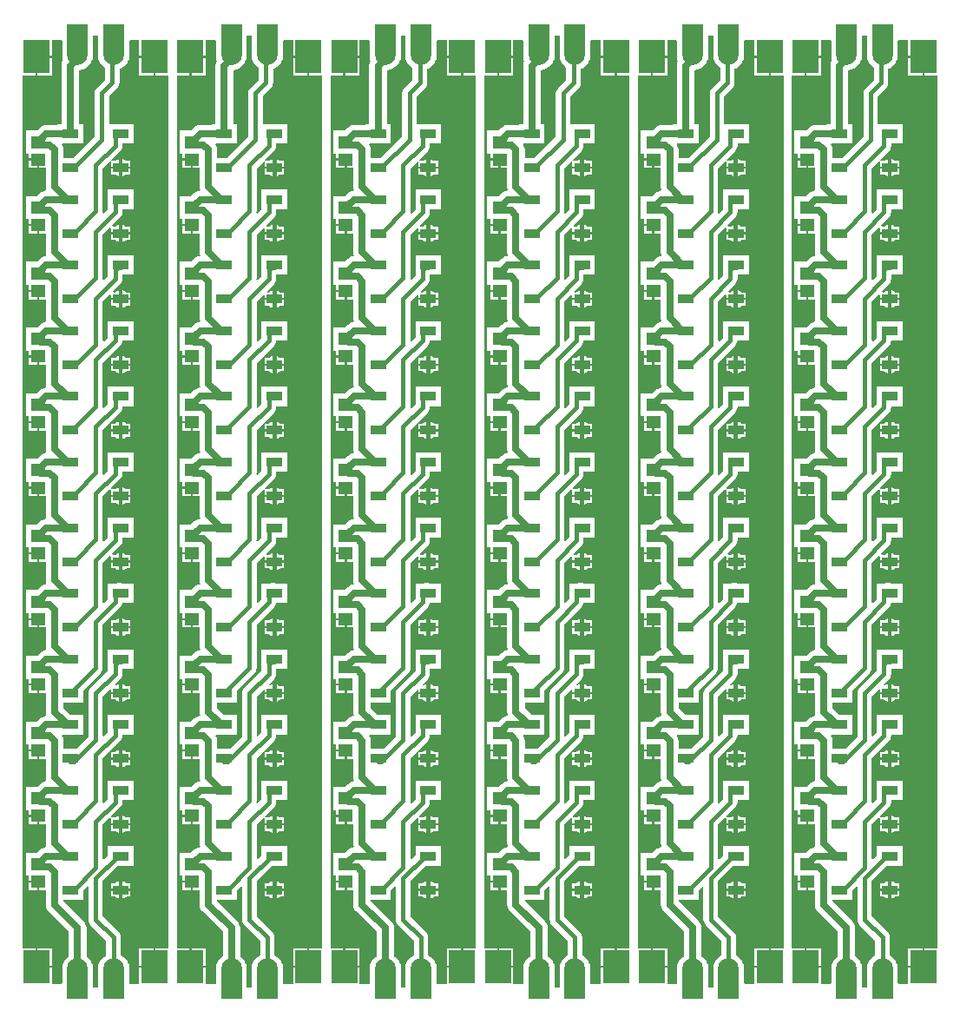
<source format=gtl>
G04*
G04 #@! TF.GenerationSoftware,Altium Limited,Altium Designer,21.7.2 (23)*
G04*
G04 Layer_Physical_Order=1*
G04 Layer_Color=255*
%FSLAX44Y44*%
%MOMM*%
G71*
G04*
G04 #@! TF.SameCoordinates,0FFFA108-C98E-47EB-AFC1-BA6D9033F8A2*
G04*
G04*
G04 #@! TF.FilePolarity,Positive*
G04*
G01*
G75*
%ADD10R,2.0000X3.0000*%
%ADD11C,2.0000*%
%ADD12R,2.6000X3.2000*%
%ADD13R,1.4500X1.2500*%
%ADD14R,1.5000X0.9000*%
%ADD15C,0.7000*%
%ADD16C,0.4000*%
%ADD17C,0.9000*%
%ADD18C,0.4000*%
%ADD19C,0.7000*%
G36*
X827500Y926977D02*
Y920500D01*
X828335D01*
X829207Y918395D01*
X830849Y915938D01*
X832938Y913849D01*
X834126Y913055D01*
Y901111D01*
X826008Y892992D01*
X824885Y891530D01*
X824180Y889827D01*
X823940Y888000D01*
Y845925D01*
X803015Y825000D01*
X793573D01*
Y833000D01*
X793281Y835219D01*
X792425Y837287D01*
X791984Y837861D01*
X792546Y839000D01*
X813000D01*
Y858000D01*
X809073D01*
Y910519D01*
X811875Y911077D01*
X814605Y912207D01*
X817062Y913849D01*
X819151Y915938D01*
X820793Y918395D01*
X821665Y920500D01*
X822500D01*
Y944000D01*
X827500D01*
Y926977D01*
D02*
G37*
G36*
X677500D02*
Y920500D01*
X678335D01*
X679207Y918395D01*
X680849Y915938D01*
X682938Y913849D01*
X684126Y913055D01*
Y901111D01*
X676008Y892992D01*
X674885Y891530D01*
X674180Y889827D01*
X673940Y888000D01*
Y845925D01*
X653015Y825000D01*
X643573D01*
Y833000D01*
X643281Y835219D01*
X642425Y837287D01*
X641984Y837861D01*
X642546Y839000D01*
X663000D01*
Y858000D01*
X659073D01*
Y910519D01*
X661875Y911077D01*
X664605Y912207D01*
X667062Y913849D01*
X669151Y915938D01*
X670793Y918395D01*
X671665Y920500D01*
X672500D01*
Y944000D01*
X677500D01*
Y926977D01*
D02*
G37*
G36*
X527500D02*
Y920500D01*
X528335D01*
X529207Y918395D01*
X530849Y915938D01*
X532938Y913849D01*
X534126Y913055D01*
Y901111D01*
X526008Y892992D01*
X524885Y891530D01*
X524180Y889827D01*
X523940Y888000D01*
Y845925D01*
X503015Y825000D01*
X493573D01*
Y833000D01*
X493281Y835219D01*
X492425Y837287D01*
X491984Y837861D01*
X492546Y839000D01*
X513000D01*
Y858000D01*
X509073D01*
Y910519D01*
X511875Y911077D01*
X514605Y912207D01*
X517062Y913849D01*
X519151Y915938D01*
X520793Y918395D01*
X521665Y920500D01*
X522500D01*
Y944000D01*
X527500D01*
Y926977D01*
D02*
G37*
G36*
X377500D02*
Y920500D01*
X378335D01*
X379207Y918395D01*
X380849Y915938D01*
X382938Y913849D01*
X384126Y913055D01*
Y901111D01*
X376008Y892992D01*
X374885Y891530D01*
X374180Y889827D01*
X373940Y888000D01*
Y845925D01*
X353015Y825000D01*
X343573D01*
Y833000D01*
X343281Y835219D01*
X342425Y837287D01*
X341984Y837861D01*
X342546Y839000D01*
X363000D01*
Y858000D01*
X359073D01*
Y910519D01*
X361875Y911077D01*
X364605Y912207D01*
X367062Y913849D01*
X369151Y915938D01*
X370793Y918395D01*
X371665Y920500D01*
X372500D01*
Y944000D01*
X377500D01*
Y926977D01*
D02*
G37*
G36*
X227500D02*
Y920500D01*
X228335D01*
X229207Y918395D01*
X230849Y915938D01*
X232938Y913849D01*
X234126Y913055D01*
Y901111D01*
X226007Y892992D01*
X224886Y891530D01*
X224180Y889827D01*
X223940Y888000D01*
Y845925D01*
X203015Y825000D01*
X193573D01*
Y833000D01*
X193281Y835219D01*
X192425Y837287D01*
X191984Y837861D01*
X192546Y839000D01*
X213000D01*
Y858000D01*
X209073D01*
Y910519D01*
X211875Y911077D01*
X214605Y912207D01*
X217062Y913849D01*
X219151Y915938D01*
X220793Y918395D01*
X221665Y920500D01*
X222500D01*
Y944000D01*
X227500D01*
Y926977D01*
D02*
G37*
G36*
X77500D02*
Y920500D01*
X78335D01*
X79207Y918395D01*
X80849Y915938D01*
X82938Y913849D01*
X84126Y913055D01*
Y901111D01*
X76007Y892992D01*
X74886Y891530D01*
X74180Y889827D01*
X73940Y888000D01*
Y845925D01*
X53015Y825000D01*
X43573D01*
Y833000D01*
X43281Y835219D01*
X42425Y837287D01*
X41984Y837861D01*
X42546Y839000D01*
X63000D01*
Y858000D01*
X59073D01*
Y910519D01*
X61875Y911077D01*
X64605Y912207D01*
X67062Y913849D01*
X69151Y915938D01*
X70793Y918395D01*
X71665Y920500D01*
X72500D01*
Y944000D01*
X77500D01*
Y926977D01*
D02*
G37*
G36*
X858770Y940106D02*
X859500Y939961D01*
X867500D01*
Y924500D01*
X882500D01*
Y923500D01*
X883500D01*
Y905500D01*
X895961D01*
X895961Y54500D01*
X883500D01*
Y36500D01*
X882500D01*
Y35500D01*
X867500D01*
Y20039D01*
X859500D01*
X858770Y19894D01*
X858713Y19888D01*
X857500Y20596D01*
Y39500D01*
X856665D01*
X855793Y41605D01*
X854151Y44062D01*
X852062Y46151D01*
X849605Y47793D01*
X849560Y47811D01*
Y65152D01*
X849320Y66979D01*
X848615Y68682D01*
X847493Y70144D01*
X832060Y85576D01*
Y120076D01*
X846985Y135000D01*
X862000D01*
Y154000D01*
X837000D01*
Y144985D01*
X833234Y141219D01*
X832060Y141705D01*
Y175075D01*
X838730Y181745D01*
X840000Y181219D01*
X840000Y181122D01*
X840000Y181122D01*
X840000Y181054D01*
Y176500D01*
X847500D01*
Y183764D01*
X846219Y183421D01*
X844281Y182302D01*
X843979Y182000D01*
X840946Y182000D01*
X840878D01*
D01*
X840781Y182000D01*
X840698Y182200D01*
X840255Y183270D01*
X848992Y192008D01*
X850114Y193470D01*
X850820Y195173D01*
X851060Y197000D01*
Y199000D01*
X862000D01*
Y218000D01*
X837000D01*
Y206459D01*
X836939Y206000D01*
Y199925D01*
X833087Y196073D01*
X831885Y196666D01*
X832060Y198000D01*
Y240075D01*
X848992Y257008D01*
X850114Y258470D01*
X850820Y260173D01*
X851060Y262000D01*
Y263000D01*
X862000D01*
Y282000D01*
X837000D01*
Y271459D01*
X836939Y271000D01*
Y264925D01*
X833234Y261219D01*
X832060Y261705D01*
Y300075D01*
X838827Y306842D01*
X840000Y306356D01*
Y304500D01*
X847500D01*
Y311764D01*
X846219Y311421D01*
X844775Y310587D01*
X844440Y310659D01*
X844030Y312045D01*
X848992Y317008D01*
X850114Y318470D01*
X850820Y320173D01*
X851060Y322000D01*
Y326645D01*
X851327Y326680D01*
X852099Y327000D01*
X862000D01*
Y346000D01*
X837000D01*
Y331459D01*
X836939Y331000D01*
Y324925D01*
X820007Y307992D01*
X818885Y306530D01*
X818180Y304827D01*
X817940Y303000D01*
Y260924D01*
X806015Y249000D01*
X793573D01*
Y257000D01*
X793281Y259219D01*
X792425Y261287D01*
X791984Y261861D01*
X792546Y263000D01*
X813000D01*
Y282000D01*
X800125D01*
X793573Y288551D01*
Y294000D01*
X813000D01*
Y306015D01*
X829992Y323008D01*
X831114Y324470D01*
X831820Y326173D01*
X832060Y328000D01*
Y370075D01*
X848992Y387008D01*
X850114Y388470D01*
X850820Y390173D01*
X850929Y391000D01*
X862000D01*
Y410000D01*
X852099D01*
X851327Y410320D01*
X849500Y410560D01*
X846500D01*
X844673Y410320D01*
X843900Y410000D01*
X837000D01*
Y401459D01*
X836939Y401000D01*
Y394925D01*
X833234Y391219D01*
X832060Y391705D01*
Y430075D01*
X838730Y436745D01*
X840000Y436219D01*
Y432500D01*
X847500D01*
Y439764D01*
X846219Y439421D01*
X844281Y438302D01*
X843979Y438000D01*
X841781D01*
X841255Y439270D01*
X848992Y447008D01*
X850114Y448470D01*
X850820Y450173D01*
X851060Y452000D01*
Y455000D01*
X862000D01*
Y474000D01*
X837000D01*
Y461459D01*
X836939Y461000D01*
Y454925D01*
X833087Y451073D01*
X831885Y451666D01*
X832060Y453000D01*
Y495075D01*
X838730Y501745D01*
X840000Y501219D01*
X840000Y501122D01*
X840000Y501122D01*
X840000Y501054D01*
Y496500D01*
X847500D01*
Y503764D01*
X846219Y503421D01*
X844281Y502302D01*
X843979Y502000D01*
X840946Y502000D01*
X840878D01*
D01*
X840781Y502000D01*
X840698Y502200D01*
X840255Y503270D01*
X848992Y512008D01*
X850114Y513470D01*
X850820Y515173D01*
X851060Y517000D01*
Y519000D01*
X862000D01*
Y538000D01*
X837000D01*
Y526459D01*
X836939Y526000D01*
Y519925D01*
X833087Y516073D01*
X831885Y516666D01*
X832060Y518000D01*
Y560075D01*
X848992Y577008D01*
X850114Y578470D01*
X850820Y580173D01*
X851060Y582000D01*
Y583000D01*
X862000D01*
Y602000D01*
X837000D01*
Y591459D01*
X836939Y591000D01*
Y584925D01*
X833087Y581073D01*
X831885Y581666D01*
X832060Y583000D01*
Y625075D01*
X848992Y642008D01*
X850114Y643470D01*
X850820Y645173D01*
X851060Y647000D01*
X862000D01*
Y666000D01*
X837000D01*
Y656459D01*
X836939Y656000D01*
Y649924D01*
X833234Y646219D01*
X832060Y646705D01*
Y685076D01*
X838827Y691842D01*
X840000Y691356D01*
Y688500D01*
X847500D01*
Y695764D01*
X846219Y695421D01*
X844281Y694302D01*
X843979Y694000D01*
X842644D01*
X842158Y695173D01*
X848992Y702008D01*
X850114Y703470D01*
X850820Y705173D01*
X851060Y707000D01*
Y711000D01*
X862000D01*
Y730000D01*
X837000D01*
Y716459D01*
X836939Y716000D01*
Y709924D01*
X833087Y706072D01*
X831885Y706666D01*
X832060Y708000D01*
Y750076D01*
X838730Y756745D01*
X840000Y756219D01*
Y752500D01*
X847500D01*
Y759764D01*
X846219Y759421D01*
X844281Y758302D01*
X843979Y758000D01*
X841781D01*
X841255Y759270D01*
X848992Y767008D01*
X850114Y768470D01*
X850820Y770173D01*
X851060Y772000D01*
Y775000D01*
X862000D01*
Y794000D01*
X837000D01*
Y781459D01*
X836939Y781000D01*
Y774924D01*
X833087Y771072D01*
X831885Y771666D01*
X832060Y773000D01*
Y815076D01*
X838730Y821745D01*
X840000Y821219D01*
X840000Y821122D01*
X840000Y821122D01*
X840000Y821053D01*
Y816500D01*
X847500D01*
Y823764D01*
X846219Y823421D01*
X844281Y822302D01*
X843979Y822000D01*
X840946Y822000D01*
X840878D01*
D01*
X840781Y822000D01*
X840698Y822200D01*
X840255Y823270D01*
X848992Y832008D01*
X850114Y833470D01*
X850820Y835173D01*
X851060Y837000D01*
Y839000D01*
X862000D01*
Y858000D01*
X838060D01*
Y885076D01*
X846179Y893194D01*
X847301Y894656D01*
X848006Y896359D01*
X848247Y898186D01*
Y911645D01*
X849605Y912207D01*
X852062Y913849D01*
X854151Y915938D01*
X855793Y918395D01*
X856665Y920500D01*
X857500D01*
Y939404D01*
X858712Y940112D01*
X858770Y940106D01*
D02*
G37*
G36*
X708770D02*
X709500Y939961D01*
X717500D01*
Y924500D01*
X732500D01*
Y923500D01*
X733500D01*
Y905500D01*
X745961D01*
X745961Y54500D01*
X733500D01*
Y36500D01*
X732500D01*
Y35500D01*
X717500D01*
Y20039D01*
X709500D01*
X708770Y19894D01*
X708713Y19888D01*
X707500Y20596D01*
Y39500D01*
X706665D01*
X705793Y41605D01*
X704151Y44062D01*
X702062Y46151D01*
X699605Y47793D01*
X699560Y47811D01*
Y65152D01*
X699320Y66979D01*
X698615Y68682D01*
X697493Y70144D01*
X682060Y85576D01*
Y120076D01*
X696985Y135000D01*
X712000D01*
Y154000D01*
X687000D01*
Y144985D01*
X683234Y141219D01*
X682060Y141705D01*
Y175075D01*
X688730Y181745D01*
X690000Y181219D01*
X690000Y181122D01*
X690000Y181122D01*
X690000Y181054D01*
Y176500D01*
X697500D01*
Y183764D01*
X696219Y183421D01*
X694281Y182302D01*
X693979Y182000D01*
X690946Y182000D01*
X690878D01*
D01*
X690781Y182000D01*
X690698Y182200D01*
X690255Y183270D01*
X698992Y192008D01*
X700114Y193470D01*
X700820Y195173D01*
X701060Y197000D01*
Y199000D01*
X712000D01*
Y218000D01*
X687000D01*
Y206459D01*
X686939Y206000D01*
Y199925D01*
X683087Y196073D01*
X681885Y196666D01*
X682060Y198000D01*
Y240075D01*
X698992Y257008D01*
X700114Y258470D01*
X700820Y260173D01*
X701060Y262000D01*
Y263000D01*
X712000D01*
Y282000D01*
X687000D01*
Y271459D01*
X686939Y271000D01*
Y264925D01*
X683234Y261219D01*
X682060Y261705D01*
Y300075D01*
X688827Y306842D01*
X690000Y306356D01*
Y304500D01*
X697500D01*
Y311764D01*
X696219Y311421D01*
X694775Y310587D01*
X694440Y310659D01*
X694030Y312045D01*
X698992Y317008D01*
X700114Y318470D01*
X700820Y320173D01*
X701060Y322000D01*
Y326645D01*
X701327Y326680D01*
X702099Y327000D01*
X712000D01*
Y346000D01*
X687000D01*
Y331459D01*
X686939Y331000D01*
Y324925D01*
X670007Y307992D01*
X668885Y306530D01*
X668180Y304827D01*
X667940Y303000D01*
Y260924D01*
X656015Y249000D01*
X643573D01*
Y257000D01*
X643281Y259219D01*
X642425Y261287D01*
X641984Y261861D01*
X642546Y263000D01*
X663000D01*
Y282000D01*
X650125D01*
X643573Y288551D01*
Y294000D01*
X663000D01*
Y306015D01*
X679992Y323008D01*
X681114Y324470D01*
X681820Y326173D01*
X682060Y328000D01*
Y370075D01*
X698992Y387008D01*
X700114Y388470D01*
X700820Y390173D01*
X700929Y391000D01*
X712000D01*
Y410000D01*
X702099D01*
X701327Y410320D01*
X699500Y410560D01*
X696500D01*
X694673Y410320D01*
X693900Y410000D01*
X687000D01*
Y401459D01*
X686939Y401000D01*
Y394925D01*
X683234Y391219D01*
X682060Y391705D01*
Y430075D01*
X688730Y436745D01*
X690000Y436219D01*
Y432500D01*
X697500D01*
Y439764D01*
X696219Y439421D01*
X694281Y438302D01*
X693979Y438000D01*
X691781D01*
X691255Y439270D01*
X698992Y447008D01*
X700114Y448470D01*
X700820Y450173D01*
X701060Y452000D01*
Y455000D01*
X712000D01*
Y474000D01*
X687000D01*
Y461459D01*
X686939Y461000D01*
Y454925D01*
X683087Y451073D01*
X681885Y451666D01*
X682060Y453000D01*
Y495075D01*
X688730Y501745D01*
X690000Y501219D01*
X690000Y501122D01*
X690000Y501122D01*
X690000Y501054D01*
Y496500D01*
X697500D01*
Y503764D01*
X696219Y503421D01*
X694281Y502302D01*
X693979Y502000D01*
X690946Y502000D01*
X690878D01*
D01*
X690781Y502000D01*
X690698Y502200D01*
X690255Y503270D01*
X698992Y512008D01*
X700114Y513470D01*
X700820Y515173D01*
X701060Y517000D01*
Y519000D01*
X712000D01*
Y538000D01*
X687000D01*
Y526459D01*
X686939Y526000D01*
Y519925D01*
X683087Y516073D01*
X681885Y516666D01*
X682060Y518000D01*
Y560075D01*
X698992Y577008D01*
X700114Y578470D01*
X700820Y580173D01*
X701060Y582000D01*
Y583000D01*
X712000D01*
Y602000D01*
X687000D01*
Y591459D01*
X686939Y591000D01*
Y584925D01*
X683087Y581073D01*
X681885Y581666D01*
X682060Y583000D01*
Y625075D01*
X698992Y642008D01*
X700114Y643470D01*
X700820Y645173D01*
X701060Y647000D01*
X712000D01*
Y666000D01*
X687000D01*
Y656459D01*
X686939Y656000D01*
Y649924D01*
X683234Y646219D01*
X682060Y646705D01*
Y685076D01*
X688827Y691842D01*
X690000Y691356D01*
Y688500D01*
X697500D01*
Y695764D01*
X696219Y695421D01*
X694281Y694302D01*
X693979Y694000D01*
X692644D01*
X692158Y695173D01*
X698992Y702008D01*
X700114Y703470D01*
X700820Y705173D01*
X701060Y707000D01*
Y711000D01*
X712000D01*
Y730000D01*
X687000D01*
Y716459D01*
X686939Y716000D01*
Y709924D01*
X683087Y706072D01*
X681885Y706666D01*
X682060Y708000D01*
Y750076D01*
X688730Y756745D01*
X690000Y756219D01*
Y752500D01*
X697500D01*
Y759764D01*
X696219Y759421D01*
X694281Y758302D01*
X693979Y758000D01*
X691781D01*
X691255Y759270D01*
X698992Y767008D01*
X700114Y768470D01*
X700820Y770173D01*
X701060Y772000D01*
Y775000D01*
X712000D01*
Y794000D01*
X687000D01*
Y781459D01*
X686939Y781000D01*
Y774924D01*
X683087Y771072D01*
X681885Y771666D01*
X682060Y773000D01*
Y815076D01*
X688730Y821745D01*
X690000Y821219D01*
X690000Y821122D01*
X690000Y821122D01*
X690000Y821053D01*
Y816500D01*
X697500D01*
Y823764D01*
X696219Y823421D01*
X694281Y822302D01*
X693979Y822000D01*
X690946Y822000D01*
X690878D01*
D01*
X690781Y822000D01*
X690698Y822200D01*
X690255Y823270D01*
X698992Y832008D01*
X700114Y833470D01*
X700820Y835173D01*
X701060Y837000D01*
Y839000D01*
X712000D01*
Y858000D01*
X688060D01*
Y885076D01*
X696179Y893194D01*
X697301Y894656D01*
X698006Y896359D01*
X698247Y898186D01*
Y911645D01*
X699605Y912207D01*
X702062Y913849D01*
X704151Y915938D01*
X705793Y918395D01*
X706665Y920500D01*
X707500D01*
Y939404D01*
X708712Y940112D01*
X708770Y940106D01*
D02*
G37*
G36*
X558770D02*
X559500Y939961D01*
X567500D01*
Y924500D01*
X582500D01*
Y923500D01*
X583500D01*
Y905500D01*
X595961D01*
X595961Y54500D01*
X583500D01*
Y36500D01*
X582500D01*
Y35500D01*
X567500D01*
Y20039D01*
X559500D01*
X558770Y19894D01*
X558713Y19888D01*
X557500Y20596D01*
Y39500D01*
X556665D01*
X555793Y41605D01*
X554151Y44062D01*
X552062Y46151D01*
X549605Y47793D01*
X549560Y47811D01*
Y65152D01*
X549320Y66979D01*
X548615Y68682D01*
X547492Y70144D01*
X532060Y85576D01*
Y120076D01*
X546985Y135000D01*
X562000D01*
Y154000D01*
X537000D01*
Y144985D01*
X533234Y141219D01*
X532060Y141705D01*
Y175075D01*
X538730Y181745D01*
X540000Y181219D01*
X540000Y181122D01*
X540000Y181122D01*
X540000Y181054D01*
Y176500D01*
X547500D01*
Y183764D01*
X546219Y183421D01*
X544281Y182302D01*
X543979Y182000D01*
X540946Y182000D01*
X540878D01*
D01*
X540781Y182000D01*
X540698Y182200D01*
X540255Y183270D01*
X548992Y192008D01*
X550114Y193470D01*
X550820Y195173D01*
X551060Y197000D01*
Y199000D01*
X562000D01*
Y218000D01*
X537000D01*
Y206459D01*
X536940Y206000D01*
Y199925D01*
X533088Y196073D01*
X531885Y196666D01*
X532060Y198000D01*
Y240075D01*
X548992Y257008D01*
X550114Y258470D01*
X550820Y260173D01*
X551060Y262000D01*
Y263000D01*
X562000D01*
Y282000D01*
X537000D01*
Y271459D01*
X536940Y271000D01*
Y264925D01*
X533234Y261219D01*
X532060Y261705D01*
Y300075D01*
X538827Y306842D01*
X540000Y306356D01*
Y304500D01*
X547500D01*
Y311764D01*
X546219Y311421D01*
X544776Y310587D01*
X544440Y310659D01*
X544030Y312045D01*
X548992Y317008D01*
X550114Y318470D01*
X550820Y320173D01*
X551060Y322000D01*
Y326645D01*
X551327Y326680D01*
X552099Y327000D01*
X562000D01*
Y346000D01*
X537000D01*
Y331459D01*
X536940Y331000D01*
Y324925D01*
X520007Y307992D01*
X518885Y306530D01*
X518180Y304827D01*
X517939Y303000D01*
Y260924D01*
X506015Y249000D01*
X493573D01*
Y257000D01*
X493281Y259219D01*
X492425Y261287D01*
X491984Y261861D01*
X492546Y263000D01*
X513000D01*
Y282000D01*
X500125D01*
X493573Y288551D01*
Y294000D01*
X513000D01*
Y306015D01*
X529992Y323008D01*
X531114Y324470D01*
X531820Y326173D01*
X532060Y328000D01*
Y370075D01*
X548992Y387008D01*
X550114Y388470D01*
X550820Y390173D01*
X550929Y391000D01*
X562000D01*
Y410000D01*
X552099D01*
X551327Y410320D01*
X549500Y410560D01*
X546500D01*
X544673Y410320D01*
X543900Y410000D01*
X537000D01*
Y401459D01*
X536940Y401000D01*
Y394925D01*
X533234Y391219D01*
X532060Y391705D01*
Y430075D01*
X538730Y436745D01*
X540000Y436219D01*
Y432500D01*
X547500D01*
Y439764D01*
X546219Y439421D01*
X544281Y438302D01*
X543979Y438000D01*
X541781D01*
X541255Y439270D01*
X548992Y447008D01*
X550114Y448470D01*
X550820Y450173D01*
X551060Y452000D01*
Y455000D01*
X562000D01*
Y474000D01*
X537000D01*
Y461459D01*
X536940Y461000D01*
Y454925D01*
X533088Y451073D01*
X531885Y451666D01*
X532060Y453000D01*
Y495075D01*
X538730Y501745D01*
X540000Y501219D01*
X540000Y501122D01*
X540000Y501122D01*
X540000Y501054D01*
Y496500D01*
X547500D01*
Y503764D01*
X546219Y503421D01*
X544281Y502302D01*
X543979Y502000D01*
X540946Y502000D01*
X540878D01*
D01*
X540781Y502000D01*
X540698Y502200D01*
X540255Y503270D01*
X548992Y512008D01*
X550114Y513470D01*
X550820Y515173D01*
X551060Y517000D01*
Y519000D01*
X562000D01*
Y538000D01*
X537000D01*
Y526459D01*
X536940Y526000D01*
Y519925D01*
X533088Y516073D01*
X531885Y516666D01*
X532060Y518000D01*
Y560075D01*
X548992Y577008D01*
X550114Y578470D01*
X550820Y580173D01*
X551060Y582000D01*
Y583000D01*
X562000D01*
Y602000D01*
X537000D01*
Y591459D01*
X536940Y591000D01*
Y584925D01*
X533088Y581073D01*
X531885Y581666D01*
X532060Y583000D01*
Y625075D01*
X548992Y642008D01*
X550114Y643470D01*
X550820Y645173D01*
X551060Y647000D01*
X562000D01*
Y666000D01*
X537000D01*
Y656459D01*
X536940Y656000D01*
Y649924D01*
X533234Y646219D01*
X532060Y646705D01*
Y685076D01*
X538827Y691842D01*
X540000Y691356D01*
Y688500D01*
X547500D01*
Y695764D01*
X546219Y695421D01*
X544281Y694302D01*
X543979Y694000D01*
X542644D01*
X542158Y695173D01*
X548992Y702008D01*
X550114Y703470D01*
X550820Y705173D01*
X551060Y707000D01*
Y711000D01*
X562000D01*
Y730000D01*
X537000D01*
Y716459D01*
X536940Y716000D01*
Y709924D01*
X533088Y706072D01*
X531885Y706666D01*
X532060Y708000D01*
Y750076D01*
X538730Y756745D01*
X540000Y756219D01*
Y752500D01*
X547500D01*
Y759764D01*
X546219Y759421D01*
X544281Y758302D01*
X543979Y758000D01*
X541781D01*
X541255Y759270D01*
X548992Y767008D01*
X550114Y768470D01*
X550820Y770173D01*
X551060Y772000D01*
Y775000D01*
X562000D01*
Y794000D01*
X537000D01*
Y781459D01*
X536940Y781000D01*
Y774924D01*
X533088Y771072D01*
X531885Y771666D01*
X532060Y773000D01*
Y815076D01*
X538730Y821745D01*
X540000Y821219D01*
X540000Y821122D01*
X540000Y821122D01*
X540000Y821053D01*
Y816500D01*
X547500D01*
Y823764D01*
X546219Y823421D01*
X544281Y822302D01*
X543979Y822000D01*
X540946Y822000D01*
X540878D01*
D01*
X540781Y822000D01*
X540698Y822200D01*
X540255Y823270D01*
X548992Y832008D01*
X550114Y833470D01*
X550820Y835173D01*
X551060Y837000D01*
Y839000D01*
X562000D01*
Y858000D01*
X538060D01*
Y885076D01*
X546179Y893194D01*
X547301Y894656D01*
X548006Y896359D01*
X548247Y898186D01*
Y911645D01*
X549605Y912207D01*
X552062Y913849D01*
X554151Y915938D01*
X555793Y918395D01*
X556665Y920500D01*
X557500D01*
Y939404D01*
X558712Y940112D01*
X558770Y940106D01*
D02*
G37*
G36*
X408770D02*
X409500Y939961D01*
X417500D01*
Y924500D01*
X432500D01*
Y923500D01*
X433500D01*
Y905500D01*
X445961D01*
X445961Y54500D01*
X433500D01*
Y36500D01*
X432500D01*
Y35500D01*
X417500D01*
Y20039D01*
X409500D01*
X408770Y19894D01*
X408713Y19888D01*
X407500Y20596D01*
Y39500D01*
X406665D01*
X405793Y41605D01*
X404151Y44062D01*
X402062Y46151D01*
X399605Y47793D01*
X399560Y47811D01*
Y65152D01*
X399320Y66979D01*
X398615Y68682D01*
X397492Y70144D01*
X382060Y85576D01*
Y120076D01*
X396985Y135000D01*
X412000D01*
Y154000D01*
X387000D01*
Y144985D01*
X383234Y141219D01*
X382060Y141705D01*
Y175075D01*
X388730Y181745D01*
X390000Y181219D01*
X390000Y181122D01*
X390000Y181122D01*
X390000Y181054D01*
Y176500D01*
X397500D01*
Y183764D01*
X396219Y183421D01*
X394281Y182302D01*
X393979Y182000D01*
X390946Y182000D01*
X390878D01*
D01*
X390781Y182000D01*
X390698Y182200D01*
X390255Y183270D01*
X398992Y192008D01*
X400114Y193470D01*
X400820Y195173D01*
X401060Y197000D01*
Y199000D01*
X412000D01*
Y218000D01*
X387000D01*
Y206459D01*
X386940Y206000D01*
Y199925D01*
X383088Y196073D01*
X381885Y196666D01*
X382060Y198000D01*
Y240075D01*
X398992Y257008D01*
X400114Y258470D01*
X400820Y260173D01*
X401060Y262000D01*
Y263000D01*
X412000D01*
Y282000D01*
X387000D01*
Y271459D01*
X386940Y271000D01*
Y264925D01*
X383234Y261219D01*
X382060Y261705D01*
Y300075D01*
X388827Y306842D01*
X390000Y306356D01*
Y304500D01*
X397500D01*
Y311764D01*
X396219Y311421D01*
X394776Y310587D01*
X394440Y310659D01*
X394030Y312045D01*
X398992Y317008D01*
X400114Y318470D01*
X400820Y320173D01*
X401060Y322000D01*
Y326645D01*
X401327Y326680D01*
X402099Y327000D01*
X412000D01*
Y346000D01*
X387000D01*
Y331459D01*
X386940Y331000D01*
Y324925D01*
X370007Y307992D01*
X368885Y306530D01*
X368180Y304827D01*
X367939Y303000D01*
Y260924D01*
X356015Y249000D01*
X343573D01*
Y257000D01*
X343281Y259219D01*
X342425Y261287D01*
X341984Y261861D01*
X342546Y263000D01*
X363000D01*
Y282000D01*
X350124D01*
X343573Y288551D01*
Y294000D01*
X363000D01*
Y306015D01*
X379992Y323008D01*
X381114Y324470D01*
X381820Y326173D01*
X382060Y328000D01*
Y370075D01*
X398992Y387008D01*
X400114Y388470D01*
X400820Y390173D01*
X400929Y391000D01*
X412000D01*
Y410000D01*
X402099D01*
X401327Y410320D01*
X399500Y410560D01*
X396500D01*
X394673Y410320D01*
X393900Y410000D01*
X387000D01*
Y401459D01*
X386940Y401000D01*
Y394925D01*
X383234Y391219D01*
X382060Y391705D01*
Y430075D01*
X388730Y436745D01*
X390000Y436219D01*
Y432500D01*
X397500D01*
Y439764D01*
X396219Y439421D01*
X394281Y438302D01*
X393979Y438000D01*
X391781D01*
X391255Y439270D01*
X398992Y447008D01*
X400114Y448470D01*
X400820Y450173D01*
X401060Y452000D01*
Y455000D01*
X412000D01*
Y474000D01*
X387000D01*
Y461459D01*
X386940Y461000D01*
Y454925D01*
X383088Y451073D01*
X381885Y451666D01*
X382060Y453000D01*
Y495075D01*
X388730Y501745D01*
X390000Y501219D01*
X390000Y501122D01*
X390000Y501122D01*
X390000Y501054D01*
Y496500D01*
X397500D01*
Y503764D01*
X396219Y503421D01*
X394281Y502302D01*
X393979Y502000D01*
X390946Y502000D01*
X390878D01*
D01*
X390781Y502000D01*
X390698Y502200D01*
X390255Y503270D01*
X398992Y512008D01*
X400114Y513470D01*
X400820Y515173D01*
X401060Y517000D01*
Y519000D01*
X412000D01*
Y538000D01*
X387000D01*
Y526459D01*
X386940Y526000D01*
Y519925D01*
X383088Y516073D01*
X381885Y516666D01*
X382060Y518000D01*
Y560075D01*
X398992Y577008D01*
X400114Y578470D01*
X400820Y580173D01*
X401060Y582000D01*
Y583000D01*
X412000D01*
Y602000D01*
X387000D01*
Y591459D01*
X386940Y591000D01*
Y584925D01*
X383088Y581073D01*
X381885Y581666D01*
X382060Y583000D01*
Y625075D01*
X398992Y642008D01*
X400114Y643470D01*
X400820Y645173D01*
X401060Y647000D01*
X412000D01*
Y666000D01*
X387000D01*
Y656459D01*
X386940Y656000D01*
Y649924D01*
X383234Y646219D01*
X382060Y646705D01*
Y685076D01*
X388827Y691842D01*
X390000Y691356D01*
Y688500D01*
X397500D01*
Y695764D01*
X396219Y695421D01*
X394281Y694302D01*
X393979Y694000D01*
X392644D01*
X392158Y695173D01*
X398992Y702008D01*
X400114Y703470D01*
X400820Y705173D01*
X401060Y707000D01*
Y711000D01*
X412000D01*
Y730000D01*
X387000D01*
Y716459D01*
X386940Y716000D01*
Y709924D01*
X383088Y706072D01*
X381885Y706666D01*
X382060Y708000D01*
Y750076D01*
X388730Y756745D01*
X390000Y756219D01*
Y752500D01*
X397500D01*
Y759764D01*
X396219Y759421D01*
X394281Y758302D01*
X393979Y758000D01*
X391781D01*
X391255Y759270D01*
X398992Y767008D01*
X400114Y768470D01*
X400820Y770173D01*
X401060Y772000D01*
Y775000D01*
X412000D01*
Y794000D01*
X387000D01*
Y781459D01*
X386940Y781000D01*
Y774924D01*
X383088Y771072D01*
X381885Y771666D01*
X382060Y773000D01*
Y815076D01*
X388730Y821745D01*
X390000Y821219D01*
X390000Y821122D01*
X390000Y821122D01*
X390000Y821053D01*
Y816500D01*
X397500D01*
Y823764D01*
X396219Y823421D01*
X394281Y822302D01*
X393979Y822000D01*
X390946Y822000D01*
X390878D01*
D01*
X390781Y822000D01*
X390698Y822200D01*
X390255Y823270D01*
X398992Y832008D01*
X400114Y833470D01*
X400820Y835173D01*
X401060Y837000D01*
Y839000D01*
X412000D01*
Y858000D01*
X388060D01*
Y885076D01*
X396179Y893194D01*
X397301Y894656D01*
X398006Y896359D01*
X398247Y898186D01*
Y911645D01*
X399605Y912207D01*
X402062Y913849D01*
X404151Y915938D01*
X405793Y918395D01*
X406665Y920500D01*
X407500D01*
Y939404D01*
X408712Y940112D01*
X408770Y940106D01*
D02*
G37*
G36*
X258770D02*
X259500Y939961D01*
X267500D01*
Y924500D01*
X282500D01*
Y923500D01*
X283500D01*
Y905500D01*
X295961D01*
X295961Y54500D01*
X283500D01*
Y36500D01*
X282500D01*
Y35500D01*
X267500D01*
Y20039D01*
X259500D01*
X258770Y19894D01*
X258713Y19888D01*
X257500Y20596D01*
Y39500D01*
X256665D01*
X255793Y41605D01*
X254151Y44062D01*
X252062Y46151D01*
X249605Y47793D01*
X249560Y47811D01*
Y65152D01*
X249320Y66979D01*
X248615Y68682D01*
X247492Y70144D01*
X232060Y85576D01*
Y120076D01*
X246985Y135000D01*
X262000D01*
Y154000D01*
X237000D01*
Y144985D01*
X233234Y141219D01*
X232060Y141705D01*
Y175075D01*
X238730Y181745D01*
X240000Y181219D01*
X240000Y181122D01*
X240000Y181122D01*
X240000Y181054D01*
Y176500D01*
X247500D01*
Y183764D01*
X246219Y183421D01*
X244281Y182302D01*
X243979Y182000D01*
X240946Y182000D01*
X240878D01*
D01*
X240781Y182000D01*
X240698Y182200D01*
X240255Y183270D01*
X248992Y192008D01*
X250114Y193470D01*
X250820Y195173D01*
X251060Y197000D01*
Y199000D01*
X262000D01*
Y218000D01*
X237000D01*
Y206459D01*
X236940Y206000D01*
Y199925D01*
X233088Y196073D01*
X231885Y196666D01*
X232060Y198000D01*
Y240075D01*
X248992Y257008D01*
X250114Y258470D01*
X250820Y260173D01*
X251060Y262000D01*
Y263000D01*
X262000D01*
Y282000D01*
X237000D01*
Y271459D01*
X236940Y271000D01*
Y264925D01*
X233234Y261219D01*
X232060Y261705D01*
Y300075D01*
X238827Y306842D01*
X240000Y306356D01*
Y304500D01*
X247500D01*
Y311764D01*
X246219Y311421D01*
X244776Y310587D01*
X244440Y310659D01*
X244030Y312045D01*
X248992Y317008D01*
X250114Y318470D01*
X250820Y320173D01*
X251060Y322000D01*
Y326645D01*
X251327Y326680D01*
X252099Y327000D01*
X262000D01*
Y346000D01*
X237000D01*
Y331459D01*
X236940Y331000D01*
Y324925D01*
X220007Y307992D01*
X218885Y306530D01*
X218180Y304827D01*
X217939Y303000D01*
Y260924D01*
X206015Y249000D01*
X193573D01*
Y257000D01*
X193281Y259219D01*
X192425Y261287D01*
X191984Y261861D01*
X192546Y263000D01*
X213000D01*
Y282000D01*
X200124D01*
X193573Y288551D01*
Y294000D01*
X213000D01*
Y306015D01*
X229992Y323008D01*
X231114Y324470D01*
X231820Y326173D01*
X232060Y328000D01*
Y370075D01*
X248992Y387008D01*
X250114Y388470D01*
X250820Y390173D01*
X250929Y391000D01*
X262000D01*
Y410000D01*
X252099D01*
X251327Y410320D01*
X249500Y410560D01*
X246500D01*
X244673Y410320D01*
X243900Y410000D01*
X237000D01*
Y401459D01*
X236940Y401000D01*
Y394925D01*
X233234Y391219D01*
X232060Y391705D01*
Y430075D01*
X238730Y436745D01*
X240000Y436219D01*
Y432500D01*
X247500D01*
Y439764D01*
X246219Y439421D01*
X244281Y438302D01*
X243979Y438000D01*
X241781D01*
X241255Y439270D01*
X248992Y447008D01*
X250114Y448470D01*
X250820Y450173D01*
X251060Y452000D01*
Y455000D01*
X262000D01*
Y474000D01*
X237000D01*
Y461459D01*
X236940Y461000D01*
Y454925D01*
X233088Y451073D01*
X231885Y451666D01*
X232060Y453000D01*
Y495075D01*
X238730Y501745D01*
X240000Y501219D01*
X240000Y501122D01*
X240000Y501122D01*
X240000Y501054D01*
Y496500D01*
X247500D01*
Y503764D01*
X246219Y503421D01*
X244281Y502302D01*
X243979Y502000D01*
X240946Y502000D01*
X240878D01*
D01*
X240781Y502000D01*
X240698Y502200D01*
X240255Y503270D01*
X248992Y512008D01*
X250114Y513470D01*
X250820Y515173D01*
X251060Y517000D01*
Y519000D01*
X262000D01*
Y538000D01*
X237000D01*
Y526459D01*
X236940Y526000D01*
Y519925D01*
X233088Y516073D01*
X231885Y516666D01*
X232060Y518000D01*
Y560075D01*
X248992Y577008D01*
X250114Y578470D01*
X250820Y580173D01*
X251060Y582000D01*
Y583000D01*
X262000D01*
Y602000D01*
X237000D01*
Y591459D01*
X236940Y591000D01*
Y584925D01*
X233088Y581073D01*
X231885Y581666D01*
X232060Y583000D01*
Y625075D01*
X248992Y642008D01*
X250114Y643470D01*
X250820Y645173D01*
X251060Y647000D01*
X262000D01*
Y666000D01*
X237000D01*
Y656459D01*
X236940Y656000D01*
Y649924D01*
X233234Y646219D01*
X232060Y646705D01*
Y685076D01*
X238827Y691842D01*
X240000Y691356D01*
Y688500D01*
X247500D01*
Y695764D01*
X246219Y695421D01*
X244281Y694302D01*
X243979Y694000D01*
X242644D01*
X242158Y695173D01*
X248992Y702008D01*
X250114Y703470D01*
X250820Y705173D01*
X251060Y707000D01*
Y711000D01*
X262000D01*
Y730000D01*
X237000D01*
Y716459D01*
X236940Y716000D01*
Y709924D01*
X233088Y706072D01*
X231885Y706666D01*
X232060Y708000D01*
Y750076D01*
X238730Y756745D01*
X240000Y756219D01*
Y752500D01*
X247500D01*
Y759764D01*
X246219Y759421D01*
X244281Y758302D01*
X243979Y758000D01*
X241781D01*
X241255Y759270D01*
X248992Y767008D01*
X250114Y768470D01*
X250820Y770173D01*
X251060Y772000D01*
Y775000D01*
X262000D01*
Y794000D01*
X237000D01*
Y781459D01*
X236940Y781000D01*
Y774924D01*
X233088Y771072D01*
X231885Y771666D01*
X232060Y773000D01*
Y815076D01*
X238730Y821745D01*
X240000Y821219D01*
X240000Y821122D01*
X240000Y821122D01*
X240000Y821053D01*
Y816500D01*
X247500D01*
Y823764D01*
X246219Y823421D01*
X244281Y822302D01*
X243979Y822000D01*
X240946Y822000D01*
X240878D01*
D01*
X240781Y822000D01*
X240698Y822200D01*
X240255Y823270D01*
X248992Y832008D01*
X250114Y833470D01*
X250820Y835173D01*
X251060Y837000D01*
Y839000D01*
X262000D01*
Y858000D01*
X238060D01*
Y885076D01*
X246179Y893194D01*
X247301Y894656D01*
X248006Y896359D01*
X248247Y898186D01*
Y911645D01*
X249605Y912207D01*
X252062Y913849D01*
X254151Y915938D01*
X255793Y918395D01*
X256665Y920500D01*
X257500D01*
Y939404D01*
X258712Y940112D01*
X258770Y940106D01*
D02*
G37*
G36*
X108770D02*
X109500Y939961D01*
X117500D01*
Y924500D01*
X132500D01*
Y923500D01*
X133500D01*
Y905500D01*
X145961D01*
X145961Y54500D01*
X133500D01*
Y36500D01*
X132500D01*
Y35500D01*
X117500D01*
Y20039D01*
X109500D01*
X108770Y19894D01*
X108713Y19888D01*
X107500Y20596D01*
Y39500D01*
X106665D01*
X105793Y41605D01*
X104151Y44062D01*
X102062Y46151D01*
X99605Y47793D01*
X99560Y47811D01*
Y65152D01*
X99320Y66979D01*
X98615Y68682D01*
X97492Y70144D01*
X82060Y85576D01*
Y120076D01*
X96985Y135000D01*
X112000D01*
Y154000D01*
X87000D01*
Y144985D01*
X83234Y141219D01*
X82060Y141705D01*
Y175075D01*
X88730Y181745D01*
X90000Y181219D01*
X90000Y181122D01*
X90000Y181122D01*
X90000Y181054D01*
Y176500D01*
X97500D01*
Y183764D01*
X96219Y183421D01*
X94281Y182302D01*
X93979Y182000D01*
X90946Y182000D01*
X90878D01*
D01*
X90781Y182000D01*
X90698Y182200D01*
X90255Y183270D01*
X98992Y192008D01*
X100114Y193470D01*
X100820Y195173D01*
X101060Y197000D01*
Y199000D01*
X112000D01*
Y218000D01*
X87000D01*
Y206459D01*
X86939Y206000D01*
Y199925D01*
X83088Y196073D01*
X81885Y196666D01*
X82060Y198000D01*
Y240075D01*
X98992Y257008D01*
X100114Y258470D01*
X100820Y260173D01*
X101060Y262000D01*
Y263000D01*
X112000D01*
Y282000D01*
X87000D01*
Y271459D01*
X86939Y271000D01*
Y264925D01*
X83234Y261219D01*
X82060Y261705D01*
Y300075D01*
X88827Y306842D01*
X90000Y306356D01*
Y304500D01*
X97500D01*
Y311764D01*
X96219Y311421D01*
X94775Y310587D01*
X94440Y310659D01*
X94030Y312045D01*
X98992Y317008D01*
X100114Y318470D01*
X100820Y320173D01*
X101060Y322000D01*
Y326645D01*
X101327Y326680D01*
X102099Y327000D01*
X112000D01*
Y346000D01*
X87000D01*
Y331459D01*
X86939Y331000D01*
Y324925D01*
X70007Y307992D01*
X68885Y306530D01*
X68180Y304827D01*
X67940Y303000D01*
Y260924D01*
X56015Y249000D01*
X43573D01*
Y257000D01*
X43281Y259219D01*
X42425Y261287D01*
X41984Y261861D01*
X42546Y263000D01*
X63000D01*
Y282000D01*
X50124D01*
X43573Y288551D01*
Y294000D01*
X63000D01*
Y306015D01*
X79992Y323008D01*
X81114Y324470D01*
X81820Y326173D01*
X82060Y328000D01*
Y370075D01*
X98992Y387008D01*
X100114Y388470D01*
X100820Y390173D01*
X100929Y391000D01*
X112000D01*
Y410000D01*
X102099D01*
X101327Y410320D01*
X99500Y410560D01*
X96500D01*
X94672Y410320D01*
X93900Y410000D01*
X87000D01*
Y401459D01*
X86939Y401000D01*
Y394925D01*
X83234Y391219D01*
X82060Y391705D01*
Y430075D01*
X88730Y436745D01*
X90000Y436219D01*
Y432500D01*
X97500D01*
Y439764D01*
X96219Y439421D01*
X94281Y438302D01*
X93979Y438000D01*
X91781D01*
X91255Y439270D01*
X98992Y447008D01*
X100114Y448470D01*
X100820Y450173D01*
X101060Y452000D01*
Y455000D01*
X112000D01*
Y474000D01*
X87000D01*
Y461459D01*
X86939Y461000D01*
Y454925D01*
X83088Y451073D01*
X81885Y451666D01*
X82060Y453000D01*
Y495075D01*
X88730Y501745D01*
X90000Y501219D01*
X90000Y501122D01*
X90000Y501122D01*
X90000Y501054D01*
Y496500D01*
X97500D01*
Y503764D01*
X96219Y503421D01*
X94281Y502302D01*
X93979Y502000D01*
X90946Y502000D01*
X90878D01*
D01*
X90781Y502000D01*
X90698Y502200D01*
X90255Y503270D01*
X98992Y512008D01*
X100114Y513470D01*
X100820Y515173D01*
X101060Y517000D01*
Y519000D01*
X112000D01*
Y538000D01*
X87000D01*
Y526459D01*
X86939Y526000D01*
Y519925D01*
X83088Y516073D01*
X81885Y516666D01*
X82060Y518000D01*
Y560075D01*
X98992Y577008D01*
X100114Y578470D01*
X100820Y580173D01*
X101060Y582000D01*
Y583000D01*
X112000D01*
Y602000D01*
X87000D01*
Y591459D01*
X86939Y591000D01*
Y584925D01*
X83088Y581073D01*
X81885Y581666D01*
X82060Y583000D01*
Y625075D01*
X98992Y642008D01*
X100114Y643470D01*
X100820Y645173D01*
X101060Y647000D01*
X112000D01*
Y666000D01*
X87000D01*
Y656459D01*
X86939Y656000D01*
Y649924D01*
X83234Y646219D01*
X82060Y646705D01*
Y685076D01*
X88827Y691842D01*
X90000Y691356D01*
Y688500D01*
X97500D01*
Y695764D01*
X96219Y695421D01*
X94281Y694302D01*
X93979Y694000D01*
X92644D01*
X92158Y695173D01*
X98992Y702008D01*
X100114Y703470D01*
X100820Y705173D01*
X101060Y707000D01*
Y711000D01*
X112000D01*
Y730000D01*
X87000D01*
Y716459D01*
X86939Y716000D01*
Y709924D01*
X83088Y706072D01*
X81885Y706666D01*
X82060Y708000D01*
Y750076D01*
X88730Y756745D01*
X90000Y756219D01*
Y752500D01*
X97500D01*
Y759764D01*
X96219Y759421D01*
X94281Y758302D01*
X93979Y758000D01*
X91781D01*
X91255Y759270D01*
X98992Y767008D01*
X100114Y768470D01*
X100820Y770173D01*
X101060Y772000D01*
Y775000D01*
X112000D01*
Y794000D01*
X87000D01*
Y781459D01*
X86939Y781000D01*
Y774924D01*
X83088Y771072D01*
X81885Y771666D01*
X82060Y773000D01*
Y815076D01*
X88730Y821745D01*
X90000Y821219D01*
X90000Y821122D01*
X90000Y821122D01*
X90000Y821053D01*
Y816500D01*
X97500D01*
Y823764D01*
X96219Y823421D01*
X94281Y822302D01*
X93979Y822000D01*
X90946Y822000D01*
X90878D01*
D01*
X90781Y822000D01*
X90698Y822200D01*
X90255Y823270D01*
X98992Y832008D01*
X100114Y833470D01*
X100820Y835173D01*
X101060Y837000D01*
Y839000D01*
X112000D01*
Y858000D01*
X88060D01*
Y885076D01*
X96179Y893194D01*
X97301Y894656D01*
X98006Y896359D01*
X98247Y898186D01*
Y911645D01*
X99605Y912207D01*
X102062Y913849D01*
X104151Y915938D01*
X105793Y918395D01*
X106665Y920500D01*
X107500D01*
Y939404D01*
X108712Y940112D01*
X108770Y940106D01*
D02*
G37*
G36*
X792500Y939404D02*
Y926977D01*
Y920500D01*
X792500D01*
X793075Y919269D01*
X792219Y917201D01*
X791927Y914982D01*
Y858000D01*
X788000D01*
Y857073D01*
X777000D01*
X774781Y856781D01*
X772713Y855925D01*
X770938Y854562D01*
X768126Y851750D01*
X756750D01*
Y829250D01*
X759750D01*
Y824500D01*
X769000D01*
Y823500D01*
X770000D01*
Y815250D01*
X776427D01*
Y797000D01*
X776719Y794781D01*
X776913Y794311D01*
X776100Y792955D01*
X774781Y792781D01*
X772713Y791925D01*
X770938Y790562D01*
X768126Y787750D01*
X756750D01*
Y765250D01*
X759750D01*
Y760500D01*
X769000D01*
Y759500D01*
X770000D01*
Y751250D01*
X776427D01*
Y733000D01*
X776719Y730781D01*
X776913Y730311D01*
X776100Y728955D01*
X774781Y728781D01*
X772713Y727925D01*
X770938Y726562D01*
X768126Y723750D01*
X756750D01*
Y701250D01*
X759750D01*
Y696500D01*
X769000D01*
Y695500D01*
X770000D01*
Y687250D01*
X776427D01*
Y669000D01*
X776719Y666781D01*
X776913Y666311D01*
X776100Y664955D01*
X774781Y664781D01*
X772713Y663925D01*
X770938Y662562D01*
X768126Y659750D01*
X756750D01*
Y637250D01*
X759750D01*
Y632500D01*
X769000D01*
Y631500D01*
X770000D01*
Y623250D01*
X776427D01*
Y605000D01*
X776719Y602781D01*
X776913Y602311D01*
X776100Y600955D01*
X774781Y600781D01*
X772713Y599925D01*
X770938Y598562D01*
X768126Y595750D01*
X756750D01*
Y573250D01*
X759750D01*
Y568500D01*
X769000D01*
Y567500D01*
X770000D01*
Y559250D01*
X776427D01*
Y541000D01*
X776719Y538781D01*
X776913Y538311D01*
X776100Y536955D01*
X774781Y536781D01*
X772713Y535925D01*
X770938Y534562D01*
X768126Y531750D01*
X756750D01*
Y509250D01*
X759750D01*
Y504500D01*
X769000D01*
Y503500D01*
X770000D01*
Y495250D01*
X776427D01*
Y477000D01*
X776719Y474781D01*
X776913Y474311D01*
X776100Y472955D01*
X774781Y472781D01*
X772713Y471925D01*
X770938Y470562D01*
X768126Y467750D01*
X756750D01*
Y445250D01*
X759750D01*
Y440500D01*
X769000D01*
Y439500D01*
X770000D01*
Y431250D01*
X776427D01*
Y413000D01*
X776719Y410781D01*
X776913Y410311D01*
X776100Y408955D01*
X774781Y408781D01*
X772713Y407925D01*
X770938Y406562D01*
X768126Y403750D01*
X756750D01*
Y381250D01*
X759750D01*
Y376500D01*
X769000D01*
Y375500D01*
X770000D01*
Y367250D01*
X776427D01*
Y349000D01*
X776719Y346781D01*
X776913Y346311D01*
X776100Y344955D01*
X774781Y344781D01*
X772713Y343925D01*
X770938Y342562D01*
X768126Y339750D01*
X756750D01*
Y317250D01*
X759750D01*
Y312500D01*
X769000D01*
Y311500D01*
X770000D01*
Y303250D01*
X776427D01*
Y285000D01*
X776719Y282781D01*
X776913Y282311D01*
X776100Y280955D01*
X774781Y280781D01*
X772713Y279925D01*
X770938Y278562D01*
X768126Y275750D01*
X756750D01*
Y253250D01*
X759750D01*
Y248500D01*
X769000D01*
Y247500D01*
X770000D01*
Y239250D01*
X776427D01*
Y221000D01*
X776719Y218781D01*
X776913Y218311D01*
X776100Y216955D01*
X774781Y216781D01*
X772713Y215925D01*
X770938Y214562D01*
X768126Y211750D01*
X756750D01*
Y189250D01*
X759750D01*
Y184500D01*
X769000D01*
Y183500D01*
X770000D01*
Y175250D01*
X776427D01*
Y157000D01*
X776719Y154781D01*
X776913Y154311D01*
X776100Y152955D01*
X774781Y152781D01*
X772713Y151925D01*
X770938Y150562D01*
X768126Y147750D01*
X756750D01*
Y125250D01*
X759750D01*
Y120500D01*
X769000D01*
Y119500D01*
X770000D01*
Y111250D01*
X776427D01*
Y97000D01*
X776719Y94781D01*
X777575Y92713D01*
X778938Y90938D01*
X798927Y70949D01*
Y46812D01*
X797938Y46151D01*
X795849Y44062D01*
X794207Y41605D01*
X793335Y39500D01*
X792500D01*
Y35977D01*
Y20596D01*
X791288Y19888D01*
X791230Y19894D01*
X790500Y20039D01*
X782500D01*
Y35500D01*
X767500D01*
Y36500D01*
X766500D01*
Y54500D01*
X754039D01*
X754039Y905500D01*
X766500D01*
Y923500D01*
X767500D01*
Y924500D01*
X782500D01*
Y939961D01*
X790500D01*
X791230Y940106D01*
X791288Y940112D01*
X792500Y939404D01*
D02*
G37*
G36*
X642500D02*
Y926977D01*
Y920500D01*
X642500D01*
X643075Y919269D01*
X642219Y917201D01*
X641927Y914982D01*
Y858000D01*
X638000D01*
Y857073D01*
X627000D01*
X624781Y856781D01*
X622713Y855925D01*
X620938Y854562D01*
X618125Y851750D01*
X606750D01*
Y829250D01*
X609750D01*
Y824500D01*
X619000D01*
Y823500D01*
X620000D01*
Y815250D01*
X626427D01*
Y797000D01*
X626719Y794781D01*
X626913Y794311D01*
X626101Y792955D01*
X624781Y792781D01*
X622713Y791925D01*
X620938Y790562D01*
X618125Y787750D01*
X606750D01*
Y765250D01*
X609750D01*
Y760500D01*
X619000D01*
Y759500D01*
X620000D01*
Y751250D01*
X626427D01*
Y733000D01*
X626719Y730781D01*
X626913Y730311D01*
X626101Y728955D01*
X624781Y728781D01*
X622713Y727925D01*
X620938Y726562D01*
X618125Y723750D01*
X606750D01*
Y701250D01*
X609750D01*
Y696500D01*
X619000D01*
Y695500D01*
X620000D01*
Y687250D01*
X626427D01*
Y669000D01*
X626719Y666781D01*
X626913Y666311D01*
X626101Y664955D01*
X624781Y664781D01*
X622713Y663925D01*
X620938Y662562D01*
X618125Y659750D01*
X606750D01*
Y637250D01*
X609750D01*
Y632500D01*
X619000D01*
Y631500D01*
X620000D01*
Y623250D01*
X626427D01*
Y605000D01*
X626719Y602781D01*
X626913Y602311D01*
X626101Y600955D01*
X624781Y600781D01*
X622713Y599925D01*
X620938Y598562D01*
X618125Y595750D01*
X606750D01*
Y573250D01*
X609750D01*
Y568500D01*
X619000D01*
Y567500D01*
X620000D01*
Y559250D01*
X626427D01*
Y541000D01*
X626719Y538781D01*
X626913Y538311D01*
X626101Y536955D01*
X624781Y536781D01*
X622713Y535925D01*
X620938Y534562D01*
X618125Y531750D01*
X606750D01*
Y509250D01*
X609750D01*
Y504500D01*
X619000D01*
Y503500D01*
X620000D01*
Y495250D01*
X626427D01*
Y477000D01*
X626719Y474781D01*
X626913Y474311D01*
X626101Y472955D01*
X624781Y472781D01*
X622713Y471925D01*
X620938Y470562D01*
X618125Y467750D01*
X606750D01*
Y445250D01*
X609750D01*
Y440500D01*
X619000D01*
Y439500D01*
X620000D01*
Y431250D01*
X626427D01*
Y413000D01*
X626719Y410781D01*
X626913Y410311D01*
X626101Y408955D01*
X624781Y408781D01*
X622713Y407925D01*
X620938Y406562D01*
X618125Y403750D01*
X606750D01*
Y381250D01*
X609750D01*
Y376500D01*
X619000D01*
Y375500D01*
X620000D01*
Y367250D01*
X626427D01*
Y349000D01*
X626719Y346781D01*
X626913Y346311D01*
X626101Y344955D01*
X624781Y344781D01*
X622713Y343925D01*
X620938Y342562D01*
X618125Y339750D01*
X606750D01*
Y317250D01*
X609750D01*
Y312500D01*
X619000D01*
Y311500D01*
X620000D01*
Y303250D01*
X626427D01*
Y285000D01*
X626719Y282781D01*
X626913Y282311D01*
X626101Y280955D01*
X624781Y280781D01*
X622713Y279925D01*
X620938Y278562D01*
X618125Y275750D01*
X606750D01*
Y253250D01*
X609750D01*
Y248500D01*
X619000D01*
Y247500D01*
X620000D01*
Y239250D01*
X626427D01*
Y221000D01*
X626719Y218781D01*
X626913Y218311D01*
X626101Y216955D01*
X624781Y216781D01*
X622713Y215925D01*
X620938Y214562D01*
X618125Y211750D01*
X606750D01*
Y189250D01*
X609750D01*
Y184500D01*
X619000D01*
Y183500D01*
X620000D01*
Y175250D01*
X626427D01*
Y157000D01*
X626719Y154781D01*
X626913Y154311D01*
X626101Y152955D01*
X624781Y152781D01*
X622713Y151925D01*
X620938Y150562D01*
X618125Y147750D01*
X606750D01*
Y125250D01*
X609750D01*
Y120500D01*
X619000D01*
Y119500D01*
X620000D01*
Y111250D01*
X626427D01*
Y97000D01*
X626719Y94781D01*
X627575Y92713D01*
X628938Y90938D01*
X648927Y70949D01*
Y46812D01*
X647938Y46151D01*
X645849Y44062D01*
X644207Y41605D01*
X643335Y39500D01*
X642500D01*
Y35977D01*
Y20596D01*
X641288Y19888D01*
X641230Y19894D01*
X640500Y20039D01*
X632500D01*
Y35500D01*
X617500D01*
Y36500D01*
X616500D01*
Y54500D01*
X604039D01*
X604039Y905500D01*
X616500D01*
Y923500D01*
X617500D01*
Y924500D01*
X632500D01*
Y939961D01*
X640500D01*
X641230Y940106D01*
X641288Y940112D01*
X642500Y939404D01*
D02*
G37*
G36*
X492500D02*
Y926977D01*
Y920500D01*
X492500D01*
X493075Y919269D01*
X492219Y917201D01*
X491926Y914982D01*
Y858000D01*
X488000D01*
Y857073D01*
X477000D01*
X474781Y856781D01*
X472713Y855925D01*
X470938Y854562D01*
X468125Y851750D01*
X456750D01*
Y829250D01*
X459750D01*
Y824500D01*
X469000D01*
Y823500D01*
X470000D01*
Y815250D01*
X476427D01*
Y797000D01*
X476719Y794781D01*
X476913Y794311D01*
X476101Y792955D01*
X474781Y792781D01*
X472713Y791925D01*
X470938Y790562D01*
X468125Y787750D01*
X456750D01*
Y765250D01*
X459750D01*
Y760500D01*
X469000D01*
Y759500D01*
X470000D01*
Y751250D01*
X476427D01*
Y733000D01*
X476719Y730781D01*
X476913Y730311D01*
X476101Y728955D01*
X474781Y728781D01*
X472713Y727925D01*
X470938Y726562D01*
X468125Y723750D01*
X456750D01*
Y701250D01*
X459750D01*
Y696500D01*
X469000D01*
Y695500D01*
X470000D01*
Y687250D01*
X476427D01*
Y669000D01*
X476719Y666781D01*
X476913Y666311D01*
X476101Y664955D01*
X474781Y664781D01*
X472713Y663925D01*
X470938Y662562D01*
X468125Y659750D01*
X456750D01*
Y637250D01*
X459750D01*
Y632500D01*
X469000D01*
Y631500D01*
X470000D01*
Y623250D01*
X476427D01*
Y605000D01*
X476719Y602781D01*
X476913Y602311D01*
X476101Y600955D01*
X474781Y600781D01*
X472713Y599925D01*
X470938Y598562D01*
X468125Y595750D01*
X456750D01*
Y573250D01*
X459750D01*
Y568500D01*
X469000D01*
Y567500D01*
X470000D01*
Y559250D01*
X476427D01*
Y541000D01*
X476719Y538781D01*
X476913Y538311D01*
X476101Y536955D01*
X474781Y536781D01*
X472713Y535925D01*
X470938Y534562D01*
X468125Y531750D01*
X456750D01*
Y509250D01*
X459750D01*
Y504500D01*
X469000D01*
Y503500D01*
X470000D01*
Y495250D01*
X476427D01*
Y477000D01*
X476719Y474781D01*
X476913Y474311D01*
X476101Y472955D01*
X474781Y472781D01*
X472713Y471925D01*
X470938Y470562D01*
X468125Y467750D01*
X456750D01*
Y445250D01*
X459750D01*
Y440500D01*
X469000D01*
Y439500D01*
X470000D01*
Y431250D01*
X476427D01*
Y413000D01*
X476719Y410781D01*
X476913Y410311D01*
X476101Y408955D01*
X474781Y408781D01*
X472713Y407925D01*
X470938Y406562D01*
X468125Y403750D01*
X456750D01*
Y381250D01*
X459750D01*
Y376500D01*
X469000D01*
Y375500D01*
X470000D01*
Y367250D01*
X476427D01*
Y349000D01*
X476719Y346781D01*
X476913Y346311D01*
X476101Y344955D01*
X474781Y344781D01*
X472713Y343925D01*
X470938Y342562D01*
X468125Y339750D01*
X456750D01*
Y317250D01*
X459750D01*
Y312500D01*
X469000D01*
Y311500D01*
X470000D01*
Y303250D01*
X476427D01*
Y285000D01*
X476719Y282781D01*
X476913Y282311D01*
X476101Y280955D01*
X474781Y280781D01*
X472713Y279925D01*
X470938Y278562D01*
X468125Y275750D01*
X456750D01*
Y253250D01*
X459750D01*
Y248500D01*
X469000D01*
Y247500D01*
X470000D01*
Y239250D01*
X476427D01*
Y221000D01*
X476719Y218781D01*
X476913Y218311D01*
X476101Y216955D01*
X474781Y216781D01*
X472713Y215925D01*
X470938Y214562D01*
X468125Y211750D01*
X456750D01*
Y189250D01*
X459750D01*
Y184500D01*
X469000D01*
Y183500D01*
X470000D01*
Y175250D01*
X476427D01*
Y157000D01*
X476719Y154781D01*
X476913Y154311D01*
X476101Y152955D01*
X474781Y152781D01*
X472713Y151925D01*
X470938Y150562D01*
X468125Y147750D01*
X456750D01*
Y125250D01*
X459750D01*
Y120500D01*
X469000D01*
Y119500D01*
X470000D01*
Y111250D01*
X476427D01*
Y97000D01*
X476719Y94781D01*
X477575Y92713D01*
X478938Y90938D01*
X498927Y70949D01*
Y46812D01*
X497938Y46151D01*
X495849Y44062D01*
X494207Y41605D01*
X493335Y39500D01*
X492500D01*
Y35977D01*
Y20596D01*
X491288Y19888D01*
X491230Y19894D01*
X490500Y20039D01*
X482500D01*
Y35500D01*
X467500D01*
Y36500D01*
X466500D01*
Y54500D01*
X454039D01*
X454039Y905500D01*
X466500D01*
Y923500D01*
X467500D01*
Y924500D01*
X482500D01*
Y939961D01*
X490500D01*
X491230Y940106D01*
X491288Y940112D01*
X492500Y939404D01*
D02*
G37*
G36*
X342500D02*
Y926977D01*
Y920500D01*
X342500D01*
X343075Y919269D01*
X342219Y917201D01*
X341926Y914982D01*
Y858000D01*
X338000D01*
Y857073D01*
X327000D01*
X324781Y856781D01*
X322713Y855925D01*
X320938Y854562D01*
X318125Y851750D01*
X306750D01*
Y829250D01*
X309750D01*
Y824500D01*
X319000D01*
Y823500D01*
X320000D01*
Y815250D01*
X326427D01*
Y797000D01*
X326719Y794781D01*
X326913Y794311D01*
X326101Y792955D01*
X324781Y792781D01*
X322713Y791925D01*
X320938Y790562D01*
X318125Y787750D01*
X306750D01*
Y765250D01*
X309750D01*
Y760500D01*
X319000D01*
Y759500D01*
X320000D01*
Y751250D01*
X326427D01*
Y733000D01*
X326719Y730781D01*
X326913Y730311D01*
X326101Y728955D01*
X324781Y728781D01*
X322713Y727925D01*
X320938Y726562D01*
X318125Y723750D01*
X306750D01*
Y701250D01*
X309750D01*
Y696500D01*
X319000D01*
Y695500D01*
X320000D01*
Y687250D01*
X326427D01*
Y669000D01*
X326719Y666781D01*
X326913Y666311D01*
X326101Y664955D01*
X324781Y664781D01*
X322713Y663925D01*
X320938Y662562D01*
X318125Y659750D01*
X306750D01*
Y637250D01*
X309750D01*
Y632500D01*
X319000D01*
Y631500D01*
X320000D01*
Y623250D01*
X326427D01*
Y605000D01*
X326719Y602781D01*
X326913Y602311D01*
X326101Y600955D01*
X324781Y600781D01*
X322713Y599925D01*
X320938Y598562D01*
X318125Y595750D01*
X306750D01*
Y573250D01*
X309750D01*
Y568500D01*
X319000D01*
Y567500D01*
X320000D01*
Y559250D01*
X326427D01*
Y541000D01*
X326719Y538781D01*
X326913Y538311D01*
X326101Y536955D01*
X324781Y536781D01*
X322713Y535925D01*
X320938Y534562D01*
X318125Y531750D01*
X306750D01*
Y509250D01*
X309750D01*
Y504500D01*
X319000D01*
Y503500D01*
X320000D01*
Y495250D01*
X326427D01*
Y477000D01*
X326719Y474781D01*
X326913Y474311D01*
X326101Y472955D01*
X324781Y472781D01*
X322713Y471925D01*
X320938Y470562D01*
X318125Y467750D01*
X306750D01*
Y445250D01*
X309750D01*
Y440500D01*
X319000D01*
Y439500D01*
X320000D01*
Y431250D01*
X326427D01*
Y413000D01*
X326719Y410781D01*
X326913Y410311D01*
X326101Y408955D01*
X324781Y408781D01*
X322713Y407925D01*
X320938Y406562D01*
X318125Y403750D01*
X306750D01*
Y381250D01*
X309750D01*
Y376500D01*
X319000D01*
Y375500D01*
X320000D01*
Y367250D01*
X326427D01*
Y349000D01*
X326719Y346781D01*
X326913Y346311D01*
X326101Y344955D01*
X324781Y344781D01*
X322713Y343925D01*
X320938Y342562D01*
X318125Y339750D01*
X306750D01*
Y317250D01*
X309750D01*
Y312500D01*
X319000D01*
Y311500D01*
X320000D01*
Y303250D01*
X326427D01*
Y285000D01*
X326719Y282781D01*
X326913Y282311D01*
X326101Y280955D01*
X324781Y280781D01*
X322713Y279925D01*
X320938Y278562D01*
X318125Y275750D01*
X306750D01*
Y253250D01*
X309750D01*
Y248500D01*
X319000D01*
Y247500D01*
X320000D01*
Y239250D01*
X326427D01*
Y221000D01*
X326719Y218781D01*
X326913Y218311D01*
X326101Y216955D01*
X324781Y216781D01*
X322713Y215925D01*
X320938Y214562D01*
X318125Y211750D01*
X306750D01*
Y189250D01*
X309750D01*
Y184500D01*
X319000D01*
Y183500D01*
X320000D01*
Y175250D01*
X326427D01*
Y157000D01*
X326719Y154781D01*
X326913Y154311D01*
X326101Y152955D01*
X324781Y152781D01*
X322713Y151925D01*
X320938Y150562D01*
X318125Y147750D01*
X306750D01*
Y125250D01*
X309750D01*
Y120500D01*
X319000D01*
Y119500D01*
X320000D01*
Y111250D01*
X326427D01*
Y97000D01*
X326719Y94781D01*
X327575Y92713D01*
X328938Y90938D01*
X348927Y70949D01*
Y46812D01*
X347938Y46151D01*
X345849Y44062D01*
X344207Y41605D01*
X343335Y39500D01*
X342500D01*
Y35977D01*
Y20596D01*
X341288Y19888D01*
X341230Y19894D01*
X340500Y20039D01*
X332500D01*
Y35500D01*
X317500D01*
Y36500D01*
X316500D01*
Y54500D01*
X304039D01*
X304039Y905500D01*
X316500D01*
Y923500D01*
X317500D01*
Y924500D01*
X332500D01*
Y939961D01*
X340500D01*
X341230Y940106D01*
X341288Y940112D01*
X342500Y939404D01*
D02*
G37*
G36*
X192500D02*
Y926977D01*
Y920500D01*
X192500D01*
X193075Y919269D01*
X192219Y917201D01*
X191926Y914982D01*
Y858000D01*
X188000D01*
Y857073D01*
X177000D01*
X174781Y856781D01*
X172713Y855925D01*
X170938Y854562D01*
X168125Y851750D01*
X156750D01*
Y829250D01*
X159750D01*
Y824500D01*
X169000D01*
Y823500D01*
X170000D01*
Y815250D01*
X176427D01*
Y797000D01*
X176719Y794781D01*
X176913Y794311D01*
X176101Y792955D01*
X174781Y792781D01*
X172713Y791925D01*
X170938Y790562D01*
X168125Y787750D01*
X156750D01*
Y765250D01*
X159750D01*
Y760500D01*
X169000D01*
Y759500D01*
X170000D01*
Y751250D01*
X176427D01*
Y733000D01*
X176719Y730781D01*
X176913Y730311D01*
X176101Y728955D01*
X174781Y728781D01*
X172713Y727925D01*
X170938Y726562D01*
X168125Y723750D01*
X156750D01*
Y701250D01*
X159750D01*
Y696500D01*
X169000D01*
Y695500D01*
X170000D01*
Y687250D01*
X176427D01*
Y669000D01*
X176719Y666781D01*
X176913Y666311D01*
X176101Y664955D01*
X174781Y664781D01*
X172713Y663925D01*
X170938Y662562D01*
X168125Y659750D01*
X156750D01*
Y637250D01*
X159750D01*
Y632500D01*
X169000D01*
Y631500D01*
X170000D01*
Y623250D01*
X176427D01*
Y605000D01*
X176719Y602781D01*
X176913Y602311D01*
X176101Y600955D01*
X174781Y600781D01*
X172713Y599925D01*
X170938Y598562D01*
X168125Y595750D01*
X156750D01*
Y573250D01*
X159750D01*
Y568500D01*
X169000D01*
Y567500D01*
X170000D01*
Y559250D01*
X176427D01*
Y541000D01*
X176719Y538781D01*
X176913Y538311D01*
X176101Y536955D01*
X174781Y536781D01*
X172713Y535925D01*
X170938Y534562D01*
X168125Y531750D01*
X156750D01*
Y509250D01*
X159750D01*
Y504500D01*
X169000D01*
Y503500D01*
X170000D01*
Y495250D01*
X176427D01*
Y477000D01*
X176719Y474781D01*
X176913Y474311D01*
X176101Y472955D01*
X174781Y472781D01*
X172713Y471925D01*
X170938Y470562D01*
X168125Y467750D01*
X156750D01*
Y445250D01*
X159750D01*
Y440500D01*
X169000D01*
Y439500D01*
X170000D01*
Y431250D01*
X176427D01*
Y413000D01*
X176719Y410781D01*
X176913Y410311D01*
X176101Y408955D01*
X174781Y408781D01*
X172713Y407925D01*
X170938Y406562D01*
X168125Y403750D01*
X156750D01*
Y381250D01*
X159750D01*
Y376500D01*
X169000D01*
Y375500D01*
X170000D01*
Y367250D01*
X176427D01*
Y349000D01*
X176719Y346781D01*
X176913Y346311D01*
X176101Y344955D01*
X174781Y344781D01*
X172713Y343925D01*
X170938Y342562D01*
X168125Y339750D01*
X156750D01*
Y317250D01*
X159750D01*
Y312500D01*
X169000D01*
Y311500D01*
X170000D01*
Y303250D01*
X176427D01*
Y285000D01*
X176719Y282781D01*
X176913Y282311D01*
X176101Y280955D01*
X174781Y280781D01*
X172713Y279925D01*
X170938Y278562D01*
X168125Y275750D01*
X156750D01*
Y253250D01*
X159750D01*
Y248500D01*
X169000D01*
Y247500D01*
X170000D01*
Y239250D01*
X176427D01*
Y221000D01*
X176719Y218781D01*
X176913Y218311D01*
X176101Y216955D01*
X174781Y216781D01*
X172713Y215925D01*
X170938Y214562D01*
X168125Y211750D01*
X156750D01*
Y189250D01*
X159750D01*
Y184500D01*
X169000D01*
Y183500D01*
X170000D01*
Y175250D01*
X176427D01*
Y157000D01*
X176719Y154781D01*
X176913Y154311D01*
X176101Y152955D01*
X174781Y152781D01*
X172713Y151925D01*
X170938Y150562D01*
X168125Y147750D01*
X156750D01*
Y125250D01*
X159750D01*
Y120500D01*
X169000D01*
Y119500D01*
X170000D01*
Y111250D01*
X176427D01*
Y97000D01*
X176719Y94781D01*
X177575Y92713D01*
X178938Y90938D01*
X198927Y70949D01*
Y46812D01*
X197938Y46151D01*
X195849Y44062D01*
X194207Y41605D01*
X193335Y39500D01*
X192500D01*
Y35977D01*
Y20596D01*
X191288Y19888D01*
X191230Y19894D01*
X190500Y20039D01*
X182500D01*
Y35500D01*
X167500D01*
Y36500D01*
X166500D01*
Y54500D01*
X154039D01*
X154039Y905500D01*
X166500D01*
Y923500D01*
X167500D01*
Y924500D01*
X182500D01*
Y939961D01*
X190500D01*
X191230Y940106D01*
X191288Y940112D01*
X192500Y939404D01*
D02*
G37*
G36*
X42500D02*
Y926977D01*
Y920500D01*
X42500D01*
X43075Y919269D01*
X42219Y917201D01*
X41926Y914982D01*
Y858000D01*
X38000D01*
Y857073D01*
X27000D01*
X24781Y856781D01*
X22713Y855925D01*
X20938Y854562D01*
X18125Y851750D01*
X6750D01*
Y829250D01*
X9750D01*
Y824500D01*
X19000D01*
Y823500D01*
X20000D01*
Y815250D01*
X26427D01*
Y797000D01*
X26719Y794781D01*
X26913Y794311D01*
X26100Y792955D01*
X24781Y792781D01*
X22713Y791925D01*
X20938Y790562D01*
X18125Y787750D01*
X6750D01*
Y765250D01*
X9750D01*
Y760500D01*
X19000D01*
Y759500D01*
X20000D01*
Y751250D01*
X26427D01*
Y733000D01*
X26719Y730781D01*
X26913Y730311D01*
X26100Y728955D01*
X24781Y728781D01*
X22713Y727925D01*
X20938Y726562D01*
X18125Y723750D01*
X6750D01*
Y701250D01*
X9750D01*
Y696500D01*
X19000D01*
Y695500D01*
X20000D01*
Y687250D01*
X26427D01*
Y669000D01*
X26719Y666781D01*
X26913Y666311D01*
X26100Y664955D01*
X24781Y664781D01*
X22713Y663925D01*
X20938Y662562D01*
X18125Y659750D01*
X6750D01*
Y637250D01*
X9750D01*
Y632500D01*
X19000D01*
Y631500D01*
X20000D01*
Y623250D01*
X26427D01*
Y605000D01*
X26719Y602781D01*
X26913Y602311D01*
X26100Y600955D01*
X24781Y600781D01*
X22713Y599925D01*
X20938Y598562D01*
X18125Y595750D01*
X6750D01*
Y573250D01*
X9750D01*
Y568500D01*
X19000D01*
Y567500D01*
X20000D01*
Y559250D01*
X26427D01*
Y541000D01*
X26719Y538781D01*
X26913Y538311D01*
X26100Y536955D01*
X24781Y536781D01*
X22713Y535925D01*
X20938Y534562D01*
X18125Y531750D01*
X6750D01*
Y509250D01*
X9750D01*
Y504500D01*
X19000D01*
Y503500D01*
X20000D01*
Y495250D01*
X26427D01*
Y477000D01*
X26719Y474781D01*
X26913Y474311D01*
X26100Y472955D01*
X24781Y472781D01*
X22713Y471925D01*
X20938Y470562D01*
X18125Y467750D01*
X6750D01*
Y445250D01*
X9750D01*
Y440500D01*
X19000D01*
Y439500D01*
X20000D01*
Y431250D01*
X26427D01*
Y413000D01*
X26719Y410781D01*
X26913Y410311D01*
X26100Y408955D01*
X24781Y408781D01*
X22713Y407925D01*
X20938Y406562D01*
X18125Y403750D01*
X6750D01*
Y381250D01*
X9750D01*
Y376500D01*
X19000D01*
Y375500D01*
X20000D01*
Y367250D01*
X26427D01*
Y349000D01*
X26719Y346781D01*
X26913Y346311D01*
X26100Y344955D01*
X24781Y344781D01*
X22713Y343925D01*
X20938Y342562D01*
X18125Y339750D01*
X6750D01*
Y317250D01*
X9750D01*
Y312500D01*
X19000D01*
Y311500D01*
X20000D01*
Y303250D01*
X26427D01*
Y285000D01*
X26719Y282781D01*
X26913Y282311D01*
X26100Y280955D01*
X24781Y280781D01*
X22713Y279925D01*
X20938Y278562D01*
X18125Y275750D01*
X6750D01*
Y253250D01*
X9750D01*
Y248500D01*
X19000D01*
Y247500D01*
X20000D01*
Y239250D01*
X26427D01*
Y221000D01*
X26719Y218781D01*
X26913Y218311D01*
X26100Y216955D01*
X24781Y216781D01*
X22713Y215925D01*
X20938Y214562D01*
X18125Y211750D01*
X6750D01*
Y189250D01*
X9750D01*
Y184500D01*
X19000D01*
Y183500D01*
X20000D01*
Y175250D01*
X26427D01*
Y157000D01*
X26719Y154781D01*
X26913Y154311D01*
X26100Y152955D01*
X24781Y152781D01*
X22713Y151925D01*
X20938Y150562D01*
X18125Y147750D01*
X6750D01*
Y125250D01*
X9750D01*
Y120500D01*
X19000D01*
Y119500D01*
X20000D01*
Y111250D01*
X26427D01*
Y97000D01*
X26719Y94781D01*
X27575Y92713D01*
X28938Y90938D01*
X48927Y70949D01*
Y46812D01*
X47938Y46151D01*
X45849Y44062D01*
X44207Y41605D01*
X43335Y39500D01*
X42500D01*
Y35977D01*
Y20596D01*
X41288Y19888D01*
X41230Y19894D01*
X40500Y20039D01*
X32500D01*
Y35500D01*
X17500D01*
Y36500D01*
X16500D01*
Y54500D01*
X4039D01*
X4039Y905500D01*
X16500D01*
Y923500D01*
X17500D01*
Y924500D01*
X32500D01*
Y939961D01*
X40500D01*
X41230Y940106D01*
X41288Y940112D01*
X42500Y939404D01*
D02*
G37*
G36*
X817940Y114295D02*
Y82652D01*
X818180Y80824D01*
X818885Y79121D01*
X820007Y77659D01*
X835440Y62227D01*
Y47811D01*
X835395Y47793D01*
X832938Y46151D01*
X830849Y44062D01*
X829207Y41605D01*
X828335Y39500D01*
X827500D01*
Y33023D01*
Y16000D01*
X822500D01*
Y39500D01*
X821665D01*
X820793Y41605D01*
X819151Y44062D01*
X817062Y46151D01*
X816073Y46812D01*
Y74500D01*
X815781Y76719D01*
X814925Y78787D01*
X813562Y80562D01*
X793573Y100551D01*
Y102000D01*
X813000D01*
Y111015D01*
X816766Y114781D01*
X817940Y114295D01*
D02*
G37*
G36*
X667940D02*
Y82652D01*
X668180Y80824D01*
X668885Y79121D01*
X670007Y77659D01*
X685440Y62227D01*
Y47811D01*
X685395Y47793D01*
X682938Y46151D01*
X680849Y44062D01*
X679207Y41605D01*
X678335Y39500D01*
X677500D01*
Y33023D01*
Y16000D01*
X672500D01*
Y39500D01*
X671665D01*
X670793Y41605D01*
X669151Y44062D01*
X667062Y46151D01*
X666073Y46812D01*
Y74500D01*
X665781Y76719D01*
X664925Y78787D01*
X663562Y80562D01*
X643573Y100551D01*
Y102000D01*
X663000D01*
Y111015D01*
X666766Y114781D01*
X667940Y114295D01*
D02*
G37*
G36*
X517939D02*
Y82652D01*
X518180Y80824D01*
X518885Y79121D01*
X520007Y77659D01*
X535440Y62227D01*
Y47811D01*
X535395Y47793D01*
X532938Y46151D01*
X530849Y44062D01*
X529207Y41605D01*
X528335Y39500D01*
X527500D01*
Y33023D01*
Y16000D01*
X522500D01*
Y39500D01*
X521665D01*
X520793Y41605D01*
X519151Y44062D01*
X517062Y46151D01*
X516073Y46812D01*
Y74500D01*
X515781Y76719D01*
X514925Y78787D01*
X513562Y80562D01*
X493573Y100551D01*
Y102000D01*
X513000D01*
Y111015D01*
X516766Y114781D01*
X517939Y114295D01*
D02*
G37*
G36*
X367939D02*
Y82652D01*
X368180Y80824D01*
X368885Y79121D01*
X370007Y77659D01*
X385440Y62227D01*
Y47811D01*
X385395Y47793D01*
X382938Y46151D01*
X380849Y44062D01*
X379207Y41605D01*
X378335Y39500D01*
X377500D01*
Y33023D01*
Y16000D01*
X372500D01*
Y39500D01*
X371665D01*
X370793Y41605D01*
X369151Y44062D01*
X367062Y46151D01*
X366073Y46812D01*
Y74500D01*
X365781Y76719D01*
X364925Y78787D01*
X363562Y80562D01*
X343573Y100551D01*
Y102000D01*
X363000D01*
Y111015D01*
X366766Y114781D01*
X367939Y114295D01*
D02*
G37*
G36*
X217939D02*
Y82652D01*
X218180Y80824D01*
X218885Y79121D01*
X220007Y77659D01*
X235440Y62227D01*
Y47811D01*
X235395Y47793D01*
X232938Y46151D01*
X230849Y44062D01*
X229207Y41605D01*
X228335Y39500D01*
X227500D01*
Y33023D01*
Y16000D01*
X222500D01*
Y39500D01*
X221665D01*
X220793Y41605D01*
X219151Y44062D01*
X217062Y46151D01*
X216073Y46812D01*
Y74500D01*
X215781Y76719D01*
X214925Y78787D01*
X213562Y80562D01*
X193573Y100551D01*
Y102000D01*
X213000D01*
Y111015D01*
X216766Y114781D01*
X217939Y114295D01*
D02*
G37*
G36*
X67940D02*
Y82652D01*
X68180Y80824D01*
X68885Y79121D01*
X70007Y77659D01*
X85440Y62227D01*
Y47811D01*
X85395Y47793D01*
X82938Y46151D01*
X80849Y44062D01*
X79207Y41605D01*
X78335Y39500D01*
X77500D01*
Y33023D01*
Y16000D01*
X72500D01*
Y39500D01*
X71665D01*
X70793Y41605D01*
X69151Y44062D01*
X67062Y46151D01*
X66073Y46812D01*
Y74500D01*
X65781Y76719D01*
X64925Y78787D01*
X63562Y80562D01*
X43573Y100551D01*
Y102000D01*
X63000D01*
Y111015D01*
X66766Y114781D01*
X67940Y114295D01*
D02*
G37*
%LPC*%
G36*
X881500Y922500D02*
X867500D01*
Y905500D01*
X881500D01*
Y922500D01*
D02*
G37*
G36*
X851500Y823764D02*
Y816500D01*
X859000D01*
Y822000D01*
X855021D01*
X854719Y822302D01*
X852781Y823421D01*
X851500Y823764D01*
D02*
G37*
G36*
X859000Y814500D02*
X851500D01*
Y807236D01*
X852781Y807579D01*
X854719Y808698D01*
X855021Y809000D01*
X859000D01*
Y814500D01*
D02*
G37*
G36*
X847500D02*
X840000D01*
Y809000D01*
X843979D01*
X844281Y808698D01*
X846219Y807579D01*
X847500Y807236D01*
Y814500D01*
D02*
G37*
G36*
X851500Y759764D02*
Y752500D01*
X859000D01*
Y758000D01*
X855021D01*
X854719Y758302D01*
X852781Y759421D01*
X851500Y759764D01*
D02*
G37*
G36*
X859000Y750500D02*
X851500D01*
Y743236D01*
X852781Y743579D01*
X854719Y744698D01*
X855021Y745000D01*
X859000D01*
Y750500D01*
D02*
G37*
G36*
X847500D02*
X840000D01*
Y745000D01*
X843979D01*
X844281Y744698D01*
X846219Y743579D01*
X847500Y743236D01*
Y750500D01*
D02*
G37*
G36*
X851500Y695764D02*
Y688500D01*
X859000D01*
Y694000D01*
X855021D01*
X854719Y694302D01*
X852781Y695421D01*
X851500Y695764D01*
D02*
G37*
G36*
X859000Y686500D02*
X851500D01*
Y679236D01*
X852781Y679579D01*
X854719Y680698D01*
X855021Y681000D01*
X859000D01*
Y686500D01*
D02*
G37*
G36*
X847500D02*
X840000D01*
Y681000D01*
X843979D01*
X844281Y680698D01*
X846219Y679579D01*
X847500Y679236D01*
Y686500D01*
D02*
G37*
G36*
X851500Y631764D02*
Y624500D01*
X859000D01*
Y630000D01*
X855021D01*
X854719Y630302D01*
X852781Y631421D01*
X851500Y631764D01*
D02*
G37*
G36*
X847500D02*
X846219Y631421D01*
X844281Y630302D01*
X843979Y630000D01*
X840000D01*
Y624500D01*
X847500D01*
Y631764D01*
D02*
G37*
G36*
X859000Y622500D02*
X851500D01*
Y615236D01*
X852781Y615579D01*
X854719Y616698D01*
X855021Y617000D01*
X859000D01*
Y622500D01*
D02*
G37*
G36*
X847500D02*
X840000D01*
Y617000D01*
X843979D01*
X844281Y616698D01*
X846219Y615579D01*
X847500Y615236D01*
Y622500D01*
D02*
G37*
G36*
X851500Y567764D02*
Y560500D01*
X859000D01*
Y566000D01*
X855021D01*
X854719Y566302D01*
X852781Y567421D01*
X851500Y567764D01*
D02*
G37*
G36*
X847500D02*
X846219Y567421D01*
X844281Y566302D01*
X843979Y566000D01*
X840000D01*
Y560500D01*
X847500D01*
Y567764D01*
D02*
G37*
G36*
X859000Y558500D02*
X851500D01*
Y551236D01*
X852781Y551579D01*
X854719Y552698D01*
X855021Y553000D01*
X859000D01*
Y558500D01*
D02*
G37*
G36*
X847500D02*
X840000D01*
Y553000D01*
X843979D01*
X844281Y552698D01*
X846219Y551579D01*
X847500Y551236D01*
Y558500D01*
D02*
G37*
G36*
X851500Y503764D02*
Y496500D01*
X859000D01*
Y502000D01*
X855021D01*
X854719Y502302D01*
X852781Y503421D01*
X851500Y503764D01*
D02*
G37*
G36*
X859000Y494500D02*
X851500D01*
Y487236D01*
X852781Y487579D01*
X854719Y488698D01*
X855021Y489000D01*
X859000D01*
Y494500D01*
D02*
G37*
G36*
X847500D02*
X840000D01*
Y489000D01*
X843979D01*
X844281Y488698D01*
X846219Y487579D01*
X847500Y487236D01*
Y494500D01*
D02*
G37*
G36*
X851500Y439764D02*
Y432500D01*
X859000D01*
Y438000D01*
X855021D01*
X854719Y438302D01*
X852781Y439421D01*
X851500Y439764D01*
D02*
G37*
G36*
X859000Y430500D02*
X851500D01*
Y423236D01*
X852781Y423579D01*
X854719Y424698D01*
X855021Y425000D01*
X859000D01*
Y430500D01*
D02*
G37*
G36*
X847500D02*
X840000D01*
Y425000D01*
X843979D01*
X844281Y424698D01*
X846219Y423579D01*
X847500Y423236D01*
Y430500D01*
D02*
G37*
G36*
X851500Y375764D02*
Y368500D01*
X859000D01*
Y374000D01*
X855021D01*
X854719Y374302D01*
X852781Y375421D01*
X851500Y375764D01*
D02*
G37*
G36*
X847500D02*
X846219Y375421D01*
X844281Y374302D01*
X843979Y374000D01*
X840000D01*
Y368500D01*
X847500D01*
Y375764D01*
D02*
G37*
G36*
X859000Y366500D02*
X851500D01*
Y359236D01*
X852781Y359579D01*
X854719Y360698D01*
X855021Y361000D01*
X859000D01*
Y366500D01*
D02*
G37*
G36*
X847500D02*
X840000D01*
Y361000D01*
X843979D01*
X844281Y360698D01*
X846219Y359579D01*
X847500Y359236D01*
Y366500D01*
D02*
G37*
G36*
X851500Y311764D02*
Y304500D01*
X859000D01*
Y310000D01*
X855021D01*
X854719Y310302D01*
X852781Y311421D01*
X851500Y311764D01*
D02*
G37*
G36*
X859000Y302500D02*
X851500D01*
Y295236D01*
X852781Y295579D01*
X854719Y296698D01*
X855021Y297000D01*
X859000D01*
Y302500D01*
D02*
G37*
G36*
X847500D02*
X840000D01*
Y297000D01*
X843979D01*
X844281Y296698D01*
X846219Y295579D01*
X847500Y295236D01*
Y302500D01*
D02*
G37*
G36*
X851500Y247764D02*
Y240500D01*
X859000D01*
Y246000D01*
X855021D01*
X854719Y246302D01*
X852781Y247421D01*
X851500Y247764D01*
D02*
G37*
G36*
X847500D02*
X846219Y247421D01*
X844281Y246302D01*
X843979Y246000D01*
X840000D01*
Y240500D01*
X847500D01*
Y247764D01*
D02*
G37*
G36*
X859000Y238500D02*
X851500D01*
Y231236D01*
X852781Y231579D01*
X854719Y232698D01*
X855021Y233000D01*
X859000D01*
Y238500D01*
D02*
G37*
G36*
X847500D02*
X840000D01*
Y233000D01*
X843979D01*
X844281Y232698D01*
X846219Y231579D01*
X847500Y231236D01*
Y238500D01*
D02*
G37*
G36*
X851500Y183764D02*
Y176500D01*
X859000D01*
Y182000D01*
X855021D01*
X854719Y182302D01*
X852781Y183421D01*
X851500Y183764D01*
D02*
G37*
G36*
X859000Y174500D02*
X851500D01*
Y167236D01*
X852781Y167579D01*
X854719Y168698D01*
X855021Y169000D01*
X859000D01*
Y174500D01*
D02*
G37*
G36*
X847500D02*
X840000D01*
Y169000D01*
X843979D01*
X844281Y168698D01*
X846219Y167579D01*
X847500Y167236D01*
Y174500D01*
D02*
G37*
G36*
X851500Y119764D02*
Y112500D01*
X859000D01*
Y118000D01*
X855021D01*
X854719Y118302D01*
X852781Y119421D01*
X851500Y119764D01*
D02*
G37*
G36*
X847500D02*
X846219Y119421D01*
X844281Y118302D01*
X843979Y118000D01*
X840000D01*
Y112500D01*
X847500D01*
Y119764D01*
D02*
G37*
G36*
X859000Y110500D02*
X851500D01*
Y103236D01*
X852781Y103579D01*
X854719Y104698D01*
X855021Y105000D01*
X859000D01*
Y110500D01*
D02*
G37*
G36*
X847500D02*
X840000D01*
Y105000D01*
X843979D01*
X844281Y104698D01*
X846219Y103579D01*
X847500Y103236D01*
Y110500D01*
D02*
G37*
G36*
X881500Y54500D02*
X867500D01*
Y37500D01*
X881500D01*
Y54500D01*
D02*
G37*
G36*
X731500Y922500D02*
X717500D01*
Y905500D01*
X731500D01*
Y922500D01*
D02*
G37*
G36*
X701500Y823764D02*
Y816500D01*
X709000D01*
Y822000D01*
X705021D01*
X704719Y822302D01*
X702781Y823421D01*
X701500Y823764D01*
D02*
G37*
G36*
X709000Y814500D02*
X701500D01*
Y807236D01*
X702781Y807579D01*
X704719Y808698D01*
X705021Y809000D01*
X709000D01*
Y814500D01*
D02*
G37*
G36*
X697500D02*
X690000D01*
Y809000D01*
X693979D01*
X694281Y808698D01*
X696219Y807579D01*
X697500Y807236D01*
Y814500D01*
D02*
G37*
G36*
X701500Y759764D02*
Y752500D01*
X709000D01*
Y758000D01*
X705021D01*
X704719Y758302D01*
X702781Y759421D01*
X701500Y759764D01*
D02*
G37*
G36*
X709000Y750500D02*
X701500D01*
Y743236D01*
X702781Y743579D01*
X704719Y744698D01*
X705021Y745000D01*
X709000D01*
Y750500D01*
D02*
G37*
G36*
X697500D02*
X690000D01*
Y745000D01*
X693979D01*
X694281Y744698D01*
X696219Y743579D01*
X697500Y743236D01*
Y750500D01*
D02*
G37*
G36*
X701500Y695764D02*
Y688500D01*
X709000D01*
Y694000D01*
X705021D01*
X704719Y694302D01*
X702781Y695421D01*
X701500Y695764D01*
D02*
G37*
G36*
X709000Y686500D02*
X701500D01*
Y679236D01*
X702781Y679579D01*
X704719Y680698D01*
X705021Y681000D01*
X709000D01*
Y686500D01*
D02*
G37*
G36*
X697500D02*
X690000D01*
Y681000D01*
X693979D01*
X694281Y680698D01*
X696219Y679579D01*
X697500Y679236D01*
Y686500D01*
D02*
G37*
G36*
X701500Y631764D02*
Y624500D01*
X709000D01*
Y630000D01*
X705021D01*
X704719Y630302D01*
X702781Y631421D01*
X701500Y631764D01*
D02*
G37*
G36*
X697500D02*
X696219Y631421D01*
X694281Y630302D01*
X693979Y630000D01*
X690000D01*
Y624500D01*
X697500D01*
Y631764D01*
D02*
G37*
G36*
X709000Y622500D02*
X701500D01*
Y615236D01*
X702781Y615579D01*
X704719Y616698D01*
X705021Y617000D01*
X709000D01*
Y622500D01*
D02*
G37*
G36*
X697500D02*
X690000D01*
Y617000D01*
X693979D01*
X694281Y616698D01*
X696219Y615579D01*
X697500Y615236D01*
Y622500D01*
D02*
G37*
G36*
X701500Y567764D02*
Y560500D01*
X709000D01*
Y566000D01*
X705021D01*
X704719Y566302D01*
X702781Y567421D01*
X701500Y567764D01*
D02*
G37*
G36*
X697500D02*
X696219Y567421D01*
X694281Y566302D01*
X693979Y566000D01*
X690000D01*
Y560500D01*
X697500D01*
Y567764D01*
D02*
G37*
G36*
X709000Y558500D02*
X701500D01*
Y551236D01*
X702781Y551579D01*
X704719Y552698D01*
X705021Y553000D01*
X709000D01*
Y558500D01*
D02*
G37*
G36*
X697500D02*
X690000D01*
Y553000D01*
X693979D01*
X694281Y552698D01*
X696219Y551579D01*
X697500Y551236D01*
Y558500D01*
D02*
G37*
G36*
X701500Y503764D02*
Y496500D01*
X709000D01*
Y502000D01*
X705021D01*
X704719Y502302D01*
X702781Y503421D01*
X701500Y503764D01*
D02*
G37*
G36*
X709000Y494500D02*
X701500D01*
Y487236D01*
X702781Y487579D01*
X704719Y488698D01*
X705021Y489000D01*
X709000D01*
Y494500D01*
D02*
G37*
G36*
X697500D02*
X690000D01*
Y489000D01*
X693979D01*
X694281Y488698D01*
X696219Y487579D01*
X697500Y487236D01*
Y494500D01*
D02*
G37*
G36*
X701500Y439764D02*
Y432500D01*
X709000D01*
Y438000D01*
X705021D01*
X704719Y438302D01*
X702781Y439421D01*
X701500Y439764D01*
D02*
G37*
G36*
X709000Y430500D02*
X701500D01*
Y423236D01*
X702781Y423579D01*
X704719Y424698D01*
X705021Y425000D01*
X709000D01*
Y430500D01*
D02*
G37*
G36*
X697500D02*
X690000D01*
Y425000D01*
X693979D01*
X694281Y424698D01*
X696219Y423579D01*
X697500Y423236D01*
Y430500D01*
D02*
G37*
G36*
X701500Y375764D02*
Y368500D01*
X709000D01*
Y374000D01*
X705021D01*
X704719Y374302D01*
X702781Y375421D01*
X701500Y375764D01*
D02*
G37*
G36*
X697500D02*
X696219Y375421D01*
X694281Y374302D01*
X693979Y374000D01*
X690000D01*
Y368500D01*
X697500D01*
Y375764D01*
D02*
G37*
G36*
X709000Y366500D02*
X701500D01*
Y359236D01*
X702781Y359579D01*
X704719Y360698D01*
X705021Y361000D01*
X709000D01*
Y366500D01*
D02*
G37*
G36*
X697500D02*
X690000D01*
Y361000D01*
X693979D01*
X694281Y360698D01*
X696219Y359579D01*
X697500Y359236D01*
Y366500D01*
D02*
G37*
G36*
X701500Y311764D02*
Y304500D01*
X709000D01*
Y310000D01*
X705021D01*
X704719Y310302D01*
X702781Y311421D01*
X701500Y311764D01*
D02*
G37*
G36*
X709000Y302500D02*
X701500D01*
Y295236D01*
X702781Y295579D01*
X704719Y296698D01*
X705021Y297000D01*
X709000D01*
Y302500D01*
D02*
G37*
G36*
X697500D02*
X690000D01*
Y297000D01*
X693979D01*
X694281Y296698D01*
X696219Y295579D01*
X697500Y295236D01*
Y302500D01*
D02*
G37*
G36*
X701500Y247764D02*
Y240500D01*
X709000D01*
Y246000D01*
X705021D01*
X704719Y246302D01*
X702781Y247421D01*
X701500Y247764D01*
D02*
G37*
G36*
X697500D02*
X696219Y247421D01*
X694281Y246302D01*
X693979Y246000D01*
X690000D01*
Y240500D01*
X697500D01*
Y247764D01*
D02*
G37*
G36*
X709000Y238500D02*
X701500D01*
Y231236D01*
X702781Y231579D01*
X704719Y232698D01*
X705021Y233000D01*
X709000D01*
Y238500D01*
D02*
G37*
G36*
X697500D02*
X690000D01*
Y233000D01*
X693979D01*
X694281Y232698D01*
X696219Y231579D01*
X697500Y231236D01*
Y238500D01*
D02*
G37*
G36*
X701500Y183764D02*
Y176500D01*
X709000D01*
Y182000D01*
X705021D01*
X704719Y182302D01*
X702781Y183421D01*
X701500Y183764D01*
D02*
G37*
G36*
X709000Y174500D02*
X701500D01*
Y167236D01*
X702781Y167579D01*
X704719Y168698D01*
X705021Y169000D01*
X709000D01*
Y174500D01*
D02*
G37*
G36*
X697500D02*
X690000D01*
Y169000D01*
X693979D01*
X694281Y168698D01*
X696219Y167579D01*
X697500Y167236D01*
Y174500D01*
D02*
G37*
G36*
X701500Y119764D02*
Y112500D01*
X709000D01*
Y118000D01*
X705021D01*
X704719Y118302D01*
X702781Y119421D01*
X701500Y119764D01*
D02*
G37*
G36*
X697500D02*
X696219Y119421D01*
X694281Y118302D01*
X693979Y118000D01*
X690000D01*
Y112500D01*
X697500D01*
Y119764D01*
D02*
G37*
G36*
X709000Y110500D02*
X701500D01*
Y103236D01*
X702781Y103579D01*
X704719Y104698D01*
X705021Y105000D01*
X709000D01*
Y110500D01*
D02*
G37*
G36*
X697500D02*
X690000D01*
Y105000D01*
X693979D01*
X694281Y104698D01*
X696219Y103579D01*
X697500Y103236D01*
Y110500D01*
D02*
G37*
G36*
X731500Y54500D02*
X717500D01*
Y37500D01*
X731500D01*
Y54500D01*
D02*
G37*
G36*
X581500Y922500D02*
X567500D01*
Y905500D01*
X581500D01*
Y922500D01*
D02*
G37*
G36*
X551500Y823764D02*
Y816500D01*
X559000D01*
Y822000D01*
X555021D01*
X554719Y822302D01*
X552781Y823421D01*
X551500Y823764D01*
D02*
G37*
G36*
X559000Y814500D02*
X551500D01*
Y807236D01*
X552781Y807579D01*
X554719Y808698D01*
X555021Y809000D01*
X559000D01*
Y814500D01*
D02*
G37*
G36*
X547500D02*
X540000D01*
Y809000D01*
X543979D01*
X544281Y808698D01*
X546219Y807579D01*
X547500Y807236D01*
Y814500D01*
D02*
G37*
G36*
X551500Y759764D02*
Y752500D01*
X559000D01*
Y758000D01*
X555021D01*
X554719Y758302D01*
X552781Y759421D01*
X551500Y759764D01*
D02*
G37*
G36*
X559000Y750500D02*
X551500D01*
Y743236D01*
X552781Y743579D01*
X554719Y744698D01*
X555021Y745000D01*
X559000D01*
Y750500D01*
D02*
G37*
G36*
X547500D02*
X540000D01*
Y745000D01*
X543979D01*
X544281Y744698D01*
X546219Y743579D01*
X547500Y743236D01*
Y750500D01*
D02*
G37*
G36*
X551500Y695764D02*
Y688500D01*
X559000D01*
Y694000D01*
X555021D01*
X554719Y694302D01*
X552781Y695421D01*
X551500Y695764D01*
D02*
G37*
G36*
X559000Y686500D02*
X551500D01*
Y679236D01*
X552781Y679579D01*
X554719Y680698D01*
X555021Y681000D01*
X559000D01*
Y686500D01*
D02*
G37*
G36*
X547500D02*
X540000D01*
Y681000D01*
X543979D01*
X544281Y680698D01*
X546219Y679579D01*
X547500Y679236D01*
Y686500D01*
D02*
G37*
G36*
X551500Y631764D02*
Y624500D01*
X559000D01*
Y630000D01*
X555021D01*
X554719Y630302D01*
X552781Y631421D01*
X551500Y631764D01*
D02*
G37*
G36*
X547500D02*
X546219Y631421D01*
X544281Y630302D01*
X543979Y630000D01*
X540000D01*
Y624500D01*
X547500D01*
Y631764D01*
D02*
G37*
G36*
X559000Y622500D02*
X551500D01*
Y615236D01*
X552781Y615579D01*
X554719Y616698D01*
X555021Y617000D01*
X559000D01*
Y622500D01*
D02*
G37*
G36*
X547500D02*
X540000D01*
Y617000D01*
X543979D01*
X544281Y616698D01*
X546219Y615579D01*
X547500Y615236D01*
Y622500D01*
D02*
G37*
G36*
X551500Y567764D02*
Y560500D01*
X559000D01*
Y566000D01*
X555021D01*
X554719Y566302D01*
X552781Y567421D01*
X551500Y567764D01*
D02*
G37*
G36*
X547500D02*
X546219Y567421D01*
X544281Y566302D01*
X543979Y566000D01*
X540000D01*
Y560500D01*
X547500D01*
Y567764D01*
D02*
G37*
G36*
X559000Y558500D02*
X551500D01*
Y551236D01*
X552781Y551579D01*
X554719Y552698D01*
X555021Y553000D01*
X559000D01*
Y558500D01*
D02*
G37*
G36*
X547500D02*
X540000D01*
Y553000D01*
X543979D01*
X544281Y552698D01*
X546219Y551579D01*
X547500Y551236D01*
Y558500D01*
D02*
G37*
G36*
X551500Y503764D02*
Y496500D01*
X559000D01*
Y502000D01*
X555021D01*
X554719Y502302D01*
X552781Y503421D01*
X551500Y503764D01*
D02*
G37*
G36*
X559000Y494500D02*
X551500D01*
Y487236D01*
X552781Y487579D01*
X554719Y488698D01*
X555021Y489000D01*
X559000D01*
Y494500D01*
D02*
G37*
G36*
X547500D02*
X540000D01*
Y489000D01*
X543979D01*
X544281Y488698D01*
X546219Y487579D01*
X547500Y487236D01*
Y494500D01*
D02*
G37*
G36*
X551500Y439764D02*
Y432500D01*
X559000D01*
Y438000D01*
X555021D01*
X554719Y438302D01*
X552781Y439421D01*
X551500Y439764D01*
D02*
G37*
G36*
X559000Y430500D02*
X551500D01*
Y423236D01*
X552781Y423579D01*
X554719Y424698D01*
X555021Y425000D01*
X559000D01*
Y430500D01*
D02*
G37*
G36*
X547500D02*
X540000D01*
Y425000D01*
X543979D01*
X544281Y424698D01*
X546219Y423579D01*
X547500Y423236D01*
Y430500D01*
D02*
G37*
G36*
X551500Y375764D02*
Y368500D01*
X559000D01*
Y374000D01*
X555021D01*
X554719Y374302D01*
X552781Y375421D01*
X551500Y375764D01*
D02*
G37*
G36*
X547500D02*
X546219Y375421D01*
X544281Y374302D01*
X543979Y374000D01*
X540000D01*
Y368500D01*
X547500D01*
Y375764D01*
D02*
G37*
G36*
X559000Y366500D02*
X551500D01*
Y359236D01*
X552781Y359579D01*
X554719Y360698D01*
X555021Y361000D01*
X559000D01*
Y366500D01*
D02*
G37*
G36*
X547500D02*
X540000D01*
Y361000D01*
X543979D01*
X544281Y360698D01*
X546219Y359579D01*
X547500Y359236D01*
Y366500D01*
D02*
G37*
G36*
X551500Y311764D02*
Y304500D01*
X559000D01*
Y310000D01*
X555021D01*
X554719Y310302D01*
X552781Y311421D01*
X551500Y311764D01*
D02*
G37*
G36*
X559000Y302500D02*
X551500D01*
Y295236D01*
X552781Y295579D01*
X554719Y296698D01*
X555021Y297000D01*
X559000D01*
Y302500D01*
D02*
G37*
G36*
X547500D02*
X540000D01*
Y297000D01*
X543979D01*
X544281Y296698D01*
X546219Y295579D01*
X547500Y295236D01*
Y302500D01*
D02*
G37*
G36*
X551500Y247764D02*
Y240500D01*
X559000D01*
Y246000D01*
X555021D01*
X554719Y246302D01*
X552781Y247421D01*
X551500Y247764D01*
D02*
G37*
G36*
X547500D02*
X546219Y247421D01*
X544281Y246302D01*
X543979Y246000D01*
X540000D01*
Y240500D01*
X547500D01*
Y247764D01*
D02*
G37*
G36*
X559000Y238500D02*
X551500D01*
Y231236D01*
X552781Y231579D01*
X554719Y232698D01*
X555021Y233000D01*
X559000D01*
Y238500D01*
D02*
G37*
G36*
X547500D02*
X540000D01*
Y233000D01*
X543979D01*
X544281Y232698D01*
X546219Y231579D01*
X547500Y231236D01*
Y238500D01*
D02*
G37*
G36*
X551500Y183764D02*
Y176500D01*
X559000D01*
Y182000D01*
X555021D01*
X554719Y182302D01*
X552781Y183421D01*
X551500Y183764D01*
D02*
G37*
G36*
X559000Y174500D02*
X551500D01*
Y167236D01*
X552781Y167579D01*
X554719Y168698D01*
X555021Y169000D01*
X559000D01*
Y174500D01*
D02*
G37*
G36*
X547500D02*
X540000D01*
Y169000D01*
X543979D01*
X544281Y168698D01*
X546219Y167579D01*
X547500Y167236D01*
Y174500D01*
D02*
G37*
G36*
X551500Y119764D02*
Y112500D01*
X559000D01*
Y118000D01*
X555021D01*
X554719Y118302D01*
X552781Y119421D01*
X551500Y119764D01*
D02*
G37*
G36*
X547500D02*
X546219Y119421D01*
X544281Y118302D01*
X543979Y118000D01*
X540000D01*
Y112500D01*
X547500D01*
Y119764D01*
D02*
G37*
G36*
X559000Y110500D02*
X551500D01*
Y103236D01*
X552781Y103579D01*
X554719Y104698D01*
X555021Y105000D01*
X559000D01*
Y110500D01*
D02*
G37*
G36*
X547500D02*
X540000D01*
Y105000D01*
X543979D01*
X544281Y104698D01*
X546219Y103579D01*
X547500Y103236D01*
Y110500D01*
D02*
G37*
G36*
X581500Y54500D02*
X567500D01*
Y37500D01*
X581500D01*
Y54500D01*
D02*
G37*
G36*
X431500Y922500D02*
X417500D01*
Y905500D01*
X431500D01*
Y922500D01*
D02*
G37*
G36*
X401500Y823764D02*
Y816500D01*
X409000D01*
Y822000D01*
X405021D01*
X404719Y822302D01*
X402781Y823421D01*
X401500Y823764D01*
D02*
G37*
G36*
X409000Y814500D02*
X401500D01*
Y807236D01*
X402781Y807579D01*
X404719Y808698D01*
X405021Y809000D01*
X409000D01*
Y814500D01*
D02*
G37*
G36*
X397500D02*
X390000D01*
Y809000D01*
X393979D01*
X394281Y808698D01*
X396219Y807579D01*
X397500Y807236D01*
Y814500D01*
D02*
G37*
G36*
X401500Y759764D02*
Y752500D01*
X409000D01*
Y758000D01*
X405021D01*
X404719Y758302D01*
X402781Y759421D01*
X401500Y759764D01*
D02*
G37*
G36*
X409000Y750500D02*
X401500D01*
Y743236D01*
X402781Y743579D01*
X404719Y744698D01*
X405021Y745000D01*
X409000D01*
Y750500D01*
D02*
G37*
G36*
X397500D02*
X390000D01*
Y745000D01*
X393979D01*
X394281Y744698D01*
X396219Y743579D01*
X397500Y743236D01*
Y750500D01*
D02*
G37*
G36*
X401500Y695764D02*
Y688500D01*
X409000D01*
Y694000D01*
X405021D01*
X404719Y694302D01*
X402781Y695421D01*
X401500Y695764D01*
D02*
G37*
G36*
X409000Y686500D02*
X401500D01*
Y679236D01*
X402781Y679579D01*
X404719Y680698D01*
X405021Y681000D01*
X409000D01*
Y686500D01*
D02*
G37*
G36*
X397500D02*
X390000D01*
Y681000D01*
X393979D01*
X394281Y680698D01*
X396219Y679579D01*
X397500Y679236D01*
Y686500D01*
D02*
G37*
G36*
X401500Y631764D02*
Y624500D01*
X409000D01*
Y630000D01*
X405021D01*
X404719Y630302D01*
X402781Y631421D01*
X401500Y631764D01*
D02*
G37*
G36*
X397500D02*
X396219Y631421D01*
X394281Y630302D01*
X393979Y630000D01*
X390000D01*
Y624500D01*
X397500D01*
Y631764D01*
D02*
G37*
G36*
X409000Y622500D02*
X401500D01*
Y615236D01*
X402781Y615579D01*
X404719Y616698D01*
X405021Y617000D01*
X409000D01*
Y622500D01*
D02*
G37*
G36*
X397500D02*
X390000D01*
Y617000D01*
X393979D01*
X394281Y616698D01*
X396219Y615579D01*
X397500Y615236D01*
Y622500D01*
D02*
G37*
G36*
X401500Y567764D02*
Y560500D01*
X409000D01*
Y566000D01*
X405021D01*
X404719Y566302D01*
X402781Y567421D01*
X401500Y567764D01*
D02*
G37*
G36*
X397500D02*
X396219Y567421D01*
X394281Y566302D01*
X393979Y566000D01*
X390000D01*
Y560500D01*
X397500D01*
Y567764D01*
D02*
G37*
G36*
X409000Y558500D02*
X401500D01*
Y551236D01*
X402781Y551579D01*
X404719Y552698D01*
X405021Y553000D01*
X409000D01*
Y558500D01*
D02*
G37*
G36*
X397500D02*
X390000D01*
Y553000D01*
X393979D01*
X394281Y552698D01*
X396219Y551579D01*
X397500Y551236D01*
Y558500D01*
D02*
G37*
G36*
X401500Y503764D02*
Y496500D01*
X409000D01*
Y502000D01*
X405021D01*
X404719Y502302D01*
X402781Y503421D01*
X401500Y503764D01*
D02*
G37*
G36*
X409000Y494500D02*
X401500D01*
Y487236D01*
X402781Y487579D01*
X404719Y488698D01*
X405021Y489000D01*
X409000D01*
Y494500D01*
D02*
G37*
G36*
X397500D02*
X390000D01*
Y489000D01*
X393979D01*
X394281Y488698D01*
X396219Y487579D01*
X397500Y487236D01*
Y494500D01*
D02*
G37*
G36*
X401500Y439764D02*
Y432500D01*
X409000D01*
Y438000D01*
X405021D01*
X404719Y438302D01*
X402781Y439421D01*
X401500Y439764D01*
D02*
G37*
G36*
X409000Y430500D02*
X401500D01*
Y423236D01*
X402781Y423579D01*
X404719Y424698D01*
X405021Y425000D01*
X409000D01*
Y430500D01*
D02*
G37*
G36*
X397500D02*
X390000D01*
Y425000D01*
X393979D01*
X394281Y424698D01*
X396219Y423579D01*
X397500Y423236D01*
Y430500D01*
D02*
G37*
G36*
X401500Y375764D02*
Y368500D01*
X409000D01*
Y374000D01*
X405021D01*
X404719Y374302D01*
X402781Y375421D01*
X401500Y375764D01*
D02*
G37*
G36*
X397500D02*
X396219Y375421D01*
X394281Y374302D01*
X393979Y374000D01*
X390000D01*
Y368500D01*
X397500D01*
Y375764D01*
D02*
G37*
G36*
X409000Y366500D02*
X401500D01*
Y359236D01*
X402781Y359579D01*
X404719Y360698D01*
X405021Y361000D01*
X409000D01*
Y366500D01*
D02*
G37*
G36*
X397500D02*
X390000D01*
Y361000D01*
X393979D01*
X394281Y360698D01*
X396219Y359579D01*
X397500Y359236D01*
Y366500D01*
D02*
G37*
G36*
X401500Y311764D02*
Y304500D01*
X409000D01*
Y310000D01*
X405021D01*
X404719Y310302D01*
X402781Y311421D01*
X401500Y311764D01*
D02*
G37*
G36*
X409000Y302500D02*
X401500D01*
Y295236D01*
X402781Y295579D01*
X404719Y296698D01*
X405021Y297000D01*
X409000D01*
Y302500D01*
D02*
G37*
G36*
X397500D02*
X390000D01*
Y297000D01*
X393979D01*
X394281Y296698D01*
X396219Y295579D01*
X397500Y295236D01*
Y302500D01*
D02*
G37*
G36*
X401500Y247764D02*
Y240500D01*
X409000D01*
Y246000D01*
X405021D01*
X404719Y246302D01*
X402781Y247421D01*
X401500Y247764D01*
D02*
G37*
G36*
X397500D02*
X396219Y247421D01*
X394281Y246302D01*
X393979Y246000D01*
X390000D01*
Y240500D01*
X397500D01*
Y247764D01*
D02*
G37*
G36*
X409000Y238500D02*
X401500D01*
Y231236D01*
X402781Y231579D01*
X404719Y232698D01*
X405021Y233000D01*
X409000D01*
Y238500D01*
D02*
G37*
G36*
X397500D02*
X390000D01*
Y233000D01*
X393979D01*
X394281Y232698D01*
X396219Y231579D01*
X397500Y231236D01*
Y238500D01*
D02*
G37*
G36*
X401500Y183764D02*
Y176500D01*
X409000D01*
Y182000D01*
X405021D01*
X404719Y182302D01*
X402781Y183421D01*
X401500Y183764D01*
D02*
G37*
G36*
X409000Y174500D02*
X401500D01*
Y167236D01*
X402781Y167579D01*
X404719Y168698D01*
X405021Y169000D01*
X409000D01*
Y174500D01*
D02*
G37*
G36*
X397500D02*
X390000D01*
Y169000D01*
X393979D01*
X394281Y168698D01*
X396219Y167579D01*
X397500Y167236D01*
Y174500D01*
D02*
G37*
G36*
X401500Y119764D02*
Y112500D01*
X409000D01*
Y118000D01*
X405021D01*
X404719Y118302D01*
X402781Y119421D01*
X401500Y119764D01*
D02*
G37*
G36*
X397500D02*
X396219Y119421D01*
X394281Y118302D01*
X393979Y118000D01*
X390000D01*
Y112500D01*
X397500D01*
Y119764D01*
D02*
G37*
G36*
X409000Y110500D02*
X401500D01*
Y103236D01*
X402781Y103579D01*
X404719Y104698D01*
X405021Y105000D01*
X409000D01*
Y110500D01*
D02*
G37*
G36*
X397500D02*
X390000D01*
Y105000D01*
X393979D01*
X394281Y104698D01*
X396219Y103579D01*
X397500Y103236D01*
Y110500D01*
D02*
G37*
G36*
X431500Y54500D02*
X417500D01*
Y37500D01*
X431500D01*
Y54500D01*
D02*
G37*
G36*
X281500Y922500D02*
X267500D01*
Y905500D01*
X281500D01*
Y922500D01*
D02*
G37*
G36*
X251500Y823764D02*
Y816500D01*
X259000D01*
Y822000D01*
X255021D01*
X254719Y822302D01*
X252781Y823421D01*
X251500Y823764D01*
D02*
G37*
G36*
X259000Y814500D02*
X251500D01*
Y807236D01*
X252781Y807579D01*
X254719Y808698D01*
X255021Y809000D01*
X259000D01*
Y814500D01*
D02*
G37*
G36*
X247500D02*
X240000D01*
Y809000D01*
X243979D01*
X244281Y808698D01*
X246219Y807579D01*
X247500Y807236D01*
Y814500D01*
D02*
G37*
G36*
X251500Y759764D02*
Y752500D01*
X259000D01*
Y758000D01*
X255021D01*
X254719Y758302D01*
X252781Y759421D01*
X251500Y759764D01*
D02*
G37*
G36*
X259000Y750500D02*
X251500D01*
Y743236D01*
X252781Y743579D01*
X254719Y744698D01*
X255021Y745000D01*
X259000D01*
Y750500D01*
D02*
G37*
G36*
X247500D02*
X240000D01*
Y745000D01*
X243979D01*
X244281Y744698D01*
X246219Y743579D01*
X247500Y743236D01*
Y750500D01*
D02*
G37*
G36*
X251500Y695764D02*
Y688500D01*
X259000D01*
Y694000D01*
X255021D01*
X254719Y694302D01*
X252781Y695421D01*
X251500Y695764D01*
D02*
G37*
G36*
X259000Y686500D02*
X251500D01*
Y679236D01*
X252781Y679579D01*
X254719Y680698D01*
X255021Y681000D01*
X259000D01*
Y686500D01*
D02*
G37*
G36*
X247500D02*
X240000D01*
Y681000D01*
X243979D01*
X244281Y680698D01*
X246219Y679579D01*
X247500Y679236D01*
Y686500D01*
D02*
G37*
G36*
X251500Y631764D02*
Y624500D01*
X259000D01*
Y630000D01*
X255021D01*
X254719Y630302D01*
X252781Y631421D01*
X251500Y631764D01*
D02*
G37*
G36*
X247500D02*
X246219Y631421D01*
X244281Y630302D01*
X243979Y630000D01*
X240000D01*
Y624500D01*
X247500D01*
Y631764D01*
D02*
G37*
G36*
X259000Y622500D02*
X251500D01*
Y615236D01*
X252781Y615579D01*
X254719Y616698D01*
X255021Y617000D01*
X259000D01*
Y622500D01*
D02*
G37*
G36*
X247500D02*
X240000D01*
Y617000D01*
X243979D01*
X244281Y616698D01*
X246219Y615579D01*
X247500Y615236D01*
Y622500D01*
D02*
G37*
G36*
X251500Y567764D02*
Y560500D01*
X259000D01*
Y566000D01*
X255021D01*
X254719Y566302D01*
X252781Y567421D01*
X251500Y567764D01*
D02*
G37*
G36*
X247500D02*
X246219Y567421D01*
X244281Y566302D01*
X243979Y566000D01*
X240000D01*
Y560500D01*
X247500D01*
Y567764D01*
D02*
G37*
G36*
X259000Y558500D02*
X251500D01*
Y551236D01*
X252781Y551579D01*
X254719Y552698D01*
X255021Y553000D01*
X259000D01*
Y558500D01*
D02*
G37*
G36*
X247500D02*
X240000D01*
Y553000D01*
X243979D01*
X244281Y552698D01*
X246219Y551579D01*
X247500Y551236D01*
Y558500D01*
D02*
G37*
G36*
X251500Y503764D02*
Y496500D01*
X259000D01*
Y502000D01*
X255021D01*
X254719Y502302D01*
X252781Y503421D01*
X251500Y503764D01*
D02*
G37*
G36*
X259000Y494500D02*
X251500D01*
Y487236D01*
X252781Y487579D01*
X254719Y488698D01*
X255021Y489000D01*
X259000D01*
Y494500D01*
D02*
G37*
G36*
X247500D02*
X240000D01*
Y489000D01*
X243979D01*
X244281Y488698D01*
X246219Y487579D01*
X247500Y487236D01*
Y494500D01*
D02*
G37*
G36*
X251500Y439764D02*
Y432500D01*
X259000D01*
Y438000D01*
X255021D01*
X254719Y438302D01*
X252781Y439421D01*
X251500Y439764D01*
D02*
G37*
G36*
X259000Y430500D02*
X251500D01*
Y423236D01*
X252781Y423579D01*
X254719Y424698D01*
X255021Y425000D01*
X259000D01*
Y430500D01*
D02*
G37*
G36*
X247500D02*
X240000D01*
Y425000D01*
X243979D01*
X244281Y424698D01*
X246219Y423579D01*
X247500Y423236D01*
Y430500D01*
D02*
G37*
G36*
X251500Y375764D02*
Y368500D01*
X259000D01*
Y374000D01*
X255021D01*
X254719Y374302D01*
X252781Y375421D01*
X251500Y375764D01*
D02*
G37*
G36*
X247500D02*
X246219Y375421D01*
X244281Y374302D01*
X243979Y374000D01*
X240000D01*
Y368500D01*
X247500D01*
Y375764D01*
D02*
G37*
G36*
X259000Y366500D02*
X251500D01*
Y359236D01*
X252781Y359579D01*
X254719Y360698D01*
X255021Y361000D01*
X259000D01*
Y366500D01*
D02*
G37*
G36*
X247500D02*
X240000D01*
Y361000D01*
X243979D01*
X244281Y360698D01*
X246219Y359579D01*
X247500Y359236D01*
Y366500D01*
D02*
G37*
G36*
X251500Y311764D02*
Y304500D01*
X259000D01*
Y310000D01*
X255021D01*
X254719Y310302D01*
X252781Y311421D01*
X251500Y311764D01*
D02*
G37*
G36*
X259000Y302500D02*
X251500D01*
Y295236D01*
X252781Y295579D01*
X254719Y296698D01*
X255021Y297000D01*
X259000D01*
Y302500D01*
D02*
G37*
G36*
X247500D02*
X240000D01*
Y297000D01*
X243979D01*
X244281Y296698D01*
X246219Y295579D01*
X247500Y295236D01*
Y302500D01*
D02*
G37*
G36*
X251500Y247764D02*
Y240500D01*
X259000D01*
Y246000D01*
X255021D01*
X254719Y246302D01*
X252781Y247421D01*
X251500Y247764D01*
D02*
G37*
G36*
X247500D02*
X246219Y247421D01*
X244281Y246302D01*
X243979Y246000D01*
X240000D01*
Y240500D01*
X247500D01*
Y247764D01*
D02*
G37*
G36*
X259000Y238500D02*
X251500D01*
Y231236D01*
X252781Y231579D01*
X254719Y232698D01*
X255021Y233000D01*
X259000D01*
Y238500D01*
D02*
G37*
G36*
X247500D02*
X240000D01*
Y233000D01*
X243979D01*
X244281Y232698D01*
X246219Y231579D01*
X247500Y231236D01*
Y238500D01*
D02*
G37*
G36*
X251500Y183764D02*
Y176500D01*
X259000D01*
Y182000D01*
X255021D01*
X254719Y182302D01*
X252781Y183421D01*
X251500Y183764D01*
D02*
G37*
G36*
X259000Y174500D02*
X251500D01*
Y167236D01*
X252781Y167579D01*
X254719Y168698D01*
X255021Y169000D01*
X259000D01*
Y174500D01*
D02*
G37*
G36*
X247500D02*
X240000D01*
Y169000D01*
X243979D01*
X244281Y168698D01*
X246219Y167579D01*
X247500Y167236D01*
Y174500D01*
D02*
G37*
G36*
X251500Y119764D02*
Y112500D01*
X259000D01*
Y118000D01*
X255021D01*
X254719Y118302D01*
X252781Y119421D01*
X251500Y119764D01*
D02*
G37*
G36*
X247500D02*
X246219Y119421D01*
X244281Y118302D01*
X243979Y118000D01*
X240000D01*
Y112500D01*
X247500D01*
Y119764D01*
D02*
G37*
G36*
X259000Y110500D02*
X251500D01*
Y103236D01*
X252781Y103579D01*
X254719Y104698D01*
X255021Y105000D01*
X259000D01*
Y110500D01*
D02*
G37*
G36*
X247500D02*
X240000D01*
Y105000D01*
X243979D01*
X244281Y104698D01*
X246219Y103579D01*
X247500Y103236D01*
Y110500D01*
D02*
G37*
G36*
X281500Y54500D02*
X267500D01*
Y37500D01*
X281500D01*
Y54500D01*
D02*
G37*
G36*
X131500Y922500D02*
X117500D01*
Y905500D01*
X131500D01*
Y922500D01*
D02*
G37*
G36*
X101500Y823764D02*
Y816500D01*
X109000D01*
Y822000D01*
X105021D01*
X104719Y822302D01*
X102781Y823421D01*
X101500Y823764D01*
D02*
G37*
G36*
X109000Y814500D02*
X101500D01*
Y807236D01*
X102781Y807579D01*
X104719Y808698D01*
X105021Y809000D01*
X109000D01*
Y814500D01*
D02*
G37*
G36*
X97500D02*
X90000D01*
Y809000D01*
X93979D01*
X94281Y808698D01*
X96219Y807579D01*
X97500Y807236D01*
Y814500D01*
D02*
G37*
G36*
X101500Y759764D02*
Y752500D01*
X109000D01*
Y758000D01*
X105021D01*
X104719Y758302D01*
X102781Y759421D01*
X101500Y759764D01*
D02*
G37*
G36*
X109000Y750500D02*
X101500D01*
Y743236D01*
X102781Y743579D01*
X104719Y744698D01*
X105021Y745000D01*
X109000D01*
Y750500D01*
D02*
G37*
G36*
X97500D02*
X90000D01*
Y745000D01*
X93979D01*
X94281Y744698D01*
X96219Y743579D01*
X97500Y743236D01*
Y750500D01*
D02*
G37*
G36*
X101500Y695764D02*
Y688500D01*
X109000D01*
Y694000D01*
X105021D01*
X104719Y694302D01*
X102781Y695421D01*
X101500Y695764D01*
D02*
G37*
G36*
X109000Y686500D02*
X101500D01*
Y679236D01*
X102781Y679579D01*
X104719Y680698D01*
X105021Y681000D01*
X109000D01*
Y686500D01*
D02*
G37*
G36*
X97500D02*
X90000D01*
Y681000D01*
X93979D01*
X94281Y680698D01*
X96219Y679579D01*
X97500Y679236D01*
Y686500D01*
D02*
G37*
G36*
X101500Y631764D02*
Y624500D01*
X109000D01*
Y630000D01*
X105021D01*
X104719Y630302D01*
X102781Y631421D01*
X101500Y631764D01*
D02*
G37*
G36*
X97500D02*
X96219Y631421D01*
X94281Y630302D01*
X93979Y630000D01*
X90000D01*
Y624500D01*
X97500D01*
Y631764D01*
D02*
G37*
G36*
X109000Y622500D02*
X101500D01*
Y615236D01*
X102781Y615579D01*
X104719Y616698D01*
X105021Y617000D01*
X109000D01*
Y622500D01*
D02*
G37*
G36*
X97500D02*
X90000D01*
Y617000D01*
X93979D01*
X94281Y616698D01*
X96219Y615579D01*
X97500Y615236D01*
Y622500D01*
D02*
G37*
G36*
X101500Y567764D02*
Y560500D01*
X109000D01*
Y566000D01*
X105021D01*
X104719Y566302D01*
X102781Y567421D01*
X101500Y567764D01*
D02*
G37*
G36*
X97500D02*
X96219Y567421D01*
X94281Y566302D01*
X93979Y566000D01*
X90000D01*
Y560500D01*
X97500D01*
Y567764D01*
D02*
G37*
G36*
X109000Y558500D02*
X101500D01*
Y551236D01*
X102781Y551579D01*
X104719Y552698D01*
X105021Y553000D01*
X109000D01*
Y558500D01*
D02*
G37*
G36*
X97500D02*
X90000D01*
Y553000D01*
X93979D01*
X94281Y552698D01*
X96219Y551579D01*
X97500Y551236D01*
Y558500D01*
D02*
G37*
G36*
X101500Y503764D02*
Y496500D01*
X109000D01*
Y502000D01*
X105021D01*
X104719Y502302D01*
X102781Y503421D01*
X101500Y503764D01*
D02*
G37*
G36*
X109000Y494500D02*
X101500D01*
Y487236D01*
X102781Y487579D01*
X104719Y488698D01*
X105021Y489000D01*
X109000D01*
Y494500D01*
D02*
G37*
G36*
X97500D02*
X90000D01*
Y489000D01*
X93979D01*
X94281Y488698D01*
X96219Y487579D01*
X97500Y487236D01*
Y494500D01*
D02*
G37*
G36*
X101500Y439764D02*
Y432500D01*
X109000D01*
Y438000D01*
X105021D01*
X104719Y438302D01*
X102781Y439421D01*
X101500Y439764D01*
D02*
G37*
G36*
X109000Y430500D02*
X101500D01*
Y423236D01*
X102781Y423579D01*
X104719Y424698D01*
X105021Y425000D01*
X109000D01*
Y430500D01*
D02*
G37*
G36*
X97500D02*
X90000D01*
Y425000D01*
X93979D01*
X94281Y424698D01*
X96219Y423579D01*
X97500Y423236D01*
Y430500D01*
D02*
G37*
G36*
X101500Y375764D02*
Y368500D01*
X109000D01*
Y374000D01*
X105021D01*
X104719Y374302D01*
X102781Y375421D01*
X101500Y375764D01*
D02*
G37*
G36*
X97500D02*
X96219Y375421D01*
X94281Y374302D01*
X93979Y374000D01*
X90000D01*
Y368500D01*
X97500D01*
Y375764D01*
D02*
G37*
G36*
X109000Y366500D02*
X101500D01*
Y359236D01*
X102781Y359579D01*
X104719Y360698D01*
X105021Y361000D01*
X109000D01*
Y366500D01*
D02*
G37*
G36*
X97500D02*
X90000D01*
Y361000D01*
X93979D01*
X94281Y360698D01*
X96219Y359579D01*
X97500Y359236D01*
Y366500D01*
D02*
G37*
G36*
X101500Y311764D02*
Y304500D01*
X109000D01*
Y310000D01*
X105021D01*
X104719Y310302D01*
X102781Y311421D01*
X101500Y311764D01*
D02*
G37*
G36*
X109000Y302500D02*
X101500D01*
Y295236D01*
X102781Y295579D01*
X104719Y296698D01*
X105021Y297000D01*
X109000D01*
Y302500D01*
D02*
G37*
G36*
X97500D02*
X90000D01*
Y297000D01*
X93979D01*
X94281Y296698D01*
X96219Y295579D01*
X97500Y295236D01*
Y302500D01*
D02*
G37*
G36*
X101500Y247764D02*
Y240500D01*
X109000D01*
Y246000D01*
X105021D01*
X104719Y246302D01*
X102781Y247421D01*
X101500Y247764D01*
D02*
G37*
G36*
X97500D02*
X96219Y247421D01*
X94281Y246302D01*
X93979Y246000D01*
X90000D01*
Y240500D01*
X97500D01*
Y247764D01*
D02*
G37*
G36*
X109000Y238500D02*
X101500D01*
Y231236D01*
X102781Y231579D01*
X104719Y232698D01*
X105021Y233000D01*
X109000D01*
Y238500D01*
D02*
G37*
G36*
X97500D02*
X90000D01*
Y233000D01*
X93979D01*
X94281Y232698D01*
X96219Y231579D01*
X97500Y231236D01*
Y238500D01*
D02*
G37*
G36*
X101500Y183764D02*
Y176500D01*
X109000D01*
Y182000D01*
X105021D01*
X104719Y182302D01*
X102781Y183421D01*
X101500Y183764D01*
D02*
G37*
G36*
X109000Y174500D02*
X101500D01*
Y167236D01*
X102781Y167579D01*
X104719Y168698D01*
X105021Y169000D01*
X109000D01*
Y174500D01*
D02*
G37*
G36*
X97500D02*
X90000D01*
Y169000D01*
X93979D01*
X94281Y168698D01*
X96219Y167579D01*
X97500Y167236D01*
Y174500D01*
D02*
G37*
G36*
X101500Y119764D02*
Y112500D01*
X109000D01*
Y118000D01*
X105021D01*
X104719Y118302D01*
X102781Y119421D01*
X101500Y119764D01*
D02*
G37*
G36*
X97500D02*
X96219Y119421D01*
X94281Y118302D01*
X93979Y118000D01*
X90000D01*
Y112500D01*
X97500D01*
Y119764D01*
D02*
G37*
G36*
X109000Y110500D02*
X101500D01*
Y103236D01*
X102781Y103579D01*
X104719Y104698D01*
X105021Y105000D01*
X109000D01*
Y110500D01*
D02*
G37*
G36*
X97500D02*
X90000D01*
Y105000D01*
X93979D01*
X94281Y104698D01*
X96219Y103579D01*
X97500Y103236D01*
Y110500D01*
D02*
G37*
G36*
X131500Y54500D02*
X117500D01*
Y37500D01*
X131500D01*
Y54500D01*
D02*
G37*
G36*
X782500Y922500D02*
X768500D01*
Y905500D01*
X782500D01*
Y922500D01*
D02*
G37*
G36*
X768000Y822500D02*
X759750D01*
Y815250D01*
X768000D01*
Y822500D01*
D02*
G37*
G36*
Y758500D02*
X759750D01*
Y751250D01*
X768000D01*
Y758500D01*
D02*
G37*
G36*
Y694500D02*
X759750D01*
Y687250D01*
X768000D01*
Y694500D01*
D02*
G37*
G36*
Y630500D02*
X759750D01*
Y623250D01*
X768000D01*
Y630500D01*
D02*
G37*
G36*
Y566500D02*
X759750D01*
Y559250D01*
X768000D01*
Y566500D01*
D02*
G37*
G36*
Y502500D02*
X759750D01*
Y495250D01*
X768000D01*
Y502500D01*
D02*
G37*
G36*
Y438500D02*
X759750D01*
Y431250D01*
X768000D01*
Y438500D01*
D02*
G37*
G36*
Y374500D02*
X759750D01*
Y367250D01*
X768000D01*
Y374500D01*
D02*
G37*
G36*
Y310500D02*
X759750D01*
Y303250D01*
X768000D01*
Y310500D01*
D02*
G37*
G36*
Y246500D02*
X759750D01*
Y239250D01*
X768000D01*
Y246500D01*
D02*
G37*
G36*
Y182500D02*
X759750D01*
Y175250D01*
X768000D01*
Y182500D01*
D02*
G37*
G36*
Y118500D02*
X759750D01*
Y111250D01*
X768000D01*
Y118500D01*
D02*
G37*
G36*
X782500Y54500D02*
X768500D01*
Y37500D01*
X782500D01*
Y54500D01*
D02*
G37*
G36*
X632500Y922500D02*
X618500D01*
Y905500D01*
X632500D01*
Y922500D01*
D02*
G37*
G36*
X618000Y822500D02*
X609750D01*
Y815250D01*
X618000D01*
Y822500D01*
D02*
G37*
G36*
Y758500D02*
X609750D01*
Y751250D01*
X618000D01*
Y758500D01*
D02*
G37*
G36*
Y694500D02*
X609750D01*
Y687250D01*
X618000D01*
Y694500D01*
D02*
G37*
G36*
Y630500D02*
X609750D01*
Y623250D01*
X618000D01*
Y630500D01*
D02*
G37*
G36*
Y566500D02*
X609750D01*
Y559250D01*
X618000D01*
Y566500D01*
D02*
G37*
G36*
Y502500D02*
X609750D01*
Y495250D01*
X618000D01*
Y502500D01*
D02*
G37*
G36*
Y438500D02*
X609750D01*
Y431250D01*
X618000D01*
Y438500D01*
D02*
G37*
G36*
Y374500D02*
X609750D01*
Y367250D01*
X618000D01*
Y374500D01*
D02*
G37*
G36*
Y310500D02*
X609750D01*
Y303250D01*
X618000D01*
Y310500D01*
D02*
G37*
G36*
Y246500D02*
X609750D01*
Y239250D01*
X618000D01*
Y246500D01*
D02*
G37*
G36*
Y182500D02*
X609750D01*
Y175250D01*
X618000D01*
Y182500D01*
D02*
G37*
G36*
Y118500D02*
X609750D01*
Y111250D01*
X618000D01*
Y118500D01*
D02*
G37*
G36*
X632500Y54500D02*
X618500D01*
Y37500D01*
X632500D01*
Y54500D01*
D02*
G37*
G36*
X482500Y922500D02*
X468500D01*
Y905500D01*
X482500D01*
Y922500D01*
D02*
G37*
G36*
X468000Y822500D02*
X459750D01*
Y815250D01*
X468000D01*
Y822500D01*
D02*
G37*
G36*
Y758500D02*
X459750D01*
Y751250D01*
X468000D01*
Y758500D01*
D02*
G37*
G36*
Y694500D02*
X459750D01*
Y687250D01*
X468000D01*
Y694500D01*
D02*
G37*
G36*
Y630500D02*
X459750D01*
Y623250D01*
X468000D01*
Y630500D01*
D02*
G37*
G36*
Y566500D02*
X459750D01*
Y559250D01*
X468000D01*
Y566500D01*
D02*
G37*
G36*
Y502500D02*
X459750D01*
Y495250D01*
X468000D01*
Y502500D01*
D02*
G37*
G36*
Y438500D02*
X459750D01*
Y431250D01*
X468000D01*
Y438500D01*
D02*
G37*
G36*
Y374500D02*
X459750D01*
Y367250D01*
X468000D01*
Y374500D01*
D02*
G37*
G36*
Y310500D02*
X459750D01*
Y303250D01*
X468000D01*
Y310500D01*
D02*
G37*
G36*
Y246500D02*
X459750D01*
Y239250D01*
X468000D01*
Y246500D01*
D02*
G37*
G36*
Y182500D02*
X459750D01*
Y175250D01*
X468000D01*
Y182500D01*
D02*
G37*
G36*
Y118500D02*
X459750D01*
Y111250D01*
X468000D01*
Y118500D01*
D02*
G37*
G36*
X482500Y54500D02*
X468500D01*
Y37500D01*
X482500D01*
Y54500D01*
D02*
G37*
G36*
X332500Y922500D02*
X318500D01*
Y905500D01*
X332500D01*
Y922500D01*
D02*
G37*
G36*
X318000Y822500D02*
X309750D01*
Y815250D01*
X318000D01*
Y822500D01*
D02*
G37*
G36*
Y758500D02*
X309750D01*
Y751250D01*
X318000D01*
Y758500D01*
D02*
G37*
G36*
Y694500D02*
X309750D01*
Y687250D01*
X318000D01*
Y694500D01*
D02*
G37*
G36*
Y630500D02*
X309750D01*
Y623250D01*
X318000D01*
Y630500D01*
D02*
G37*
G36*
Y566500D02*
X309750D01*
Y559250D01*
X318000D01*
Y566500D01*
D02*
G37*
G36*
Y502500D02*
X309750D01*
Y495250D01*
X318000D01*
Y502500D01*
D02*
G37*
G36*
Y438500D02*
X309750D01*
Y431250D01*
X318000D01*
Y438500D01*
D02*
G37*
G36*
Y374500D02*
X309750D01*
Y367250D01*
X318000D01*
Y374500D01*
D02*
G37*
G36*
Y310500D02*
X309750D01*
Y303250D01*
X318000D01*
Y310500D01*
D02*
G37*
G36*
Y246500D02*
X309750D01*
Y239250D01*
X318000D01*
Y246500D01*
D02*
G37*
G36*
Y182500D02*
X309750D01*
Y175250D01*
X318000D01*
Y182500D01*
D02*
G37*
G36*
Y118500D02*
X309750D01*
Y111250D01*
X318000D01*
Y118500D01*
D02*
G37*
G36*
X332500Y54500D02*
X318500D01*
Y37500D01*
X332500D01*
Y54500D01*
D02*
G37*
G36*
X182500Y922500D02*
X168500D01*
Y905500D01*
X182500D01*
Y922500D01*
D02*
G37*
G36*
X168000Y822500D02*
X159750D01*
Y815250D01*
X168000D01*
Y822500D01*
D02*
G37*
G36*
Y758500D02*
X159750D01*
Y751250D01*
X168000D01*
Y758500D01*
D02*
G37*
G36*
Y694500D02*
X159750D01*
Y687250D01*
X168000D01*
Y694500D01*
D02*
G37*
G36*
Y630500D02*
X159750D01*
Y623250D01*
X168000D01*
Y630500D01*
D02*
G37*
G36*
Y566500D02*
X159750D01*
Y559250D01*
X168000D01*
Y566500D01*
D02*
G37*
G36*
Y502500D02*
X159750D01*
Y495250D01*
X168000D01*
Y502500D01*
D02*
G37*
G36*
Y438500D02*
X159750D01*
Y431250D01*
X168000D01*
Y438500D01*
D02*
G37*
G36*
Y374500D02*
X159750D01*
Y367250D01*
X168000D01*
Y374500D01*
D02*
G37*
G36*
Y310500D02*
X159750D01*
Y303250D01*
X168000D01*
Y310500D01*
D02*
G37*
G36*
Y246500D02*
X159750D01*
Y239250D01*
X168000D01*
Y246500D01*
D02*
G37*
G36*
Y182500D02*
X159750D01*
Y175250D01*
X168000D01*
Y182500D01*
D02*
G37*
G36*
Y118500D02*
X159750D01*
Y111250D01*
X168000D01*
Y118500D01*
D02*
G37*
G36*
X182500Y54500D02*
X168500D01*
Y37500D01*
X182500D01*
Y54500D01*
D02*
G37*
G36*
X32500Y922500D02*
X18500D01*
Y905500D01*
X32500D01*
Y922500D01*
D02*
G37*
G36*
X18000Y822500D02*
X9750D01*
Y815250D01*
X18000D01*
Y822500D01*
D02*
G37*
G36*
Y758500D02*
X9750D01*
Y751250D01*
X18000D01*
Y758500D01*
D02*
G37*
G36*
Y694500D02*
X9750D01*
Y687250D01*
X18000D01*
Y694500D01*
D02*
G37*
G36*
Y630500D02*
X9750D01*
Y623250D01*
X18000D01*
Y630500D01*
D02*
G37*
G36*
Y566500D02*
X9750D01*
Y559250D01*
X18000D01*
Y566500D01*
D02*
G37*
G36*
Y502500D02*
X9750D01*
Y495250D01*
X18000D01*
Y502500D01*
D02*
G37*
G36*
Y438500D02*
X9750D01*
Y431250D01*
X18000D01*
Y438500D01*
D02*
G37*
G36*
Y374500D02*
X9750D01*
Y367250D01*
X18000D01*
Y374500D01*
D02*
G37*
G36*
Y310500D02*
X9750D01*
Y303250D01*
X18000D01*
Y310500D01*
D02*
G37*
G36*
Y246500D02*
X9750D01*
Y239250D01*
X18000D01*
Y246500D01*
D02*
G37*
G36*
Y182500D02*
X9750D01*
Y175250D01*
X18000D01*
Y182500D01*
D02*
G37*
G36*
Y118500D02*
X9750D01*
Y111250D01*
X18000D01*
Y118500D01*
D02*
G37*
G36*
X32500Y54500D02*
X18500D01*
Y37500D01*
X32500D01*
Y54500D01*
D02*
G37*
%LPD*%
D10*
X57500Y940500D02*
D03*
X92500D02*
D03*
X57500Y19500D02*
D03*
X92500D02*
D03*
X207500Y940500D02*
D03*
X242500D02*
D03*
X207500Y19500D02*
D03*
X242500D02*
D03*
X357500Y940500D02*
D03*
X392500D02*
D03*
X357500Y19500D02*
D03*
X392500D02*
D03*
X507500Y940500D02*
D03*
X542500D02*
D03*
X507500Y19500D02*
D03*
X542500D02*
D03*
X657500Y940500D02*
D03*
X692500D02*
D03*
X657500Y19500D02*
D03*
X692500D02*
D03*
X807500Y940500D02*
D03*
X842500D02*
D03*
X807500Y19500D02*
D03*
X842500D02*
D03*
D11*
X57500Y925500D02*
D03*
X92500D02*
D03*
X57500Y34500D02*
D03*
X92500D02*
D03*
X207500Y925500D02*
D03*
X242500D02*
D03*
X207500Y34500D02*
D03*
X242500D02*
D03*
X357500Y925500D02*
D03*
X392500D02*
D03*
X357500Y34500D02*
D03*
X392500D02*
D03*
X507500Y925500D02*
D03*
X542500D02*
D03*
X507500Y34500D02*
D03*
X542500D02*
D03*
X657500Y925500D02*
D03*
X692500D02*
D03*
X657500Y34500D02*
D03*
X692500D02*
D03*
X807500Y925500D02*
D03*
X842500D02*
D03*
X807500Y34500D02*
D03*
X842500D02*
D03*
D12*
X132500Y923500D02*
D03*
X17500D02*
D03*
X132500Y36500D02*
D03*
X17500D02*
D03*
X282500Y923500D02*
D03*
X167500D02*
D03*
X282500Y36500D02*
D03*
X167500D02*
D03*
X432500Y923500D02*
D03*
X317500D02*
D03*
X432500Y36500D02*
D03*
X317500D02*
D03*
X582500Y923500D02*
D03*
X467500D02*
D03*
X582500Y36500D02*
D03*
X467500D02*
D03*
X732500Y923500D02*
D03*
X617500D02*
D03*
X732500Y36500D02*
D03*
X617500D02*
D03*
X882500Y923500D02*
D03*
X767500D02*
D03*
X882500Y36500D02*
D03*
X767500D02*
D03*
D13*
X19000Y823500D02*
D03*
Y840500D02*
D03*
Y119500D02*
D03*
Y136500D02*
D03*
Y520500D02*
D03*
Y503500D02*
D03*
Y456500D02*
D03*
Y439500D02*
D03*
Y328500D02*
D03*
Y311500D02*
D03*
Y392500D02*
D03*
Y375500D02*
D03*
Y584500D02*
D03*
Y567500D02*
D03*
Y648500D02*
D03*
Y631500D02*
D03*
Y712500D02*
D03*
Y695500D02*
D03*
Y776500D02*
D03*
Y759500D02*
D03*
Y264500D02*
D03*
Y247500D02*
D03*
Y200500D02*
D03*
Y183500D02*
D03*
X169000Y823500D02*
D03*
Y840500D02*
D03*
Y119500D02*
D03*
Y136500D02*
D03*
Y520500D02*
D03*
Y503500D02*
D03*
Y456500D02*
D03*
Y439500D02*
D03*
Y328500D02*
D03*
Y311500D02*
D03*
Y392500D02*
D03*
Y375500D02*
D03*
Y584500D02*
D03*
Y567500D02*
D03*
Y648500D02*
D03*
Y631500D02*
D03*
Y712500D02*
D03*
Y695500D02*
D03*
Y776500D02*
D03*
Y759500D02*
D03*
Y264500D02*
D03*
Y247500D02*
D03*
Y200500D02*
D03*
Y183500D02*
D03*
X319000Y823500D02*
D03*
Y840500D02*
D03*
Y119500D02*
D03*
Y136500D02*
D03*
Y520500D02*
D03*
Y503500D02*
D03*
Y456500D02*
D03*
Y439500D02*
D03*
Y328500D02*
D03*
Y311500D02*
D03*
Y392500D02*
D03*
Y375500D02*
D03*
Y584500D02*
D03*
Y567500D02*
D03*
Y648500D02*
D03*
Y631500D02*
D03*
Y712500D02*
D03*
Y695500D02*
D03*
Y776500D02*
D03*
Y759500D02*
D03*
Y264500D02*
D03*
Y247500D02*
D03*
Y200500D02*
D03*
Y183500D02*
D03*
X469000Y823500D02*
D03*
Y840500D02*
D03*
Y119500D02*
D03*
Y136500D02*
D03*
Y520500D02*
D03*
Y503500D02*
D03*
Y456500D02*
D03*
Y439500D02*
D03*
Y328500D02*
D03*
Y311500D02*
D03*
Y392500D02*
D03*
Y375500D02*
D03*
Y584500D02*
D03*
Y567500D02*
D03*
Y648500D02*
D03*
Y631500D02*
D03*
Y712500D02*
D03*
Y695500D02*
D03*
Y776500D02*
D03*
Y759500D02*
D03*
Y264500D02*
D03*
Y247500D02*
D03*
Y200500D02*
D03*
Y183500D02*
D03*
X619000Y823500D02*
D03*
Y840500D02*
D03*
Y119500D02*
D03*
Y136500D02*
D03*
Y520500D02*
D03*
Y503500D02*
D03*
Y456500D02*
D03*
Y439500D02*
D03*
Y328500D02*
D03*
Y311500D02*
D03*
Y392500D02*
D03*
Y375500D02*
D03*
Y584500D02*
D03*
Y567500D02*
D03*
Y648500D02*
D03*
Y631500D02*
D03*
Y712500D02*
D03*
Y695500D02*
D03*
Y776500D02*
D03*
Y759500D02*
D03*
Y264500D02*
D03*
Y247500D02*
D03*
Y200500D02*
D03*
Y183500D02*
D03*
X769000Y823500D02*
D03*
Y840500D02*
D03*
Y119500D02*
D03*
Y136500D02*
D03*
Y520500D02*
D03*
Y503500D02*
D03*
Y456500D02*
D03*
Y439500D02*
D03*
Y328500D02*
D03*
Y311500D02*
D03*
Y392500D02*
D03*
Y375500D02*
D03*
Y584500D02*
D03*
Y567500D02*
D03*
Y648500D02*
D03*
Y631500D02*
D03*
Y712500D02*
D03*
Y695500D02*
D03*
Y776500D02*
D03*
Y759500D02*
D03*
Y264500D02*
D03*
Y247500D02*
D03*
Y200500D02*
D03*
Y183500D02*
D03*
D14*
X50500Y144500D02*
D03*
Y111500D02*
D03*
X99500D02*
D03*
Y144500D02*
D03*
X50500Y848500D02*
D03*
Y815500D02*
D03*
X99500D02*
D03*
Y848500D02*
D03*
X50500Y528500D02*
D03*
Y495500D02*
D03*
X99500D02*
D03*
Y528500D02*
D03*
X50500Y464500D02*
D03*
Y431500D02*
D03*
X99500D02*
D03*
Y464500D02*
D03*
X50500Y400500D02*
D03*
Y367500D02*
D03*
X99500D02*
D03*
Y400500D02*
D03*
X50500Y592500D02*
D03*
Y559500D02*
D03*
X99500D02*
D03*
Y592500D02*
D03*
X50500Y336500D02*
D03*
Y303500D02*
D03*
X99500D02*
D03*
Y336500D02*
D03*
X50500Y720500D02*
D03*
Y687500D02*
D03*
X99500D02*
D03*
Y720500D02*
D03*
X50500Y656500D02*
D03*
Y623500D02*
D03*
X99500D02*
D03*
Y656500D02*
D03*
X50500Y784500D02*
D03*
Y751500D02*
D03*
X99500D02*
D03*
Y784500D02*
D03*
X50500Y208500D02*
D03*
Y175500D02*
D03*
X99500D02*
D03*
Y208500D02*
D03*
X50500Y272500D02*
D03*
Y239500D02*
D03*
X99500D02*
D03*
Y272500D02*
D03*
X200500Y144500D02*
D03*
Y111500D02*
D03*
X249500D02*
D03*
Y144500D02*
D03*
X200500Y848500D02*
D03*
Y815500D02*
D03*
X249500D02*
D03*
Y848500D02*
D03*
X200500Y528500D02*
D03*
Y495500D02*
D03*
X249500D02*
D03*
Y528500D02*
D03*
X200500Y464500D02*
D03*
Y431500D02*
D03*
X249500D02*
D03*
Y464500D02*
D03*
X200500Y400500D02*
D03*
Y367500D02*
D03*
X249500D02*
D03*
Y400500D02*
D03*
X200500Y592500D02*
D03*
Y559500D02*
D03*
X249500D02*
D03*
Y592500D02*
D03*
X200500Y336500D02*
D03*
Y303500D02*
D03*
X249500D02*
D03*
Y336500D02*
D03*
X200500Y720500D02*
D03*
Y687500D02*
D03*
X249500D02*
D03*
Y720500D02*
D03*
X200500Y656500D02*
D03*
Y623500D02*
D03*
X249500D02*
D03*
Y656500D02*
D03*
X200500Y784500D02*
D03*
Y751500D02*
D03*
X249500D02*
D03*
Y784500D02*
D03*
X200500Y208500D02*
D03*
Y175500D02*
D03*
X249500D02*
D03*
Y208500D02*
D03*
X200500Y272500D02*
D03*
Y239500D02*
D03*
X249500D02*
D03*
Y272500D02*
D03*
X350500Y144500D02*
D03*
Y111500D02*
D03*
X399500D02*
D03*
Y144500D02*
D03*
X350500Y848500D02*
D03*
Y815500D02*
D03*
X399500D02*
D03*
Y848500D02*
D03*
X350500Y528500D02*
D03*
Y495500D02*
D03*
X399500D02*
D03*
Y528500D02*
D03*
X350500Y464500D02*
D03*
Y431500D02*
D03*
X399500D02*
D03*
Y464500D02*
D03*
X350500Y400500D02*
D03*
Y367500D02*
D03*
X399500D02*
D03*
Y400500D02*
D03*
X350500Y592500D02*
D03*
Y559500D02*
D03*
X399500D02*
D03*
Y592500D02*
D03*
X350500Y336500D02*
D03*
Y303500D02*
D03*
X399500D02*
D03*
Y336500D02*
D03*
X350500Y720500D02*
D03*
Y687500D02*
D03*
X399500D02*
D03*
Y720500D02*
D03*
X350500Y656500D02*
D03*
Y623500D02*
D03*
X399500D02*
D03*
Y656500D02*
D03*
X350500Y784500D02*
D03*
Y751500D02*
D03*
X399500D02*
D03*
Y784500D02*
D03*
X350500Y208500D02*
D03*
Y175500D02*
D03*
X399500D02*
D03*
Y208500D02*
D03*
X350500Y272500D02*
D03*
Y239500D02*
D03*
X399500D02*
D03*
Y272500D02*
D03*
X500500Y144500D02*
D03*
Y111500D02*
D03*
X549500D02*
D03*
Y144500D02*
D03*
X500500Y848500D02*
D03*
Y815500D02*
D03*
X549500D02*
D03*
Y848500D02*
D03*
X500500Y528500D02*
D03*
Y495500D02*
D03*
X549500D02*
D03*
Y528500D02*
D03*
X500500Y464500D02*
D03*
Y431500D02*
D03*
X549500D02*
D03*
Y464500D02*
D03*
X500500Y400500D02*
D03*
Y367500D02*
D03*
X549500D02*
D03*
Y400500D02*
D03*
X500500Y592500D02*
D03*
Y559500D02*
D03*
X549500D02*
D03*
Y592500D02*
D03*
X500500Y336500D02*
D03*
Y303500D02*
D03*
X549500D02*
D03*
Y336500D02*
D03*
X500500Y720500D02*
D03*
Y687500D02*
D03*
X549500D02*
D03*
Y720500D02*
D03*
X500500Y656500D02*
D03*
Y623500D02*
D03*
X549500D02*
D03*
Y656500D02*
D03*
X500500Y784500D02*
D03*
Y751500D02*
D03*
X549500D02*
D03*
Y784500D02*
D03*
X500500Y208500D02*
D03*
Y175500D02*
D03*
X549500D02*
D03*
Y208500D02*
D03*
X500500Y272500D02*
D03*
Y239500D02*
D03*
X549500D02*
D03*
Y272500D02*
D03*
X650500Y144500D02*
D03*
Y111500D02*
D03*
X699500D02*
D03*
Y144500D02*
D03*
X650500Y848500D02*
D03*
Y815500D02*
D03*
X699500D02*
D03*
Y848500D02*
D03*
X650500Y528500D02*
D03*
Y495500D02*
D03*
X699500D02*
D03*
Y528500D02*
D03*
X650500Y464500D02*
D03*
Y431500D02*
D03*
X699500D02*
D03*
Y464500D02*
D03*
X650500Y400500D02*
D03*
Y367500D02*
D03*
X699500D02*
D03*
Y400500D02*
D03*
X650500Y592500D02*
D03*
Y559500D02*
D03*
X699500D02*
D03*
Y592500D02*
D03*
X650500Y336500D02*
D03*
Y303500D02*
D03*
X699500D02*
D03*
Y336500D02*
D03*
X650500Y720500D02*
D03*
Y687500D02*
D03*
X699500D02*
D03*
Y720500D02*
D03*
X650500Y656500D02*
D03*
Y623500D02*
D03*
X699500D02*
D03*
Y656500D02*
D03*
X650500Y784500D02*
D03*
Y751500D02*
D03*
X699500D02*
D03*
Y784500D02*
D03*
X650500Y208500D02*
D03*
Y175500D02*
D03*
X699500D02*
D03*
Y208500D02*
D03*
X650500Y272500D02*
D03*
Y239500D02*
D03*
X699500D02*
D03*
Y272500D02*
D03*
X800500Y144500D02*
D03*
Y111500D02*
D03*
X849500D02*
D03*
Y144500D02*
D03*
X800500Y848500D02*
D03*
Y815500D02*
D03*
X849500D02*
D03*
Y848500D02*
D03*
X800500Y528500D02*
D03*
Y495500D02*
D03*
X849500D02*
D03*
Y528500D02*
D03*
X800500Y464500D02*
D03*
Y431500D02*
D03*
X849500D02*
D03*
Y464500D02*
D03*
X800500Y400500D02*
D03*
Y367500D02*
D03*
X849500D02*
D03*
Y400500D02*
D03*
X800500Y592500D02*
D03*
Y559500D02*
D03*
X849500D02*
D03*
Y592500D02*
D03*
X800500Y336500D02*
D03*
Y303500D02*
D03*
X849500D02*
D03*
Y336500D02*
D03*
X800500Y720500D02*
D03*
Y687500D02*
D03*
X849500D02*
D03*
Y720500D02*
D03*
X800500Y656500D02*
D03*
Y623500D02*
D03*
X849500D02*
D03*
Y656500D02*
D03*
X800500Y784500D02*
D03*
Y751500D02*
D03*
X849500D02*
D03*
Y784500D02*
D03*
X800500Y208500D02*
D03*
Y175500D02*
D03*
X849500D02*
D03*
Y208500D02*
D03*
X800500Y272500D02*
D03*
Y239500D02*
D03*
X849500D02*
D03*
Y272500D02*
D03*
D15*
X50500Y914982D02*
X57500Y921982D01*
X50500Y848500D02*
Y914982D01*
X27000Y848500D02*
X50500D01*
X57500Y921982D02*
Y925500D01*
Y34500D02*
Y74500D01*
X35000Y97000D02*
Y129000D01*
Y97000D02*
X57500Y74500D01*
X21750Y133750D02*
X30250D01*
X35000Y129000D01*
X54000Y20500D02*
Y34500D01*
Y20500D02*
X55000Y19500D01*
X27000Y784500D02*
X47500D01*
X27000Y720500D02*
X47500D01*
Y656500D02*
X50500D01*
X27000D02*
X47500D01*
Y592500D02*
X50500D01*
X27000D02*
X47500D01*
Y528500D02*
X50500D01*
X27000D02*
X47500D01*
X27000Y400500D02*
X47500D01*
X27000Y272500D02*
X47500D01*
X27000Y336500D02*
X47500D01*
X27000Y464500D02*
X47500D01*
Y208500D02*
X50500D01*
X27000D02*
X47500D01*
X27000Y144500D02*
X47500D01*
X19000Y136500D02*
X27000Y144500D01*
X19000Y136500D02*
X21750Y133750D01*
X19000Y200500D02*
X27000Y208500D01*
X19000Y200500D02*
X21750Y197750D01*
X30250D01*
X35000Y193000D01*
Y157000D02*
Y193000D01*
X47500Y144500D02*
X50500D01*
X35000Y157000D02*
X47500Y144500D01*
X19000Y264500D02*
X27000Y272500D01*
X19000Y264500D02*
X21750Y261750D01*
X30250D01*
X35000Y257000D01*
Y221000D02*
Y257000D01*
Y221000D02*
X47500Y208500D01*
X19000Y328500D02*
X27000Y336500D01*
X19000Y328500D02*
X21750Y325750D01*
X30250D01*
X35000Y321000D01*
Y285000D02*
Y321000D01*
X47500Y272500D02*
X50500D01*
X35000Y285000D02*
X47500Y272500D01*
X19000Y392500D02*
X27000Y400500D01*
X19000Y392500D02*
X21750Y389750D01*
X30250D01*
X35000Y385000D01*
Y349000D02*
Y385000D01*
X47500Y336500D02*
X50500D01*
X35000Y349000D02*
X47500Y336500D01*
X19000Y456500D02*
X27000Y464500D01*
X19000Y456500D02*
X21750Y453750D01*
X30250D01*
X35000Y449000D01*
Y413000D02*
Y449000D01*
X47500Y400500D02*
X50500D01*
X35000Y413000D02*
X47500Y400500D01*
X19000Y520500D02*
X27000Y528500D01*
X19000Y520500D02*
X21750Y517750D01*
X30250D01*
X35000Y513000D01*
Y477000D02*
Y513000D01*
X47500Y464500D02*
X50500D01*
X35000Y477000D02*
X47500Y464500D01*
X19000Y584500D02*
X27000Y592500D01*
X19000Y584500D02*
X21750Y581750D01*
X30250D01*
X35000Y577000D01*
Y541000D02*
Y577000D01*
Y541000D02*
X47500Y528500D01*
X19000Y648500D02*
X27000Y656500D01*
X19000Y648500D02*
X21750Y645750D01*
X30250D01*
X35000Y641000D01*
Y605000D02*
Y641000D01*
Y605000D02*
X47500Y592500D01*
X19000Y712500D02*
X27000Y720500D01*
X19000Y712500D02*
X21750Y709750D01*
X30250D01*
X35000Y705000D01*
Y669000D02*
Y705000D01*
Y669000D02*
X47500Y656500D01*
X19000Y776500D02*
X27000Y784500D01*
X19000Y776500D02*
X21750Y773750D01*
X30250D01*
X35000Y769000D01*
Y733000D02*
Y769000D01*
X47500Y720500D02*
X50500D01*
X35000Y733000D02*
X47500Y720500D01*
X35000Y797000D02*
X47500Y784500D01*
X50500D01*
X35000Y797000D02*
Y833000D01*
X30250Y837750D02*
X35000Y833000D01*
X21750Y837750D02*
X30250D01*
X19000Y840500D02*
X21750Y837750D01*
X19000Y840500D02*
X27000Y848500D01*
X200500Y914982D02*
X207500Y921982D01*
X200500Y848500D02*
Y914982D01*
X177000Y848500D02*
X200500D01*
X207500Y921982D02*
Y925500D01*
Y34500D02*
Y74500D01*
X185000Y97000D02*
Y129000D01*
Y97000D02*
X207500Y74500D01*
X171750Y133750D02*
X180250D01*
X185000Y129000D01*
X204000Y20500D02*
Y34500D01*
Y20500D02*
X205000Y19500D01*
X177000Y784500D02*
X197500D01*
X177000Y720500D02*
X197500D01*
Y656500D02*
X200500D01*
X177000D02*
X197500D01*
Y592500D02*
X200500D01*
X177000D02*
X197500D01*
Y528500D02*
X200500D01*
X177000D02*
X197500D01*
X177000Y400500D02*
X197500D01*
X177000Y272500D02*
X197500D01*
X177000Y336500D02*
X197500D01*
X177000Y464500D02*
X197500D01*
Y208500D02*
X200500D01*
X177000D02*
X197500D01*
X177000Y144500D02*
X197500D01*
X169000Y136500D02*
X177000Y144500D01*
X169000Y136500D02*
X171750Y133750D01*
X169000Y200500D02*
X177000Y208500D01*
X169000Y200500D02*
X171750Y197750D01*
X180250D01*
X185000Y193000D01*
Y157000D02*
Y193000D01*
X197500Y144500D02*
X200500D01*
X185000Y157000D02*
X197500Y144500D01*
X169000Y264500D02*
X177000Y272500D01*
X169000Y264500D02*
X171750Y261750D01*
X180250D01*
X185000Y257000D01*
Y221000D02*
Y257000D01*
Y221000D02*
X197500Y208500D01*
X169000Y328500D02*
X177000Y336500D01*
X169000Y328500D02*
X171750Y325750D01*
X180250D01*
X185000Y321000D01*
Y285000D02*
Y321000D01*
X197500Y272500D02*
X200500D01*
X185000Y285000D02*
X197500Y272500D01*
X169000Y392500D02*
X177000Y400500D01*
X169000Y392500D02*
X171750Y389750D01*
X180250D01*
X185000Y385000D01*
Y349000D02*
Y385000D01*
X197500Y336500D02*
X200500D01*
X185000Y349000D02*
X197500Y336500D01*
X169000Y456500D02*
X177000Y464500D01*
X169000Y456500D02*
X171750Y453750D01*
X180250D01*
X185000Y449000D01*
Y413000D02*
Y449000D01*
X197500Y400500D02*
X200500D01*
X185000Y413000D02*
X197500Y400500D01*
X169000Y520500D02*
X177000Y528500D01*
X169000Y520500D02*
X171750Y517750D01*
X180250D01*
X185000Y513000D01*
Y477000D02*
Y513000D01*
X197500Y464500D02*
X200500D01*
X185000Y477000D02*
X197500Y464500D01*
X169000Y584500D02*
X177000Y592500D01*
X169000Y584500D02*
X171750Y581750D01*
X180250D01*
X185000Y577000D01*
Y541000D02*
Y577000D01*
Y541000D02*
X197500Y528500D01*
X169000Y648500D02*
X177000Y656500D01*
X169000Y648500D02*
X171750Y645750D01*
X180250D01*
X185000Y641000D01*
Y605000D02*
Y641000D01*
Y605000D02*
X197500Y592500D01*
X169000Y712500D02*
X177000Y720500D01*
X169000Y712500D02*
X171750Y709750D01*
X180250D01*
X185000Y705000D01*
Y669000D02*
Y705000D01*
Y669000D02*
X197500Y656500D01*
X169000Y776500D02*
X177000Y784500D01*
X169000Y776500D02*
X171750Y773750D01*
X180250D01*
X185000Y769000D01*
Y733000D02*
Y769000D01*
X197500Y720500D02*
X200500D01*
X185000Y733000D02*
X197500Y720500D01*
X185000Y797000D02*
X197500Y784500D01*
X200500D01*
X185000Y797000D02*
Y833000D01*
X180250Y837750D02*
X185000Y833000D01*
X171750Y837750D02*
X180250D01*
X169000Y840500D02*
X171750Y837750D01*
X169000Y840500D02*
X177000Y848500D01*
X350500Y914982D02*
X357500Y921982D01*
X350500Y848500D02*
Y914982D01*
X327000Y848500D02*
X350500D01*
X357500Y921982D02*
Y925500D01*
Y34500D02*
Y74500D01*
X335000Y97000D02*
Y129000D01*
Y97000D02*
X357500Y74500D01*
X321750Y133750D02*
X330250D01*
X335000Y129000D01*
X354000Y20500D02*
Y34500D01*
Y20500D02*
X355000Y19500D01*
X327000Y784500D02*
X347500D01*
X327000Y720500D02*
X347500D01*
Y656500D02*
X350500D01*
X327000D02*
X347500D01*
Y592500D02*
X350500D01*
X327000D02*
X347500D01*
Y528500D02*
X350500D01*
X327000D02*
X347500D01*
X327000Y400500D02*
X347500D01*
X327000Y272500D02*
X347500D01*
X327000Y336500D02*
X347500D01*
X327000Y464500D02*
X347500D01*
Y208500D02*
X350500D01*
X327000D02*
X347500D01*
X327000Y144500D02*
X347500D01*
X319000Y136500D02*
X327000Y144500D01*
X319000Y136500D02*
X321750Y133750D01*
X319000Y200500D02*
X327000Y208500D01*
X319000Y200500D02*
X321750Y197750D01*
X330250D01*
X335000Y193000D01*
Y157000D02*
Y193000D01*
X347500Y144500D02*
X350500D01*
X335000Y157000D02*
X347500Y144500D01*
X319000Y264500D02*
X327000Y272500D01*
X319000Y264500D02*
X321750Y261750D01*
X330250D01*
X335000Y257000D01*
Y221000D02*
Y257000D01*
Y221000D02*
X347500Y208500D01*
X319000Y328500D02*
X327000Y336500D01*
X319000Y328500D02*
X321750Y325750D01*
X330250D01*
X335000Y321000D01*
Y285000D02*
Y321000D01*
X347500Y272500D02*
X350500D01*
X335000Y285000D02*
X347500Y272500D01*
X319000Y392500D02*
X327000Y400500D01*
X319000Y392500D02*
X321750Y389750D01*
X330250D01*
X335000Y385000D01*
Y349000D02*
Y385000D01*
X347500Y336500D02*
X350500D01*
X335000Y349000D02*
X347500Y336500D01*
X319000Y456500D02*
X327000Y464500D01*
X319000Y456500D02*
X321750Y453750D01*
X330250D01*
X335000Y449000D01*
Y413000D02*
Y449000D01*
X347500Y400500D02*
X350500D01*
X335000Y413000D02*
X347500Y400500D01*
X319000Y520500D02*
X327000Y528500D01*
X319000Y520500D02*
X321750Y517750D01*
X330250D01*
X335000Y513000D01*
Y477000D02*
Y513000D01*
X347500Y464500D02*
X350500D01*
X335000Y477000D02*
X347500Y464500D01*
X319000Y584500D02*
X327000Y592500D01*
X319000Y584500D02*
X321750Y581750D01*
X330250D01*
X335000Y577000D01*
Y541000D02*
Y577000D01*
Y541000D02*
X347500Y528500D01*
X319000Y648500D02*
X327000Y656500D01*
X319000Y648500D02*
X321750Y645750D01*
X330250D01*
X335000Y641000D01*
Y605000D02*
Y641000D01*
Y605000D02*
X347500Y592500D01*
X319000Y712500D02*
X327000Y720500D01*
X319000Y712500D02*
X321750Y709750D01*
X330250D01*
X335000Y705000D01*
Y669000D02*
Y705000D01*
Y669000D02*
X347500Y656500D01*
X319000Y776500D02*
X327000Y784500D01*
X319000Y776500D02*
X321750Y773750D01*
X330250D01*
X335000Y769000D01*
Y733000D02*
Y769000D01*
X347500Y720500D02*
X350500D01*
X335000Y733000D02*
X347500Y720500D01*
X335000Y797000D02*
X347500Y784500D01*
X350500D01*
X335000Y797000D02*
Y833000D01*
X330250Y837750D02*
X335000Y833000D01*
X321750Y837750D02*
X330250D01*
X319000Y840500D02*
X321750Y837750D01*
X319000Y840500D02*
X327000Y848500D01*
X500500Y914982D02*
X507500Y921982D01*
X500500Y848500D02*
Y914982D01*
X477000Y848500D02*
X500500D01*
X507500Y921982D02*
Y925500D01*
Y34500D02*
Y74500D01*
X485000Y97000D02*
Y129000D01*
Y97000D02*
X507500Y74500D01*
X471750Y133750D02*
X480250D01*
X485000Y129000D01*
X504000Y20500D02*
Y34500D01*
Y20500D02*
X505000Y19500D01*
X477000Y784500D02*
X497500D01*
X477000Y720500D02*
X497500D01*
Y656500D02*
X500500D01*
X477000D02*
X497500D01*
Y592500D02*
X500500D01*
X477000D02*
X497500D01*
Y528500D02*
X500500D01*
X477000D02*
X497500D01*
X477000Y400500D02*
X497500D01*
X477000Y272500D02*
X497500D01*
X477000Y336500D02*
X497500D01*
X477000Y464500D02*
X497500D01*
Y208500D02*
X500500D01*
X477000D02*
X497500D01*
X477000Y144500D02*
X497500D01*
X469000Y136500D02*
X477000Y144500D01*
X469000Y136500D02*
X471750Y133750D01*
X469000Y200500D02*
X477000Y208500D01*
X469000Y200500D02*
X471750Y197750D01*
X480250D01*
X485000Y193000D01*
Y157000D02*
Y193000D01*
X497500Y144500D02*
X500500D01*
X485000Y157000D02*
X497500Y144500D01*
X469000Y264500D02*
X477000Y272500D01*
X469000Y264500D02*
X471750Y261750D01*
X480250D01*
X485000Y257000D01*
Y221000D02*
Y257000D01*
Y221000D02*
X497500Y208500D01*
X469000Y328500D02*
X477000Y336500D01*
X469000Y328500D02*
X471750Y325750D01*
X480250D01*
X485000Y321000D01*
Y285000D02*
Y321000D01*
X497500Y272500D02*
X500500D01*
X485000Y285000D02*
X497500Y272500D01*
X469000Y392500D02*
X477000Y400500D01*
X469000Y392500D02*
X471750Y389750D01*
X480250D01*
X485000Y385000D01*
Y349000D02*
Y385000D01*
X497500Y336500D02*
X500500D01*
X485000Y349000D02*
X497500Y336500D01*
X469000Y456500D02*
X477000Y464500D01*
X469000Y456500D02*
X471750Y453750D01*
X480250D01*
X485000Y449000D01*
Y413000D02*
Y449000D01*
X497500Y400500D02*
X500500D01*
X485000Y413000D02*
X497500Y400500D01*
X469000Y520500D02*
X477000Y528500D01*
X469000Y520500D02*
X471750Y517750D01*
X480250D01*
X485000Y513000D01*
Y477000D02*
Y513000D01*
X497500Y464500D02*
X500500D01*
X485000Y477000D02*
X497500Y464500D01*
X469000Y584500D02*
X477000Y592500D01*
X469000Y584500D02*
X471750Y581750D01*
X480250D01*
X485000Y577000D01*
Y541000D02*
Y577000D01*
Y541000D02*
X497500Y528500D01*
X469000Y648500D02*
X477000Y656500D01*
X469000Y648500D02*
X471750Y645750D01*
X480250D01*
X485000Y641000D01*
Y605000D02*
Y641000D01*
Y605000D02*
X497500Y592500D01*
X469000Y712500D02*
X477000Y720500D01*
X469000Y712500D02*
X471750Y709750D01*
X480250D01*
X485000Y705000D01*
Y669000D02*
Y705000D01*
Y669000D02*
X497500Y656500D01*
X469000Y776500D02*
X477000Y784500D01*
X469000Y776500D02*
X471750Y773750D01*
X480250D01*
X485000Y769000D01*
Y733000D02*
Y769000D01*
X497500Y720500D02*
X500500D01*
X485000Y733000D02*
X497500Y720500D01*
X485000Y797000D02*
X497500Y784500D01*
X500500D01*
X485000Y797000D02*
Y833000D01*
X480250Y837750D02*
X485000Y833000D01*
X471750Y837750D02*
X480250D01*
X469000Y840500D02*
X471750Y837750D01*
X469000Y840500D02*
X477000Y848500D01*
X650500Y914982D02*
X657500Y921982D01*
X650500Y848500D02*
Y914982D01*
X627000Y848500D02*
X650500D01*
X657500Y921982D02*
Y925500D01*
Y34500D02*
Y74500D01*
X635000Y97000D02*
Y129000D01*
Y97000D02*
X657500Y74500D01*
X621750Y133750D02*
X630250D01*
X635000Y129000D01*
X654000Y20500D02*
Y34500D01*
Y20500D02*
X655000Y19500D01*
X627000Y784500D02*
X647500D01*
X627000Y720500D02*
X647500D01*
Y656500D02*
X650500D01*
X627000D02*
X647500D01*
Y592500D02*
X650500D01*
X627000D02*
X647500D01*
Y528500D02*
X650500D01*
X627000D02*
X647500D01*
X627000Y400500D02*
X647500D01*
X627000Y272500D02*
X647500D01*
X627000Y336500D02*
X647500D01*
X627000Y464500D02*
X647500D01*
Y208500D02*
X650500D01*
X627000D02*
X647500D01*
X627000Y144500D02*
X647500D01*
X619000Y136500D02*
X627000Y144500D01*
X619000Y136500D02*
X621750Y133750D01*
X619000Y200500D02*
X627000Y208500D01*
X619000Y200500D02*
X621750Y197750D01*
X630250D01*
X635000Y193000D01*
Y157000D02*
Y193000D01*
X647500Y144500D02*
X650500D01*
X635000Y157000D02*
X647500Y144500D01*
X619000Y264500D02*
X627000Y272500D01*
X619000Y264500D02*
X621750Y261750D01*
X630250D01*
X635000Y257000D01*
Y221000D02*
Y257000D01*
Y221000D02*
X647500Y208500D01*
X619000Y328500D02*
X627000Y336500D01*
X619000Y328500D02*
X621750Y325750D01*
X630250D01*
X635000Y321000D01*
Y285000D02*
Y321000D01*
X647500Y272500D02*
X650500D01*
X635000Y285000D02*
X647500Y272500D01*
X619000Y392500D02*
X627000Y400500D01*
X619000Y392500D02*
X621750Y389750D01*
X630250D01*
X635000Y385000D01*
Y349000D02*
Y385000D01*
X647500Y336500D02*
X650500D01*
X635000Y349000D02*
X647500Y336500D01*
X619000Y456500D02*
X627000Y464500D01*
X619000Y456500D02*
X621750Y453750D01*
X630250D01*
X635000Y449000D01*
Y413000D02*
Y449000D01*
X647500Y400500D02*
X650500D01*
X635000Y413000D02*
X647500Y400500D01*
X619000Y520500D02*
X627000Y528500D01*
X619000Y520500D02*
X621750Y517750D01*
X630250D01*
X635000Y513000D01*
Y477000D02*
Y513000D01*
X647500Y464500D02*
X650500D01*
X635000Y477000D02*
X647500Y464500D01*
X619000Y584500D02*
X627000Y592500D01*
X619000Y584500D02*
X621750Y581750D01*
X630250D01*
X635000Y577000D01*
Y541000D02*
Y577000D01*
Y541000D02*
X647500Y528500D01*
X619000Y648500D02*
X627000Y656500D01*
X619000Y648500D02*
X621750Y645750D01*
X630250D01*
X635000Y641000D01*
Y605000D02*
Y641000D01*
Y605000D02*
X647500Y592500D01*
X619000Y712500D02*
X627000Y720500D01*
X619000Y712500D02*
X621750Y709750D01*
X630250D01*
X635000Y705000D01*
Y669000D02*
Y705000D01*
Y669000D02*
X647500Y656500D01*
X619000Y776500D02*
X627000Y784500D01*
X619000Y776500D02*
X621750Y773750D01*
X630250D01*
X635000Y769000D01*
Y733000D02*
Y769000D01*
X647500Y720500D02*
X650500D01*
X635000Y733000D02*
X647500Y720500D01*
X635000Y797000D02*
X647500Y784500D01*
X650500D01*
X635000Y797000D02*
Y833000D01*
X630250Y837750D02*
X635000Y833000D01*
X621750Y837750D02*
X630250D01*
X619000Y840500D02*
X621750Y837750D01*
X619000Y840500D02*
X627000Y848500D01*
X800500Y914982D02*
X807500Y921982D01*
X800500Y848500D02*
Y914982D01*
X777000Y848500D02*
X800500D01*
X807500Y921982D02*
Y925500D01*
Y34500D02*
Y74500D01*
X785000Y97000D02*
Y129000D01*
Y97000D02*
X807500Y74500D01*
X771750Y133750D02*
X780250D01*
X785000Y129000D01*
X804000Y20500D02*
Y34500D01*
Y20500D02*
X805000Y19500D01*
X777000Y784500D02*
X797500D01*
X777000Y720500D02*
X797500D01*
Y656500D02*
X800500D01*
X777000D02*
X797500D01*
Y592500D02*
X800500D01*
X777000D02*
X797500D01*
Y528500D02*
X800500D01*
X777000D02*
X797500D01*
X777000Y400500D02*
X797500D01*
X777000Y272500D02*
X797500D01*
X777000Y336500D02*
X797500D01*
X777000Y464500D02*
X797500D01*
Y208500D02*
X800500D01*
X777000D02*
X797500D01*
X777000Y144500D02*
X797500D01*
X769000Y136500D02*
X777000Y144500D01*
X769000Y136500D02*
X771750Y133750D01*
X769000Y200500D02*
X777000Y208500D01*
X769000Y200500D02*
X771750Y197750D01*
X780250D01*
X785000Y193000D01*
Y157000D02*
Y193000D01*
X797500Y144500D02*
X800500D01*
X785000Y157000D02*
X797500Y144500D01*
X769000Y264500D02*
X777000Y272500D01*
X769000Y264500D02*
X771750Y261750D01*
X780250D01*
X785000Y257000D01*
Y221000D02*
Y257000D01*
Y221000D02*
X797500Y208500D01*
X769000Y328500D02*
X777000Y336500D01*
X769000Y328500D02*
X771750Y325750D01*
X780250D01*
X785000Y321000D01*
Y285000D02*
Y321000D01*
X797500Y272500D02*
X800500D01*
X785000Y285000D02*
X797500Y272500D01*
X769000Y392500D02*
X777000Y400500D01*
X769000Y392500D02*
X771750Y389750D01*
X780250D01*
X785000Y385000D01*
Y349000D02*
Y385000D01*
X797500Y336500D02*
X800500D01*
X785000Y349000D02*
X797500Y336500D01*
X769000Y456500D02*
X777000Y464500D01*
X769000Y456500D02*
X771750Y453750D01*
X780250D01*
X785000Y449000D01*
Y413000D02*
Y449000D01*
X797500Y400500D02*
X800500D01*
X785000Y413000D02*
X797500Y400500D01*
X769000Y520500D02*
X777000Y528500D01*
X769000Y520500D02*
X771750Y517750D01*
X780250D01*
X785000Y513000D01*
Y477000D02*
Y513000D01*
X797500Y464500D02*
X800500D01*
X785000Y477000D02*
X797500Y464500D01*
X769000Y584500D02*
X777000Y592500D01*
X769000Y584500D02*
X771750Y581750D01*
X780250D01*
X785000Y577000D01*
Y541000D02*
Y577000D01*
Y541000D02*
X797500Y528500D01*
X769000Y648500D02*
X777000Y656500D01*
X769000Y648500D02*
X771750Y645750D01*
X780250D01*
X785000Y641000D01*
Y605000D02*
Y641000D01*
Y605000D02*
X797500Y592500D01*
X769000Y712500D02*
X777000Y720500D01*
X769000Y712500D02*
X771750Y709750D01*
X780250D01*
X785000Y705000D01*
Y669000D02*
Y705000D01*
Y669000D02*
X797500Y656500D01*
X769000Y776500D02*
X777000Y784500D01*
X769000Y776500D02*
X771750Y773750D01*
X780250D01*
X785000Y769000D01*
Y733000D02*
Y769000D01*
X797500Y720500D02*
X800500D01*
X785000Y733000D02*
X797500Y720500D01*
X785000Y797000D02*
X797500Y784500D01*
X800500D01*
X785000Y797000D02*
Y833000D01*
X780250Y837750D02*
X785000Y833000D01*
X771750Y837750D02*
X780250D01*
X769000Y840500D02*
X771750Y837750D01*
X769000Y840500D02*
X777000Y848500D01*
D16*
X75000Y82652D02*
X92500Y65152D01*
X75000Y82652D02*
Y123000D01*
X92500Y34500D02*
Y65152D01*
X53500Y815500D02*
X81000Y843000D01*
Y888000D02*
X91186Y898186D01*
X81000Y843000D02*
Y888000D01*
X91186Y898186D02*
Y924186D01*
X92500Y925500D01*
X75000Y133000D02*
Y178000D01*
X53500Y111500D02*
X75000Y133000D01*
X94000Y401000D02*
X96500Y403500D01*
X99500D01*
X94000Y392000D02*
Y401000D01*
X96500Y144500D02*
X99500D01*
X75000Y123000D02*
X96500Y144500D01*
X94000Y772000D02*
Y781000D01*
X96500Y783500D01*
X99500D01*
X50500Y686500D02*
X53500D01*
X56000Y689000D01*
Y689000D01*
X75000Y753000D02*
X94000Y772000D01*
X56000Y689000D02*
X75000Y708000D01*
Y753000D01*
X94000Y197000D02*
Y206000D01*
X96500Y208500D01*
X99500D01*
X50500Y111500D02*
X53500D01*
X75000Y178000D02*
X94000Y197000D01*
Y262000D02*
Y271000D01*
X96500Y273500D01*
X99500D01*
X50500Y176500D02*
X53500D01*
X56000Y179000D01*
Y179000D01*
X75000Y243000D02*
X94000Y262000D01*
X56000Y179000D02*
X75000Y198000D01*
Y243000D01*
X94000Y322000D02*
Y331000D01*
X96500Y333500D01*
X99500D01*
X50500Y236500D02*
X53500D01*
X56000Y239000D01*
Y239000D01*
X75000Y303000D02*
X94000Y322000D01*
X56000Y239000D02*
X75000Y258000D01*
Y303000D01*
X50500Y303500D02*
X56000Y309000D01*
Y309000D01*
X75000Y373000D02*
X94000Y392000D01*
X56000Y309000D02*
X75000Y328000D01*
Y373000D01*
X94000Y452000D02*
Y461000D01*
X96500Y463500D01*
X99500D01*
X50500Y366500D02*
X53500D01*
X56000Y369000D01*
Y369000D01*
X75000Y433000D02*
X94000Y452000D01*
X56000Y369000D02*
X75000Y388000D01*
Y433000D01*
X94000Y517000D02*
Y526000D01*
X96500Y528500D01*
X99500D01*
X50500Y431500D02*
X53500D01*
X56000Y434000D01*
Y434000D01*
X75000Y498000D02*
X94000Y517000D01*
X56000Y434000D02*
X75000Y453000D01*
Y498000D01*
X94000Y647000D02*
Y656000D01*
X96500Y658500D01*
X99500D01*
X50500Y561500D02*
X53500D01*
X56000Y564000D01*
Y564000D01*
X75000Y628000D02*
X94000Y647000D01*
X56000Y564000D02*
X75000Y583000D01*
Y628000D01*
X94000Y582000D02*
Y591000D01*
X96500Y593500D01*
X99500D01*
X50500Y496500D02*
X53500D01*
X56000Y499000D01*
Y499000D01*
X75000Y563000D02*
X94000Y582000D01*
X56000Y499000D02*
X75000Y518000D01*
Y563000D01*
X94000Y707000D02*
Y716000D01*
X96500Y718500D01*
X99500D01*
X50500Y621500D02*
X53500D01*
X56000Y624000D01*
Y624000D01*
X75000Y688000D02*
X94000Y707000D01*
X56000Y624000D02*
X75000Y643000D01*
Y688000D01*
Y773000D02*
Y818000D01*
X56000Y754000D02*
X75000Y773000D01*
Y818000D02*
X94000Y837000D01*
X56000Y754000D02*
Y754000D01*
X53500Y751500D02*
X56000Y754000D01*
X50500Y751500D02*
X53500D01*
X96500Y848500D02*
X99500D01*
X94000Y846000D02*
X96500Y848500D01*
X94000Y837000D02*
Y846000D01*
X50500Y815500D02*
X53500D01*
X225000Y82652D02*
X242500Y65152D01*
X225000Y82652D02*
Y123000D01*
X242500Y34500D02*
Y65152D01*
X203500Y815500D02*
X231000Y843000D01*
Y888000D02*
X241186Y898186D01*
X231000Y843000D02*
Y888000D01*
X241186Y898186D02*
Y924186D01*
X242500Y925500D01*
X225000Y133000D02*
Y178000D01*
X203500Y111500D02*
X225000Y133000D01*
X244000Y401000D02*
X246500Y403500D01*
X249500D01*
X244000Y392000D02*
Y401000D01*
X246500Y144500D02*
X249500D01*
X225000Y123000D02*
X246500Y144500D01*
X244000Y772000D02*
Y781000D01*
X246500Y783500D01*
X249500D01*
X200500Y686500D02*
X203500D01*
X206000Y689000D01*
Y689000D01*
X225000Y753000D02*
X244000Y772000D01*
X206000Y689000D02*
X225000Y708000D01*
Y753000D01*
X244000Y197000D02*
Y206000D01*
X246500Y208500D01*
X249500D01*
X200500Y111500D02*
X203500D01*
X225000Y178000D02*
X244000Y197000D01*
Y262000D02*
Y271000D01*
X246500Y273500D01*
X249500D01*
X200500Y176500D02*
X203500D01*
X206000Y179000D01*
Y179000D01*
X225000Y243000D02*
X244000Y262000D01*
X206000Y179000D02*
X225000Y198000D01*
Y243000D01*
X244000Y322000D02*
Y331000D01*
X246500Y333500D01*
X249500D01*
X200500Y236500D02*
X203500D01*
X206000Y239000D01*
Y239000D01*
X225000Y303000D02*
X244000Y322000D01*
X206000Y239000D02*
X225000Y258000D01*
Y303000D01*
X200500Y303500D02*
X206000Y309000D01*
Y309000D01*
X225000Y373000D02*
X244000Y392000D01*
X206000Y309000D02*
X225000Y328000D01*
Y373000D01*
X244000Y452000D02*
Y461000D01*
X246500Y463500D01*
X249500D01*
X200500Y366500D02*
X203500D01*
X206000Y369000D01*
Y369000D01*
X225000Y433000D02*
X244000Y452000D01*
X206000Y369000D02*
X225000Y388000D01*
Y433000D01*
X244000Y517000D02*
Y526000D01*
X246500Y528500D01*
X249500D01*
X200500Y431500D02*
X203500D01*
X206000Y434000D01*
Y434000D01*
X225000Y498000D02*
X244000Y517000D01*
X206000Y434000D02*
X225000Y453000D01*
Y498000D01*
X244000Y647000D02*
Y656000D01*
X246500Y658500D01*
X249500D01*
X200500Y561500D02*
X203500D01*
X206000Y564000D01*
Y564000D01*
X225000Y628000D02*
X244000Y647000D01*
X206000Y564000D02*
X225000Y583000D01*
Y628000D01*
X244000Y582000D02*
Y591000D01*
X246500Y593500D01*
X249500D01*
X200500Y496500D02*
X203500D01*
X206000Y499000D01*
Y499000D01*
X225000Y563000D02*
X244000Y582000D01*
X206000Y499000D02*
X225000Y518000D01*
Y563000D01*
X244000Y707000D02*
Y716000D01*
X246500Y718500D01*
X249500D01*
X200500Y621500D02*
X203500D01*
X206000Y624000D01*
Y624000D01*
X225000Y688000D02*
X244000Y707000D01*
X206000Y624000D02*
X225000Y643000D01*
Y688000D01*
Y773000D02*
Y818000D01*
X206000Y754000D02*
X225000Y773000D01*
Y818000D02*
X244000Y837000D01*
X206000Y754000D02*
Y754000D01*
X203500Y751500D02*
X206000Y754000D01*
X200500Y751500D02*
X203500D01*
X246500Y848500D02*
X249500D01*
X244000Y846000D02*
X246500Y848500D01*
X244000Y837000D02*
Y846000D01*
X200500Y815500D02*
X203500D01*
X375000Y82652D02*
X392500Y65152D01*
X375000Y82652D02*
Y123000D01*
X392500Y34500D02*
Y65152D01*
X353500Y815500D02*
X381000Y843000D01*
Y888000D02*
X391186Y898186D01*
X381000Y843000D02*
Y888000D01*
X391186Y898186D02*
Y924186D01*
X392500Y925500D01*
X375000Y133000D02*
Y178000D01*
X353500Y111500D02*
X375000Y133000D01*
X394000Y401000D02*
X396500Y403500D01*
X399500D01*
X394000Y392000D02*
Y401000D01*
X396500Y144500D02*
X399500D01*
X375000Y123000D02*
X396500Y144500D01*
X394000Y772000D02*
Y781000D01*
X396500Y783500D01*
X399500D01*
X350500Y686500D02*
X353500D01*
X356000Y689000D01*
Y689000D01*
X375000Y753000D02*
X394000Y772000D01*
X356000Y689000D02*
X375000Y708000D01*
Y753000D01*
X394000Y197000D02*
Y206000D01*
X396500Y208500D01*
X399500D01*
X350500Y111500D02*
X353500D01*
X375000Y178000D02*
X394000Y197000D01*
Y262000D02*
Y271000D01*
X396500Y273500D01*
X399500D01*
X350500Y176500D02*
X353500D01*
X356000Y179000D01*
Y179000D01*
X375000Y243000D02*
X394000Y262000D01*
X356000Y179000D02*
X375000Y198000D01*
Y243000D01*
X394000Y322000D02*
Y331000D01*
X396500Y333500D01*
X399500D01*
X350500Y236500D02*
X353500D01*
X356000Y239000D01*
Y239000D01*
X375000Y303000D02*
X394000Y322000D01*
X356000Y239000D02*
X375000Y258000D01*
Y303000D01*
X350500Y303500D02*
X356000Y309000D01*
Y309000D01*
X375000Y373000D02*
X394000Y392000D01*
X356000Y309000D02*
X375000Y328000D01*
Y373000D01*
X394000Y452000D02*
Y461000D01*
X396500Y463500D01*
X399500D01*
X350500Y366500D02*
X353500D01*
X356000Y369000D01*
Y369000D01*
X375000Y433000D02*
X394000Y452000D01*
X356000Y369000D02*
X375000Y388000D01*
Y433000D01*
X394000Y517000D02*
Y526000D01*
X396500Y528500D01*
X399500D01*
X350500Y431500D02*
X353500D01*
X356000Y434000D01*
Y434000D01*
X375000Y498000D02*
X394000Y517000D01*
X356000Y434000D02*
X375000Y453000D01*
Y498000D01*
X394000Y647000D02*
Y656000D01*
X396500Y658500D01*
X399500D01*
X350500Y561500D02*
X353500D01*
X356000Y564000D01*
Y564000D01*
X375000Y628000D02*
X394000Y647000D01*
X356000Y564000D02*
X375000Y583000D01*
Y628000D01*
X394000Y582000D02*
Y591000D01*
X396500Y593500D01*
X399500D01*
X350500Y496500D02*
X353500D01*
X356000Y499000D01*
Y499000D01*
X375000Y563000D02*
X394000Y582000D01*
X356000Y499000D02*
X375000Y518000D01*
Y563000D01*
X394000Y707000D02*
Y716000D01*
X396500Y718500D01*
X399500D01*
X350500Y621500D02*
X353500D01*
X356000Y624000D01*
Y624000D01*
X375000Y688000D02*
X394000Y707000D01*
X356000Y624000D02*
X375000Y643000D01*
Y688000D01*
Y773000D02*
Y818000D01*
X356000Y754000D02*
X375000Y773000D01*
Y818000D02*
X394000Y837000D01*
X356000Y754000D02*
Y754000D01*
X353500Y751500D02*
X356000Y754000D01*
X350500Y751500D02*
X353500D01*
X396500Y848500D02*
X399500D01*
X394000Y846000D02*
X396500Y848500D01*
X394000Y837000D02*
Y846000D01*
X350500Y815500D02*
X353500D01*
X525000Y82652D02*
X542500Y65152D01*
X525000Y82652D02*
Y123000D01*
X542500Y34500D02*
Y65152D01*
X503500Y815500D02*
X531000Y843000D01*
Y888000D02*
X541186Y898186D01*
X531000Y843000D02*
Y888000D01*
X541186Y898186D02*
Y924186D01*
X542500Y925500D01*
X525000Y133000D02*
Y178000D01*
X503500Y111500D02*
X525000Y133000D01*
X544000Y401000D02*
X546500Y403500D01*
X549500D01*
X544000Y392000D02*
Y401000D01*
X546500Y144500D02*
X549500D01*
X525000Y123000D02*
X546500Y144500D01*
X544000Y772000D02*
Y781000D01*
X546500Y783500D01*
X549500D01*
X500500Y686500D02*
X503500D01*
X506000Y689000D01*
Y689000D01*
X525000Y753000D02*
X544000Y772000D01*
X506000Y689000D02*
X525000Y708000D01*
Y753000D01*
X544000Y197000D02*
Y206000D01*
X546500Y208500D01*
X549500D01*
X500500Y111500D02*
X503500D01*
X525000Y178000D02*
X544000Y197000D01*
Y262000D02*
Y271000D01*
X546500Y273500D01*
X549500D01*
X500500Y176500D02*
X503500D01*
X506000Y179000D01*
Y179000D01*
X525000Y243000D02*
X544000Y262000D01*
X506000Y179000D02*
X525000Y198000D01*
Y243000D01*
X544000Y322000D02*
Y331000D01*
X546500Y333500D01*
X549500D01*
X500500Y236500D02*
X503500D01*
X506000Y239000D01*
Y239000D01*
X525000Y303000D02*
X544000Y322000D01*
X506000Y239000D02*
X525000Y258000D01*
Y303000D01*
X500500Y303500D02*
X506000Y309000D01*
Y309000D01*
X525000Y373000D02*
X544000Y392000D01*
X506000Y309000D02*
X525000Y328000D01*
Y373000D01*
X544000Y452000D02*
Y461000D01*
X546500Y463500D01*
X549500D01*
X500500Y366500D02*
X503500D01*
X506000Y369000D01*
Y369000D01*
X525000Y433000D02*
X544000Y452000D01*
X506000Y369000D02*
X525000Y388000D01*
Y433000D01*
X544000Y517000D02*
Y526000D01*
X546500Y528500D01*
X549500D01*
X500500Y431500D02*
X503500D01*
X506000Y434000D01*
Y434000D01*
X525000Y498000D02*
X544000Y517000D01*
X506000Y434000D02*
X525000Y453000D01*
Y498000D01*
X544000Y647000D02*
Y656000D01*
X546500Y658500D01*
X549500D01*
X500500Y561500D02*
X503500D01*
X506000Y564000D01*
Y564000D01*
X525000Y628000D02*
X544000Y647000D01*
X506000Y564000D02*
X525000Y583000D01*
Y628000D01*
X544000Y582000D02*
Y591000D01*
X546500Y593500D01*
X549500D01*
X500500Y496500D02*
X503500D01*
X506000Y499000D01*
Y499000D01*
X525000Y563000D02*
X544000Y582000D01*
X506000Y499000D02*
X525000Y518000D01*
Y563000D01*
X544000Y707000D02*
Y716000D01*
X546500Y718500D01*
X549500D01*
X500500Y621500D02*
X503500D01*
X506000Y624000D01*
Y624000D01*
X525000Y688000D02*
X544000Y707000D01*
X506000Y624000D02*
X525000Y643000D01*
Y688000D01*
Y773000D02*
Y818000D01*
X506000Y754000D02*
X525000Y773000D01*
Y818000D02*
X544000Y837000D01*
X506000Y754000D02*
Y754000D01*
X503500Y751500D02*
X506000Y754000D01*
X500500Y751500D02*
X503500D01*
X546500Y848500D02*
X549500D01*
X544000Y846000D02*
X546500Y848500D01*
X544000Y837000D02*
Y846000D01*
X500500Y815500D02*
X503500D01*
X675000Y82652D02*
X692500Y65152D01*
X675000Y82652D02*
Y123000D01*
X692500Y34500D02*
Y65152D01*
X653500Y815500D02*
X681000Y843000D01*
Y888000D02*
X691186Y898186D01*
X681000Y843000D02*
Y888000D01*
X691186Y898186D02*
Y924186D01*
X692500Y925500D01*
X675000Y133000D02*
Y178000D01*
X653500Y111500D02*
X675000Y133000D01*
X694000Y401000D02*
X696500Y403500D01*
X699500D01*
X694000Y392000D02*
Y401000D01*
X696500Y144500D02*
X699500D01*
X675000Y123000D02*
X696500Y144500D01*
X694000Y772000D02*
Y781000D01*
X696500Y783500D01*
X699500D01*
X650500Y686500D02*
X653500D01*
X656000Y689000D01*
Y689000D01*
X675000Y753000D02*
X694000Y772000D01*
X656000Y689000D02*
X675000Y708000D01*
Y753000D01*
X694000Y197000D02*
Y206000D01*
X696500Y208500D01*
X699500D01*
X650500Y111500D02*
X653500D01*
X675000Y178000D02*
X694000Y197000D01*
Y262000D02*
Y271000D01*
X696500Y273500D01*
X699500D01*
X650500Y176500D02*
X653500D01*
X656000Y179000D01*
Y179000D01*
X675000Y243000D02*
X694000Y262000D01*
X656000Y179000D02*
X675000Y198000D01*
Y243000D01*
X694000Y322000D02*
Y331000D01*
X696500Y333500D01*
X699500D01*
X650500Y236500D02*
X653500D01*
X656000Y239000D01*
Y239000D01*
X675000Y303000D02*
X694000Y322000D01*
X656000Y239000D02*
X675000Y258000D01*
Y303000D01*
X650500Y303500D02*
X656000Y309000D01*
Y309000D01*
X675000Y373000D02*
X694000Y392000D01*
X656000Y309000D02*
X675000Y328000D01*
Y373000D01*
X694000Y452000D02*
Y461000D01*
X696500Y463500D01*
X699500D01*
X650500Y366500D02*
X653500D01*
X656000Y369000D01*
Y369000D01*
X675000Y433000D02*
X694000Y452000D01*
X656000Y369000D02*
X675000Y388000D01*
Y433000D01*
X694000Y517000D02*
Y526000D01*
X696500Y528500D01*
X699500D01*
X650500Y431500D02*
X653500D01*
X656000Y434000D01*
Y434000D01*
X675000Y498000D02*
X694000Y517000D01*
X656000Y434000D02*
X675000Y453000D01*
Y498000D01*
X694000Y647000D02*
Y656000D01*
X696500Y658500D01*
X699500D01*
X650500Y561500D02*
X653500D01*
X656000Y564000D01*
Y564000D01*
X675000Y628000D02*
X694000Y647000D01*
X656000Y564000D02*
X675000Y583000D01*
Y628000D01*
X694000Y582000D02*
Y591000D01*
X696500Y593500D01*
X699500D01*
X650500Y496500D02*
X653500D01*
X656000Y499000D01*
Y499000D01*
X675000Y563000D02*
X694000Y582000D01*
X656000Y499000D02*
X675000Y518000D01*
Y563000D01*
X694000Y707000D02*
Y716000D01*
X696500Y718500D01*
X699500D01*
X650500Y621500D02*
X653500D01*
X656000Y624000D01*
Y624000D01*
X675000Y688000D02*
X694000Y707000D01*
X656000Y624000D02*
X675000Y643000D01*
Y688000D01*
Y773000D02*
Y818000D01*
X656000Y754000D02*
X675000Y773000D01*
Y818000D02*
X694000Y837000D01*
X656000Y754000D02*
Y754000D01*
X653500Y751500D02*
X656000Y754000D01*
X650500Y751500D02*
X653500D01*
X696500Y848500D02*
X699500D01*
X694000Y846000D02*
X696500Y848500D01*
X694000Y837000D02*
Y846000D01*
X650500Y815500D02*
X653500D01*
X825000Y82652D02*
X842500Y65152D01*
X825000Y82652D02*
Y123000D01*
X842500Y34500D02*
Y65152D01*
X803500Y815500D02*
X831000Y843000D01*
Y888000D02*
X841186Y898186D01*
X831000Y843000D02*
Y888000D01*
X841186Y898186D02*
Y924186D01*
X842500Y925500D01*
X825000Y133000D02*
Y178000D01*
X803500Y111500D02*
X825000Y133000D01*
X844000Y401000D02*
X846500Y403500D01*
X849500D01*
X844000Y392000D02*
Y401000D01*
X846500Y144500D02*
X849500D01*
X825000Y123000D02*
X846500Y144500D01*
X844000Y772000D02*
Y781000D01*
X846500Y783500D01*
X849500D01*
X800500Y686500D02*
X803500D01*
X806000Y689000D01*
Y689000D01*
X825000Y753000D02*
X844000Y772000D01*
X806000Y689000D02*
X825000Y708000D01*
Y753000D01*
X844000Y197000D02*
Y206000D01*
X846500Y208500D01*
X849500D01*
X800500Y111500D02*
X803500D01*
X825000Y178000D02*
X844000Y197000D01*
Y262000D02*
Y271000D01*
X846500Y273500D01*
X849500D01*
X800500Y176500D02*
X803500D01*
X806000Y179000D01*
Y179000D01*
X825000Y243000D02*
X844000Y262000D01*
X806000Y179000D02*
X825000Y198000D01*
Y243000D01*
X844000Y322000D02*
Y331000D01*
X846500Y333500D01*
X849500D01*
X800500Y236500D02*
X803500D01*
X806000Y239000D01*
Y239000D01*
X825000Y303000D02*
X844000Y322000D01*
X806000Y239000D02*
X825000Y258000D01*
Y303000D01*
X800500Y303500D02*
X806000Y309000D01*
Y309000D01*
X825000Y373000D02*
X844000Y392000D01*
X806000Y309000D02*
X825000Y328000D01*
Y373000D01*
X844000Y452000D02*
Y461000D01*
X846500Y463500D01*
X849500D01*
X800500Y366500D02*
X803500D01*
X806000Y369000D01*
Y369000D01*
X825000Y433000D02*
X844000Y452000D01*
X806000Y369000D02*
X825000Y388000D01*
Y433000D01*
X844000Y517000D02*
Y526000D01*
X846500Y528500D01*
X849500D01*
X800500Y431500D02*
X803500D01*
X806000Y434000D01*
Y434000D01*
X825000Y498000D02*
X844000Y517000D01*
X806000Y434000D02*
X825000Y453000D01*
Y498000D01*
X844000Y647000D02*
Y656000D01*
X846500Y658500D01*
X849500D01*
X800500Y561500D02*
X803500D01*
X806000Y564000D01*
Y564000D01*
X825000Y628000D02*
X844000Y647000D01*
X806000Y564000D02*
X825000Y583000D01*
Y628000D01*
X844000Y582000D02*
Y591000D01*
X846500Y593500D01*
X849500D01*
X800500Y496500D02*
X803500D01*
X806000Y499000D01*
Y499000D01*
X825000Y563000D02*
X844000Y582000D01*
X806000Y499000D02*
X825000Y518000D01*
Y563000D01*
X844000Y707000D02*
Y716000D01*
X846500Y718500D01*
X849500D01*
X800500Y621500D02*
X803500D01*
X806000Y624000D01*
Y624000D01*
X825000Y688000D02*
X844000Y707000D01*
X806000Y624000D02*
X825000Y643000D01*
Y688000D01*
Y773000D02*
Y818000D01*
X806000Y754000D02*
X825000Y773000D01*
Y818000D02*
X844000Y837000D01*
X806000Y754000D02*
Y754000D01*
X803500Y751500D02*
X806000Y754000D01*
X800500Y751500D02*
X803500D01*
X846500Y848500D02*
X849500D01*
X844000Y846000D02*
X846500Y848500D01*
X844000Y837000D02*
Y846000D01*
X800500Y815500D02*
X803500D01*
D17*
X99500D02*
D03*
Y751500D02*
D03*
Y687500D02*
D03*
Y623500D02*
D03*
Y559500D02*
D03*
Y495500D02*
D03*
Y431500D02*
D03*
Y367500D02*
D03*
Y303500D02*
D03*
Y239500D02*
D03*
Y175500D02*
D03*
Y111500D02*
D03*
X50500Y144500D02*
D03*
X99500Y848500D02*
D03*
X50500D02*
D03*
Y815500D02*
D03*
X99500Y784500D02*
D03*
X50500D02*
D03*
Y751500D02*
D03*
X99500Y720500D02*
D03*
X50500D02*
D03*
Y687500D02*
D03*
X99500Y656500D02*
D03*
X50500D02*
D03*
Y623500D02*
D03*
X99500Y592500D02*
D03*
X50500D02*
D03*
Y559500D02*
D03*
X99500Y528500D02*
D03*
X50500D02*
D03*
Y495500D02*
D03*
X99500Y464500D02*
D03*
X50500D02*
D03*
Y431500D02*
D03*
X99500Y400500D02*
D03*
X50500D02*
D03*
Y367500D02*
D03*
X99500Y336500D02*
D03*
X50500D02*
D03*
Y303500D02*
D03*
X99500Y272500D02*
D03*
X50500D02*
D03*
Y239500D02*
D03*
X99500Y208500D02*
D03*
X50500D02*
D03*
Y175500D02*
D03*
Y111500D02*
D03*
X99500Y144500D02*
D03*
X249500Y815500D02*
D03*
Y751500D02*
D03*
Y687500D02*
D03*
Y623500D02*
D03*
Y559500D02*
D03*
Y495500D02*
D03*
Y431500D02*
D03*
Y367500D02*
D03*
Y303500D02*
D03*
Y239500D02*
D03*
Y175500D02*
D03*
Y111500D02*
D03*
X200500Y144500D02*
D03*
X249500Y848500D02*
D03*
X200500D02*
D03*
Y815500D02*
D03*
X249500Y784500D02*
D03*
X200500D02*
D03*
Y751500D02*
D03*
X249500Y720500D02*
D03*
X200500D02*
D03*
Y687500D02*
D03*
X249500Y656500D02*
D03*
X200500D02*
D03*
Y623500D02*
D03*
X249500Y592500D02*
D03*
X200500D02*
D03*
Y559500D02*
D03*
X249500Y528500D02*
D03*
X200500D02*
D03*
Y495500D02*
D03*
X249500Y464500D02*
D03*
X200500D02*
D03*
Y431500D02*
D03*
X249500Y400500D02*
D03*
X200500D02*
D03*
Y367500D02*
D03*
X249500Y336500D02*
D03*
X200500D02*
D03*
Y303500D02*
D03*
X249500Y272500D02*
D03*
X200500D02*
D03*
Y239500D02*
D03*
X249500Y208500D02*
D03*
X200500D02*
D03*
Y175500D02*
D03*
Y111500D02*
D03*
X249500Y144500D02*
D03*
X399500Y815500D02*
D03*
Y751500D02*
D03*
Y687500D02*
D03*
Y623500D02*
D03*
Y559500D02*
D03*
Y495500D02*
D03*
Y431500D02*
D03*
Y367500D02*
D03*
Y303500D02*
D03*
Y239500D02*
D03*
Y175500D02*
D03*
Y111500D02*
D03*
X350500Y144500D02*
D03*
X399500Y848500D02*
D03*
X350500D02*
D03*
Y815500D02*
D03*
X399500Y784500D02*
D03*
X350500D02*
D03*
Y751500D02*
D03*
X399500Y720500D02*
D03*
X350500D02*
D03*
Y687500D02*
D03*
X399500Y656500D02*
D03*
X350500D02*
D03*
Y623500D02*
D03*
X399500Y592500D02*
D03*
X350500D02*
D03*
Y559500D02*
D03*
X399500Y528500D02*
D03*
X350500D02*
D03*
Y495500D02*
D03*
X399500Y464500D02*
D03*
X350500D02*
D03*
Y431500D02*
D03*
X399500Y400500D02*
D03*
X350500D02*
D03*
Y367500D02*
D03*
X399500Y336500D02*
D03*
X350500D02*
D03*
Y303500D02*
D03*
X399500Y272500D02*
D03*
X350500D02*
D03*
Y239500D02*
D03*
X399500Y208500D02*
D03*
X350500D02*
D03*
Y175500D02*
D03*
Y111500D02*
D03*
X399500Y144500D02*
D03*
X549500Y815500D02*
D03*
Y751500D02*
D03*
Y687500D02*
D03*
Y623500D02*
D03*
Y559500D02*
D03*
Y495500D02*
D03*
Y431500D02*
D03*
Y367500D02*
D03*
Y303500D02*
D03*
Y239500D02*
D03*
Y175500D02*
D03*
Y111500D02*
D03*
X500500Y144500D02*
D03*
X549500Y848500D02*
D03*
X500500D02*
D03*
Y815500D02*
D03*
X549500Y784500D02*
D03*
X500500D02*
D03*
Y751500D02*
D03*
X549500Y720500D02*
D03*
X500500D02*
D03*
Y687500D02*
D03*
X549500Y656500D02*
D03*
X500500D02*
D03*
Y623500D02*
D03*
X549500Y592500D02*
D03*
X500500D02*
D03*
Y559500D02*
D03*
X549500Y528500D02*
D03*
X500500D02*
D03*
Y495500D02*
D03*
X549500Y464500D02*
D03*
X500500D02*
D03*
Y431500D02*
D03*
X549500Y400500D02*
D03*
X500500D02*
D03*
Y367500D02*
D03*
X549500Y336500D02*
D03*
X500500D02*
D03*
Y303500D02*
D03*
X549500Y272500D02*
D03*
X500500D02*
D03*
Y239500D02*
D03*
X549500Y208500D02*
D03*
X500500D02*
D03*
Y175500D02*
D03*
Y111500D02*
D03*
X549500Y144500D02*
D03*
X699500Y815500D02*
D03*
Y751500D02*
D03*
Y687500D02*
D03*
Y623500D02*
D03*
Y559500D02*
D03*
Y495500D02*
D03*
Y431500D02*
D03*
Y367500D02*
D03*
Y303500D02*
D03*
Y239500D02*
D03*
Y175500D02*
D03*
Y111500D02*
D03*
X650500Y144500D02*
D03*
X699500Y848500D02*
D03*
X650500D02*
D03*
Y815500D02*
D03*
X699500Y784500D02*
D03*
X650500D02*
D03*
Y751500D02*
D03*
X699500Y720500D02*
D03*
X650500D02*
D03*
Y687500D02*
D03*
X699500Y656500D02*
D03*
X650500D02*
D03*
Y623500D02*
D03*
X699500Y592500D02*
D03*
X650500D02*
D03*
Y559500D02*
D03*
X699500Y528500D02*
D03*
X650500D02*
D03*
Y495500D02*
D03*
X699500Y464500D02*
D03*
X650500D02*
D03*
Y431500D02*
D03*
X699500Y400500D02*
D03*
X650500D02*
D03*
Y367500D02*
D03*
X699500Y336500D02*
D03*
X650500D02*
D03*
Y303500D02*
D03*
X699500Y272500D02*
D03*
X650500D02*
D03*
Y239500D02*
D03*
X699500Y208500D02*
D03*
X650500D02*
D03*
Y175500D02*
D03*
Y111500D02*
D03*
X699500Y144500D02*
D03*
X849500Y815500D02*
D03*
Y751500D02*
D03*
Y687500D02*
D03*
Y623500D02*
D03*
Y559500D02*
D03*
Y495500D02*
D03*
Y431500D02*
D03*
Y367500D02*
D03*
Y303500D02*
D03*
Y239500D02*
D03*
Y175500D02*
D03*
Y111500D02*
D03*
X800500Y144500D02*
D03*
X849500Y848500D02*
D03*
X800500D02*
D03*
Y815500D02*
D03*
X849500Y784500D02*
D03*
X800500D02*
D03*
Y751500D02*
D03*
X849500Y720500D02*
D03*
X800500D02*
D03*
Y687500D02*
D03*
X849500Y656500D02*
D03*
X800500D02*
D03*
Y623500D02*
D03*
X849500Y592500D02*
D03*
X800500D02*
D03*
Y559500D02*
D03*
X849500Y528500D02*
D03*
X800500D02*
D03*
Y495500D02*
D03*
X849500Y464500D02*
D03*
X800500D02*
D03*
Y431500D02*
D03*
X849500Y400500D02*
D03*
X800500D02*
D03*
Y367500D02*
D03*
X849500Y336500D02*
D03*
X800500D02*
D03*
Y303500D02*
D03*
X849500Y272500D02*
D03*
X800500D02*
D03*
Y239500D02*
D03*
X849500Y208500D02*
D03*
X800500D02*
D03*
Y175500D02*
D03*
Y111500D02*
D03*
X849500Y144500D02*
D03*
D18*
X137500Y933500D02*
D03*
Y923500D02*
D03*
X127500D02*
D03*
Y933500D02*
D03*
X137500Y913500D02*
D03*
X127500D02*
D03*
X12500Y933500D02*
D03*
Y923500D02*
D03*
X22500D02*
D03*
Y933500D02*
D03*
X12500Y913500D02*
D03*
X22500D02*
D03*
X137500Y26500D02*
D03*
Y36500D02*
D03*
X127500D02*
D03*
Y26500D02*
D03*
X137500Y46500D02*
D03*
X127500D02*
D03*
X12500Y26500D02*
D03*
Y36500D02*
D03*
X22500D02*
D03*
Y26500D02*
D03*
X12500Y46500D02*
D03*
X22500D02*
D03*
X287500Y933500D02*
D03*
Y923500D02*
D03*
X277500D02*
D03*
Y933500D02*
D03*
X287500Y913500D02*
D03*
X277500D02*
D03*
X162500Y933500D02*
D03*
Y923500D02*
D03*
X172500D02*
D03*
Y933500D02*
D03*
X162500Y913500D02*
D03*
X172500D02*
D03*
X287500Y26500D02*
D03*
Y36500D02*
D03*
X277500D02*
D03*
Y26500D02*
D03*
X287500Y46500D02*
D03*
X277500D02*
D03*
X162500Y26500D02*
D03*
Y36500D02*
D03*
X172500D02*
D03*
Y26500D02*
D03*
X162500Y46500D02*
D03*
X172500D02*
D03*
X437500Y933500D02*
D03*
Y923500D02*
D03*
X427500D02*
D03*
Y933500D02*
D03*
X437500Y913500D02*
D03*
X427500D02*
D03*
X312500Y933500D02*
D03*
Y923500D02*
D03*
X322500D02*
D03*
Y933500D02*
D03*
X312500Y913500D02*
D03*
X322500D02*
D03*
X437500Y26500D02*
D03*
Y36500D02*
D03*
X427500D02*
D03*
Y26500D02*
D03*
X437500Y46500D02*
D03*
X427500D02*
D03*
X312500Y26500D02*
D03*
Y36500D02*
D03*
X322500D02*
D03*
Y26500D02*
D03*
X312500Y46500D02*
D03*
X322500D02*
D03*
X587500Y933500D02*
D03*
Y923500D02*
D03*
X577500D02*
D03*
Y933500D02*
D03*
X587500Y913500D02*
D03*
X577500D02*
D03*
X462500Y933500D02*
D03*
Y923500D02*
D03*
X472500D02*
D03*
Y933500D02*
D03*
X462500Y913500D02*
D03*
X472500D02*
D03*
X587500Y26500D02*
D03*
Y36500D02*
D03*
X577500D02*
D03*
Y26500D02*
D03*
X587500Y46500D02*
D03*
X577500D02*
D03*
X462500Y26500D02*
D03*
Y36500D02*
D03*
X472500D02*
D03*
Y26500D02*
D03*
X462500Y46500D02*
D03*
X472500D02*
D03*
X737500Y933500D02*
D03*
Y923500D02*
D03*
X727500D02*
D03*
Y933500D02*
D03*
X737500Y913500D02*
D03*
X727500D02*
D03*
X612500Y933500D02*
D03*
Y923500D02*
D03*
X622500D02*
D03*
Y933500D02*
D03*
X612500Y913500D02*
D03*
X622500D02*
D03*
X737500Y26500D02*
D03*
Y36500D02*
D03*
X727500D02*
D03*
Y26500D02*
D03*
X737500Y46500D02*
D03*
X727500D02*
D03*
X612500Y26500D02*
D03*
Y36500D02*
D03*
X622500D02*
D03*
Y26500D02*
D03*
X612500Y46500D02*
D03*
X622500D02*
D03*
X887500Y933500D02*
D03*
Y923500D02*
D03*
X877500D02*
D03*
Y933500D02*
D03*
X887500Y913500D02*
D03*
X877500D02*
D03*
X762500Y933500D02*
D03*
Y923500D02*
D03*
X772500D02*
D03*
Y933500D02*
D03*
X762500Y913500D02*
D03*
X772500D02*
D03*
X887500Y26500D02*
D03*
Y36500D02*
D03*
X877500D02*
D03*
Y26500D02*
D03*
X887500Y46500D02*
D03*
X877500D02*
D03*
X762500Y26500D02*
D03*
Y36500D02*
D03*
X772500D02*
D03*
Y26500D02*
D03*
X762500Y46500D02*
D03*
X772500D02*
D03*
D19*
X36000Y78000D02*
D03*
X32000Y873000D02*
D03*
X138000Y63000D02*
D03*
X139000Y894000D02*
D03*
X107000Y873000D02*
D03*
X67000D02*
D03*
X63000Y88000D02*
D03*
X103000Y82000D02*
D03*
X186000Y78000D02*
D03*
X182000Y873000D02*
D03*
X288000Y63000D02*
D03*
X289000Y894000D02*
D03*
X257000Y873000D02*
D03*
X217000D02*
D03*
X213000Y88000D02*
D03*
X253000Y82000D02*
D03*
X336000Y78000D02*
D03*
X332000Y873000D02*
D03*
X438000Y63000D02*
D03*
X439000Y894000D02*
D03*
X407000Y873000D02*
D03*
X367000D02*
D03*
X363000Y88000D02*
D03*
X403000Y82000D02*
D03*
X486000Y78000D02*
D03*
X482000Y873000D02*
D03*
X588000Y63000D02*
D03*
X589000Y894000D02*
D03*
X557000Y873000D02*
D03*
X517000D02*
D03*
X513000Y88000D02*
D03*
X553000Y82000D02*
D03*
X636000Y78000D02*
D03*
X632000Y873000D02*
D03*
X738000Y63000D02*
D03*
X739000Y894000D02*
D03*
X707000Y873000D02*
D03*
X667000D02*
D03*
X663000Y88000D02*
D03*
X703000Y82000D02*
D03*
X786000Y78000D02*
D03*
X782000Y873000D02*
D03*
X888000Y63000D02*
D03*
X889000Y894000D02*
D03*
X857000Y873000D02*
D03*
X817000D02*
D03*
X813000Y88000D02*
D03*
X853000Y82000D02*
D03*
M02*

</source>
